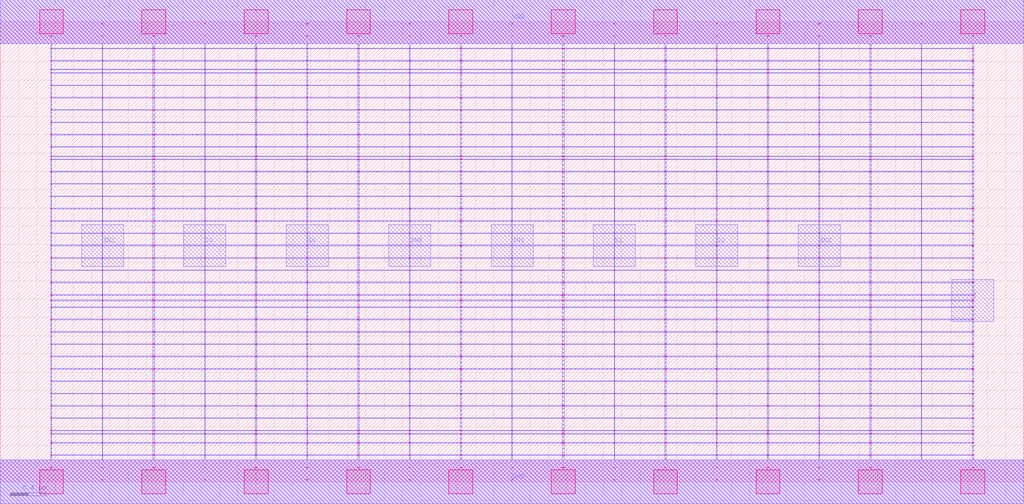
<source format=lef>
MACRO MUX4_DEBUG
 CLASS CORE ;
 FOREIGN MUX4_DEBUG 0 0 ;
 SIZE 11.200000000000001 BY 5.04 ;
 ORIGIN 0 0 ;
 SYMMETRY X Y R90 ;
 SITE unit ;
  PIN VDD
   DIRECTION INOUT ;
   USE SIGNAL ;
   SHAPE ABUTMENT ;
    PORT
     CLASS CORE ;
       LAYER met1 ;
        RECT 0.00000000 4.80000000 11.20000000 5.28000000 ;
       LAYER met2 ;
        RECT 0.00000000 4.80000000 11.20000000 5.28000000 ;
    END
  END VDD

  PIN GND
   DIRECTION INOUT ;
   USE SIGNAL ;
   SHAPE ABUTMENT ;
    PORT
     CLASS CORE ;
       LAYER met1 ;
        RECT 0.00000000 -0.24000000 11.20000000 0.24000000 ;
       LAYER met2 ;
        RECT 0.00000000 -0.24000000 11.20000000 0.24000000 ;
    END
  END GND

  PIN Z
   DIRECTION INOUT ;
   USE SIGNAL ;
   SHAPE ABUTMENT ;
    PORT
     CLASS CORE ;
       LAYER met2 ;
        RECT 10.41000000 1.75500000 10.87000000 2.21500000 ;
    END
  END Z

  PIN IN3
   DIRECTION INOUT ;
   USE SIGNAL ;
   SHAPE ABUTMENT ;
    PORT
     CLASS CORE ;
       LAYER met2 ;
        RECT 0.89000000 2.35700000 1.35000000 2.81700000 ;
    END
  END IN3

  PIN S3
   DIRECTION INOUT ;
   USE SIGNAL ;
   SHAPE ABUTMENT ;
    PORT
     CLASS CORE ;
       LAYER met2 ;
        RECT 2.01000000 2.35700000 2.47000000 2.81700000 ;
    END
  END S3

  PIN IN1
   DIRECTION INOUT ;
   USE SIGNAL ;
   SHAPE ABUTMENT ;
    PORT
     CLASS CORE ;
       LAYER met2 ;
        RECT 5.37000000 2.35700000 5.83000000 2.81700000 ;
    END
  END IN1

  PIN S1
   DIRECTION INOUT ;
   USE SIGNAL ;
   SHAPE ABUTMENT ;
    PORT
     CLASS CORE ;
       LAYER met2 ;
        RECT 6.49000000 2.35700000 6.95000000 2.81700000 ;
    END
  END S1

  PIN S0
   DIRECTION INOUT ;
   USE SIGNAL ;
   SHAPE ABUTMENT ;
    PORT
     CLASS CORE ;
       LAYER met2 ;
        RECT 3.13000000 2.35700000 3.59000000 2.81700000 ;
    END
  END S0

  PIN S2
   DIRECTION INOUT ;
   USE SIGNAL ;
   SHAPE ABUTMENT ;
    PORT
     CLASS CORE ;
       LAYER met2 ;
        RECT 7.61000000 2.35700000 8.07000000 2.81700000 ;
    END
  END S2

  PIN IN2
   DIRECTION INOUT ;
   USE SIGNAL ;
   SHAPE ABUTMENT ;
    PORT
     CLASS CORE ;
       LAYER met2 ;
        RECT 8.73000000 2.35700000 9.19000000 2.81700000 ;
    END
  END IN2

  PIN IN0
   DIRECTION INOUT ;
   USE SIGNAL ;
   SHAPE ABUTMENT ;
    PORT
     CLASS CORE ;
       LAYER met2 ;
        RECT 4.25000000 2.35700000 4.71000000 2.81700000 ;
    END
  END IN0

 OBS
    LAYER polycont ;
     RECT 0.55100000 2.58300000 0.56400000 2.59100000 ;
     RECT 1.11600000 2.58300000 1.12400000 2.59100000 ;
     RECT 1.67100000 2.58300000 1.68900000 2.59100000 ;
     RECT 2.23600000 2.58300000 2.24400000 2.59100000 ;
     RECT 2.79100000 2.58300000 2.80900000 2.59100000 ;
     RECT 3.35600000 2.58300000 3.36400000 2.59100000 ;
     RECT 3.91100000 2.58300000 3.92900000 2.59100000 ;
     RECT 4.47600000 2.58300000 4.48400000 2.59100000 ;
     RECT 5.03100000 2.58300000 5.04900000 2.59100000 ;
     RECT 5.59600000 2.58300000 5.60400000 2.59100000 ;
     RECT 6.15100000 2.58300000 6.16900000 2.59100000 ;
     RECT 6.71600000 2.58300000 6.72400000 2.59100000 ;
     RECT 7.27100000 2.58300000 7.28900000 2.59100000 ;
     RECT 7.83600000 2.58300000 7.84400000 2.59100000 ;
     RECT 8.39100000 2.58300000 8.40900000 2.59100000 ;
     RECT 8.95600000 2.58300000 8.96400000 2.59100000 ;
     RECT 9.51100000 2.58300000 9.52900000 2.59100000 ;
     RECT 10.07600000 2.58300000 10.08400000 2.59100000 ;
     RECT 10.63600000 2.58300000 10.64900000 2.59100000 ;
     RECT 0.55100000 2.71800000 0.56400000 2.72600000 ;
     RECT 1.11600000 2.71800000 1.12400000 2.72600000 ;
     RECT 1.67100000 2.71800000 1.68900000 2.72600000 ;
     RECT 2.23600000 2.71800000 2.24400000 2.72600000 ;
     RECT 2.79100000 2.71800000 2.80900000 2.72600000 ;
     RECT 3.35600000 2.71800000 3.36400000 2.72600000 ;
     RECT 3.91100000 2.71800000 3.92900000 2.72600000 ;
     RECT 4.47600000 2.71800000 4.48400000 2.72600000 ;
     RECT 5.03100000 2.71800000 5.04900000 2.72600000 ;
     RECT 5.59600000 2.71800000 5.60400000 2.72600000 ;
     RECT 6.15100000 2.71800000 6.16900000 2.72600000 ;
     RECT 6.71600000 2.71800000 6.72400000 2.72600000 ;
     RECT 7.27100000 2.71800000 7.28900000 2.72600000 ;
     RECT 7.83600000 2.71800000 7.84400000 2.72600000 ;
     RECT 8.39100000 2.71800000 8.40900000 2.72600000 ;
     RECT 8.95600000 2.71800000 8.96400000 2.72600000 ;
     RECT 9.51100000 2.71800000 9.52900000 2.72600000 ;
     RECT 10.07600000 2.71800000 10.08400000 2.72600000 ;
     RECT 10.63600000 2.71800000 10.64900000 2.72600000 ;
     RECT 0.55100000 2.85300000 0.56400000 2.86100000 ;
     RECT 1.11600000 2.85300000 1.12400000 2.86100000 ;
     RECT 1.67100000 2.85300000 1.68900000 2.86100000 ;
     RECT 2.23600000 2.85300000 2.24400000 2.86100000 ;
     RECT 2.79100000 2.85300000 2.80900000 2.86100000 ;
     RECT 3.35600000 2.85300000 3.36400000 2.86100000 ;
     RECT 3.91100000 2.85300000 3.92900000 2.86100000 ;
     RECT 4.47600000 2.85300000 4.48400000 2.86100000 ;
     RECT 5.03100000 2.85300000 5.04900000 2.86100000 ;
     RECT 5.59600000 2.85300000 5.60400000 2.86100000 ;
     RECT 6.15100000 2.85300000 6.16900000 2.86100000 ;
     RECT 6.71600000 2.85300000 6.72400000 2.86100000 ;
     RECT 7.27100000 2.85300000 7.28900000 2.86100000 ;
     RECT 7.83600000 2.85300000 7.84400000 2.86100000 ;
     RECT 8.39100000 2.85300000 8.40900000 2.86100000 ;
     RECT 8.95600000 2.85300000 8.96400000 2.86100000 ;
     RECT 9.51100000 2.85300000 9.52900000 2.86100000 ;
     RECT 10.07600000 2.85300000 10.08400000 2.86100000 ;
     RECT 10.63600000 2.85300000 10.64900000 2.86100000 ;
     RECT 0.55100000 2.98800000 0.56400000 2.99600000 ;
     RECT 1.11600000 2.98800000 1.12400000 2.99600000 ;
     RECT 1.67100000 2.98800000 1.68900000 2.99600000 ;
     RECT 2.23600000 2.98800000 2.24400000 2.99600000 ;
     RECT 2.79100000 2.98800000 2.80900000 2.99600000 ;
     RECT 3.35600000 2.98800000 3.36400000 2.99600000 ;
     RECT 3.91100000 2.98800000 3.92900000 2.99600000 ;
     RECT 4.47600000 2.98800000 4.48400000 2.99600000 ;
     RECT 5.03100000 2.98800000 5.04900000 2.99600000 ;
     RECT 5.59600000 2.98800000 5.60400000 2.99600000 ;
     RECT 6.15100000 2.98800000 6.16900000 2.99600000 ;
     RECT 6.71600000 2.98800000 6.72400000 2.99600000 ;
     RECT 7.27100000 2.98800000 7.28900000 2.99600000 ;
     RECT 7.83600000 2.98800000 7.84400000 2.99600000 ;
     RECT 8.39100000 2.98800000 8.40900000 2.99600000 ;
     RECT 8.95600000 2.98800000 8.96400000 2.99600000 ;
     RECT 9.51100000 2.98800000 9.52900000 2.99600000 ;
     RECT 10.07600000 2.98800000 10.08400000 2.99600000 ;
     RECT 10.63600000 2.98800000 10.64900000 2.99600000 ;

    LAYER pdiffc ;
     RECT 0.55100000 3.39300000 0.55900000 3.40100000 ;
     RECT 10.64100000 3.39300000 10.64900000 3.40100000 ;
     RECT 0.55100000 3.52800000 0.55900000 3.53600000 ;
     RECT 10.64100000 3.52800000 10.64900000 3.53600000 ;
     RECT 0.55100000 3.56100000 0.55900000 3.56900000 ;
     RECT 10.64100000 3.56100000 10.64900000 3.56900000 ;
     RECT 0.55100000 3.66300000 0.55900000 3.67100000 ;
     RECT 10.64100000 3.66300000 10.64900000 3.67100000 ;
     RECT 0.55100000 3.79800000 0.55900000 3.80600000 ;
     RECT 10.64100000 3.79800000 10.64900000 3.80600000 ;
     RECT 0.55100000 3.93300000 0.55900000 3.94100000 ;
     RECT 10.64100000 3.93300000 10.64900000 3.94100000 ;
     RECT 0.55100000 4.06800000 0.55900000 4.07600000 ;
     RECT 10.64100000 4.06800000 10.64900000 4.07600000 ;
     RECT 0.55100000 4.20300000 0.55900000 4.21100000 ;
     RECT 10.64100000 4.20300000 10.64900000 4.21100000 ;
     RECT 0.55100000 4.33800000 0.55900000 4.34600000 ;
     RECT 10.64100000 4.33800000 10.64900000 4.34600000 ;
     RECT 0.55100000 4.47300000 0.55900000 4.48100000 ;
     RECT 10.64100000 4.47300000 10.64900000 4.48100000 ;
     RECT 0.55100000 4.51100000 0.55900000 4.51900000 ;
     RECT 10.64100000 4.51100000 10.64900000 4.51900000 ;
     RECT 0.55100000 4.60800000 0.55900000 4.61600000 ;
     RECT 10.64100000 4.60800000 10.64900000 4.61600000 ;

    LAYER ndiffc ;
     RECT 6.15100000 0.42300000 6.16900000 0.43100000 ;
     RECT 7.27100000 0.42300000 7.28900000 0.43100000 ;
     RECT 8.39100000 0.42300000 8.40900000 0.43100000 ;
     RECT 9.51100000 0.42300000 9.52900000 0.43100000 ;
     RECT 10.63600000 0.42300000 10.64900000 0.43100000 ;
     RECT 6.15100000 0.52100000 6.16900000 0.52900000 ;
     RECT 7.27100000 0.52100000 7.28900000 0.52900000 ;
     RECT 8.39100000 0.52100000 8.40900000 0.52900000 ;
     RECT 9.51100000 0.52100000 9.52900000 0.52900000 ;
     RECT 10.63600000 0.52100000 10.64900000 0.52900000 ;
     RECT 6.15100000 0.55800000 6.16900000 0.56600000 ;
     RECT 7.27100000 0.55800000 7.28900000 0.56600000 ;
     RECT 8.39100000 0.55800000 8.40900000 0.56600000 ;
     RECT 9.51100000 0.55800000 9.52900000 0.56600000 ;
     RECT 10.63600000 0.55800000 10.64900000 0.56600000 ;
     RECT 6.15100000 0.69300000 6.16900000 0.70100000 ;
     RECT 7.27100000 0.69300000 7.28900000 0.70100000 ;
     RECT 8.39100000 0.69300000 8.40900000 0.70100000 ;
     RECT 9.51100000 0.69300000 9.52900000 0.70100000 ;
     RECT 10.63600000 0.69300000 10.64900000 0.70100000 ;
     RECT 6.15100000 0.82800000 6.16900000 0.83600000 ;
     RECT 7.27100000 0.82800000 7.28900000 0.83600000 ;
     RECT 8.39100000 0.82800000 8.40900000 0.83600000 ;
     RECT 9.51100000 0.82800000 9.52900000 0.83600000 ;
     RECT 10.63600000 0.82800000 10.64900000 0.83600000 ;
     RECT 6.15100000 0.96300000 6.16900000 0.97100000 ;
     RECT 7.27100000 0.96300000 7.28900000 0.97100000 ;
     RECT 8.39100000 0.96300000 8.40900000 0.97100000 ;
     RECT 9.51100000 0.96300000 9.52900000 0.97100000 ;
     RECT 10.63600000 0.96300000 10.64900000 0.97100000 ;
     RECT 6.15100000 1.09800000 6.16900000 1.10600000 ;
     RECT 7.27100000 1.09800000 7.28900000 1.10600000 ;
     RECT 8.39100000 1.09800000 8.40900000 1.10600000 ;
     RECT 9.51100000 1.09800000 9.52900000 1.10600000 ;
     RECT 10.63600000 1.09800000 10.64900000 1.10600000 ;
     RECT 6.15100000 1.23300000 6.16900000 1.24100000 ;
     RECT 7.27100000 1.23300000 7.28900000 1.24100000 ;
     RECT 8.39100000 1.23300000 8.40900000 1.24100000 ;
     RECT 9.51100000 1.23300000 9.52900000 1.24100000 ;
     RECT 10.63600000 1.23300000 10.64900000 1.24100000 ;
     RECT 6.15100000 1.36800000 6.16900000 1.37600000 ;
     RECT 7.27100000 1.36800000 7.28900000 1.37600000 ;
     RECT 8.39100000 1.36800000 8.40900000 1.37600000 ;
     RECT 9.51100000 1.36800000 9.52900000 1.37600000 ;
     RECT 10.63600000 1.36800000 10.64900000 1.37600000 ;
     RECT 6.15100000 1.50300000 6.16900000 1.51100000 ;
     RECT 7.27100000 1.50300000 7.28900000 1.51100000 ;
     RECT 8.39100000 1.50300000 8.40900000 1.51100000 ;
     RECT 9.51100000 1.50300000 9.52900000 1.51100000 ;
     RECT 10.63600000 1.50300000 10.64900000 1.51100000 ;
     RECT 6.15100000 1.63800000 6.16900000 1.64600000 ;
     RECT 7.27100000 1.63800000 7.28900000 1.64600000 ;
     RECT 8.39100000 1.63800000 8.40900000 1.64600000 ;
     RECT 9.51100000 1.63800000 9.52900000 1.64600000 ;
     RECT 10.63600000 1.63800000 10.64900000 1.64600000 ;
     RECT 6.15100000 1.77300000 6.16900000 1.78100000 ;
     RECT 7.27100000 1.77300000 7.28900000 1.78100000 ;
     RECT 8.39100000 1.77300000 8.40900000 1.78100000 ;
     RECT 9.51100000 1.77300000 9.52900000 1.78100000 ;
     RECT 10.63600000 1.77300000 10.64900000 1.78100000 ;
     RECT 6.15100000 1.90800000 6.16900000 1.91600000 ;
     RECT 7.27100000 1.90800000 7.28900000 1.91600000 ;
     RECT 8.39100000 1.90800000 8.40900000 1.91600000 ;
     RECT 9.51100000 1.90800000 9.52900000 1.91600000 ;
     RECT 10.63600000 1.90800000 10.64900000 1.91600000 ;
     RECT 6.15100000 1.98100000 6.16900000 1.98900000 ;
     RECT 7.27100000 1.98100000 7.28900000 1.98900000 ;
     RECT 8.39100000 1.98100000 8.40900000 1.98900000 ;
     RECT 9.51100000 1.98100000 9.52900000 1.98900000 ;
     RECT 10.63600000 1.98100000 10.64900000 1.98900000 ;
     RECT 6.15100000 2.04300000 6.16900000 2.05100000 ;
     RECT 7.27100000 2.04300000 7.28900000 2.05100000 ;
     RECT 8.39100000 2.04300000 8.40900000 2.05100000 ;
     RECT 9.51100000 2.04300000 9.52900000 2.05100000 ;
     RECT 10.63600000 2.04300000 10.64900000 2.05100000 ;
     RECT 0.55100000 0.42300000 0.56400000 0.43100000 ;
     RECT 1.67100000 0.42300000 1.68900000 0.43100000 ;
     RECT 2.79100000 0.42300000 2.80900000 0.43100000 ;
     RECT 3.91100000 0.42300000 3.92900000 0.43100000 ;
     RECT 5.03100000 0.42300000 5.04900000 0.43100000 ;
     RECT 0.55100000 1.36800000 0.56400000 1.37600000 ;
     RECT 1.67100000 1.36800000 1.68900000 1.37600000 ;
     RECT 2.79100000 1.36800000 2.80900000 1.37600000 ;
     RECT 3.91100000 1.36800000 3.92900000 1.37600000 ;
     RECT 5.03100000 1.36800000 5.04900000 1.37600000 ;
     RECT 0.55100000 0.82800000 0.56400000 0.83600000 ;
     RECT 1.67100000 0.82800000 1.68900000 0.83600000 ;
     RECT 2.79100000 0.82800000 2.80900000 0.83600000 ;
     RECT 3.91100000 0.82800000 3.92900000 0.83600000 ;
     RECT 5.03100000 0.82800000 5.04900000 0.83600000 ;
     RECT 0.55100000 1.50300000 0.56400000 1.51100000 ;
     RECT 1.67100000 1.50300000 1.68900000 1.51100000 ;
     RECT 2.79100000 1.50300000 2.80900000 1.51100000 ;
     RECT 3.91100000 1.50300000 3.92900000 1.51100000 ;
     RECT 5.03100000 1.50300000 5.04900000 1.51100000 ;
     RECT 0.55100000 0.55800000 0.56400000 0.56600000 ;
     RECT 1.67100000 0.55800000 1.68900000 0.56600000 ;
     RECT 2.79100000 0.55800000 2.80900000 0.56600000 ;
     RECT 3.91100000 0.55800000 3.92900000 0.56600000 ;
     RECT 5.03100000 0.55800000 5.04900000 0.56600000 ;
     RECT 0.55100000 1.63800000 0.56400000 1.64600000 ;
     RECT 1.67100000 1.63800000 1.68900000 1.64600000 ;
     RECT 2.79100000 1.63800000 2.80900000 1.64600000 ;
     RECT 3.91100000 1.63800000 3.92900000 1.64600000 ;
     RECT 5.03100000 1.63800000 5.04900000 1.64600000 ;
     RECT 0.55100000 0.96300000 0.56400000 0.97100000 ;
     RECT 1.67100000 0.96300000 1.68900000 0.97100000 ;
     RECT 2.79100000 0.96300000 2.80900000 0.97100000 ;
     RECT 3.91100000 0.96300000 3.92900000 0.97100000 ;
     RECT 5.03100000 0.96300000 5.04900000 0.97100000 ;
     RECT 0.55100000 1.77300000 0.56400000 1.78100000 ;
     RECT 1.67100000 1.77300000 1.68900000 1.78100000 ;
     RECT 2.79100000 1.77300000 2.80900000 1.78100000 ;
     RECT 3.91100000 1.77300000 3.92900000 1.78100000 ;
     RECT 5.03100000 1.77300000 5.04900000 1.78100000 ;
     RECT 0.55100000 0.52100000 0.56400000 0.52900000 ;
     RECT 1.67100000 0.52100000 1.68900000 0.52900000 ;
     RECT 2.79100000 0.52100000 2.80900000 0.52900000 ;
     RECT 3.91100000 0.52100000 3.92900000 0.52900000 ;
     RECT 5.03100000 0.52100000 5.04900000 0.52900000 ;
     RECT 0.55100000 1.90800000 0.56400000 1.91600000 ;
     RECT 1.67100000 1.90800000 1.68900000 1.91600000 ;
     RECT 2.79100000 1.90800000 2.80900000 1.91600000 ;
     RECT 3.91100000 1.90800000 3.92900000 1.91600000 ;
     RECT 5.03100000 1.90800000 5.04900000 1.91600000 ;
     RECT 0.55100000 1.09800000 0.56400000 1.10600000 ;
     RECT 1.67100000 1.09800000 1.68900000 1.10600000 ;
     RECT 2.79100000 1.09800000 2.80900000 1.10600000 ;
     RECT 3.91100000 1.09800000 3.92900000 1.10600000 ;
     RECT 5.03100000 1.09800000 5.04900000 1.10600000 ;
     RECT 0.55100000 1.98100000 0.56400000 1.98900000 ;
     RECT 1.67100000 1.98100000 1.68900000 1.98900000 ;
     RECT 2.79100000 1.98100000 2.80900000 1.98900000 ;
     RECT 3.91100000 1.98100000 3.92900000 1.98900000 ;
     RECT 5.03100000 1.98100000 5.04900000 1.98900000 ;
     RECT 0.55100000 0.69300000 0.56400000 0.70100000 ;
     RECT 1.67100000 0.69300000 1.68900000 0.70100000 ;
     RECT 2.79100000 0.69300000 2.80900000 0.70100000 ;
     RECT 3.91100000 0.69300000 3.92900000 0.70100000 ;
     RECT 5.03100000 0.69300000 5.04900000 0.70100000 ;
     RECT 0.55100000 2.04300000 0.56400000 2.05100000 ;
     RECT 1.67100000 2.04300000 1.68900000 2.05100000 ;
     RECT 2.79100000 2.04300000 2.80900000 2.05100000 ;
     RECT 3.91100000 2.04300000 3.92900000 2.05100000 ;
     RECT 5.03100000 2.04300000 5.04900000 2.05100000 ;
     RECT 0.55100000 1.23300000 0.56400000 1.24100000 ;
     RECT 1.67100000 1.23300000 1.68900000 1.24100000 ;
     RECT 2.79100000 1.23300000 2.80900000 1.24100000 ;
     RECT 3.91100000 1.23300000 3.92900000 1.24100000 ;
     RECT 5.03100000 1.23300000 5.04900000 1.24100000 ;

    LAYER met1 ;
     RECT 0.00000000 -0.24000000 11.20000000 0.24000000 ;
     RECT 5.59600000 0.24000000 5.60400000 0.28800000 ;
     RECT 0.55100000 0.28800000 10.64900000 0.29600000 ;
     RECT 5.59600000 0.29600000 5.60400000 0.42300000 ;
     RECT 0.55100000 0.42300000 10.64900000 0.43100000 ;
     RECT 5.59600000 0.43100000 5.60400000 0.52100000 ;
     RECT 0.55100000 0.52100000 10.64900000 0.52900000 ;
     RECT 5.59600000 0.52900000 5.60400000 0.55800000 ;
     RECT 0.55100000 0.55800000 10.64900000 0.56600000 ;
     RECT 5.59600000 0.56600000 5.60400000 0.69300000 ;
     RECT 0.55100000 0.69300000 10.64900000 0.70100000 ;
     RECT 5.59600000 0.70100000 5.60400000 0.82800000 ;
     RECT 0.55100000 0.82800000 10.64900000 0.83600000 ;
     RECT 5.59600000 0.83600000 5.60400000 0.96300000 ;
     RECT 0.55100000 0.96300000 10.64900000 0.97100000 ;
     RECT 5.59600000 0.97100000 5.60400000 1.09800000 ;
     RECT 0.55100000 1.09800000 10.64900000 1.10600000 ;
     RECT 5.59600000 1.10600000 5.60400000 1.23300000 ;
     RECT 0.55100000 1.23300000 10.64900000 1.24100000 ;
     RECT 5.59600000 1.24100000 5.60400000 1.36800000 ;
     RECT 0.55100000 1.36800000 10.64900000 1.37600000 ;
     RECT 5.59600000 1.37600000 5.60400000 1.50300000 ;
     RECT 0.55100000 1.50300000 10.64900000 1.51100000 ;
     RECT 5.59600000 1.51100000 5.60400000 1.63800000 ;
     RECT 0.55100000 1.63800000 10.64900000 1.64600000 ;
     RECT 5.59600000 1.64600000 5.60400000 1.77300000 ;
     RECT 0.55100000 1.77300000 10.64900000 1.78100000 ;
     RECT 5.59600000 1.78100000 5.60400000 1.90800000 ;
     RECT 0.55100000 1.90800000 10.64900000 1.91600000 ;
     RECT 5.59600000 1.91600000 5.60400000 1.98100000 ;
     RECT 0.55100000 1.98100000 10.64900000 1.98900000 ;
     RECT 5.59600000 1.98900000 5.60400000 2.04300000 ;
     RECT 0.55100000 2.04300000 10.64900000 2.05100000 ;
     RECT 5.59600000 2.05100000 5.60400000 2.17800000 ;
     RECT 0.55100000 2.17800000 10.64900000 2.18600000 ;
     RECT 5.59600000 2.18600000 5.60400000 2.31300000 ;
     RECT 0.55100000 2.31300000 10.64900000 2.32100000 ;
     RECT 5.59600000 2.32100000 5.60400000 2.44800000 ;
     RECT 0.55100000 2.44800000 10.64900000 2.45600000 ;
     RECT 0.55100000 2.45600000 0.56400000 2.58300000 ;
     RECT 1.11600000 2.45600000 1.12400000 2.58300000 ;
     RECT 1.67100000 2.45600000 1.68900000 2.58300000 ;
     RECT 2.23600000 2.45600000 2.24400000 2.58300000 ;
     RECT 2.79100000 2.45600000 2.80900000 2.58300000 ;
     RECT 3.35600000 2.45600000 3.36400000 2.58300000 ;
     RECT 3.91100000 2.45600000 3.92900000 2.58300000 ;
     RECT 4.47600000 2.45600000 4.48400000 2.58300000 ;
     RECT 5.03100000 2.45600000 5.04900000 2.58300000 ;
     RECT 5.59600000 2.45600000 5.60400000 2.58300000 ;
     RECT 6.15100000 2.45600000 6.16900000 2.58300000 ;
     RECT 6.71600000 2.45600000 6.72400000 2.58300000 ;
     RECT 7.27100000 2.45600000 7.28900000 2.58300000 ;
     RECT 7.83600000 2.45600000 7.84400000 2.58300000 ;
     RECT 8.39100000 2.45600000 8.40900000 2.58300000 ;
     RECT 8.95600000 2.45600000 8.96400000 2.58300000 ;
     RECT 9.51100000 2.45600000 9.52900000 2.58300000 ;
     RECT 10.07600000 2.45600000 10.08400000 2.58300000 ;
     RECT 10.63600000 2.45600000 10.64900000 2.58300000 ;
     RECT 0.55100000 2.58300000 10.64900000 2.59100000 ;
     RECT 5.59600000 2.59100000 5.60400000 2.71800000 ;
     RECT 0.55100000 2.71800000 10.64900000 2.72600000 ;
     RECT 5.59600000 2.72600000 5.60400000 2.85300000 ;
     RECT 0.55100000 2.85300000 10.64900000 2.86100000 ;
     RECT 5.59600000 2.86100000 5.60400000 2.98800000 ;
     RECT 0.55100000 2.98800000 10.64900000 2.99600000 ;
     RECT 5.59600000 2.99600000 5.60400000 3.12300000 ;
     RECT 0.55100000 3.12300000 10.64900000 3.13100000 ;
     RECT 5.59600000 3.13100000 5.60400000 3.25800000 ;
     RECT 0.55100000 3.25800000 10.64900000 3.26600000 ;
     RECT 5.59600000 3.26600000 5.60400000 3.39300000 ;
     RECT 0.55100000 3.39300000 10.64900000 3.40100000 ;
     RECT 5.59600000 3.40100000 5.60400000 3.52800000 ;
     RECT 0.55100000 3.52800000 10.64900000 3.53600000 ;
     RECT 5.59600000 3.53600000 5.60400000 3.56100000 ;
     RECT 0.55100000 3.56100000 10.64900000 3.56900000 ;
     RECT 5.59600000 3.56900000 5.60400000 3.66300000 ;
     RECT 0.55100000 3.66300000 10.64900000 3.67100000 ;
     RECT 5.59600000 3.67100000 5.60400000 3.79800000 ;
     RECT 0.55100000 3.79800000 10.64900000 3.80600000 ;
     RECT 5.59600000 3.80600000 5.60400000 3.93300000 ;
     RECT 0.55100000 3.93300000 10.64900000 3.94100000 ;
     RECT 5.59600000 3.94100000 5.60400000 4.06800000 ;
     RECT 0.55100000 4.06800000 10.64900000 4.07600000 ;
     RECT 5.59600000 4.07600000 5.60400000 4.20300000 ;
     RECT 0.55100000 4.20300000 10.64900000 4.21100000 ;
     RECT 5.59600000 4.21100000 5.60400000 4.33800000 ;
     RECT 0.55100000 4.33800000 10.64900000 4.34600000 ;
     RECT 5.59600000 4.34600000 5.60400000 4.47300000 ;
     RECT 0.55100000 4.47300000 10.64900000 4.48100000 ;
     RECT 5.59600000 4.48100000 5.60400000 4.51100000 ;
     RECT 0.55100000 4.51100000 10.64900000 4.51900000 ;
     RECT 5.59600000 4.51900000 5.60400000 4.60800000 ;
     RECT 0.55100000 4.60800000 10.64900000 4.61600000 ;
     RECT 5.59600000 4.61600000 5.60400000 4.74300000 ;
     RECT 0.55100000 4.74300000 10.64900000 4.75100000 ;
     RECT 5.59600000 4.75100000 5.60400000 4.80000000 ;
     RECT 0.00000000 4.80000000 11.20000000 5.28000000 ;
     RECT 8.39100000 2.99600000 8.40900000 3.12300000 ;
     RECT 8.39100000 3.13100000 8.40900000 3.25800000 ;
     RECT 8.39100000 3.26600000 8.40900000 3.39300000 ;
     RECT 8.39100000 3.40100000 8.40900000 3.52800000 ;
     RECT 8.39100000 3.53600000 8.40900000 3.56100000 ;
     RECT 8.39100000 2.72600000 8.40900000 2.85300000 ;
     RECT 8.39100000 3.56900000 8.40900000 3.66300000 ;
     RECT 8.39100000 3.67100000 8.40900000 3.79800000 ;
     RECT 6.15100000 3.80600000 6.16900000 3.93300000 ;
     RECT 6.71600000 3.80600000 6.72400000 3.93300000 ;
     RECT 7.27100000 3.80600000 7.28900000 3.93300000 ;
     RECT 7.83600000 3.80600000 7.84400000 3.93300000 ;
     RECT 8.39100000 3.80600000 8.40900000 3.93300000 ;
     RECT 8.95600000 3.80600000 8.96400000 3.93300000 ;
     RECT 9.51100000 3.80600000 9.52900000 3.93300000 ;
     RECT 10.07600000 3.80600000 10.08400000 3.93300000 ;
     RECT 10.63600000 3.80600000 10.64900000 3.93300000 ;
     RECT 8.39100000 3.94100000 8.40900000 4.06800000 ;
     RECT 8.39100000 4.07600000 8.40900000 4.20300000 ;
     RECT 8.39100000 4.21100000 8.40900000 4.33800000 ;
     RECT 8.39100000 2.86100000 8.40900000 2.98800000 ;
     RECT 8.39100000 4.34600000 8.40900000 4.47300000 ;
     RECT 8.39100000 4.48100000 8.40900000 4.51100000 ;
     RECT 8.39100000 2.59100000 8.40900000 2.71800000 ;
     RECT 8.39100000 4.51900000 8.40900000 4.60800000 ;
     RECT 8.39100000 4.61600000 8.40900000 4.74300000 ;
     RECT 8.39100000 4.75100000 8.40900000 4.80000000 ;
     RECT 9.51100000 3.94100000 9.52900000 4.06800000 ;
     RECT 8.95600000 4.21100000 8.96400000 4.33800000 ;
     RECT 9.51100000 4.21100000 9.52900000 4.33800000 ;
     RECT 10.07600000 4.21100000 10.08400000 4.33800000 ;
     RECT 10.63600000 4.21100000 10.64900000 4.33800000 ;
     RECT 10.07600000 3.94100000 10.08400000 4.06800000 ;
     RECT 10.63600000 3.94100000 10.64900000 4.06800000 ;
     RECT 8.95600000 4.34600000 8.96400000 4.47300000 ;
     RECT 9.51100000 4.34600000 9.52900000 4.47300000 ;
     RECT 10.07600000 4.34600000 10.08400000 4.47300000 ;
     RECT 10.63600000 4.34600000 10.64900000 4.47300000 ;
     RECT 8.95600000 3.94100000 8.96400000 4.06800000 ;
     RECT 8.95600000 4.48100000 8.96400000 4.51100000 ;
     RECT 9.51100000 4.48100000 9.52900000 4.51100000 ;
     RECT 10.07600000 4.48100000 10.08400000 4.51100000 ;
     RECT 10.63600000 4.48100000 10.64900000 4.51100000 ;
     RECT 8.95600000 4.07600000 8.96400000 4.20300000 ;
     RECT 9.51100000 4.07600000 9.52900000 4.20300000 ;
     RECT 8.95600000 4.51900000 8.96400000 4.60800000 ;
     RECT 9.51100000 4.51900000 9.52900000 4.60800000 ;
     RECT 10.07600000 4.51900000 10.08400000 4.60800000 ;
     RECT 10.63600000 4.51900000 10.64900000 4.60800000 ;
     RECT 10.07600000 4.07600000 10.08400000 4.20300000 ;
     RECT 8.95600000 4.61600000 8.96400000 4.74300000 ;
     RECT 9.51100000 4.61600000 9.52900000 4.74300000 ;
     RECT 10.07600000 4.61600000 10.08400000 4.74300000 ;
     RECT 10.63600000 4.61600000 10.64900000 4.74300000 ;
     RECT 10.63600000 4.07600000 10.64900000 4.20300000 ;
     RECT 8.95600000 4.75100000 8.96400000 4.80000000 ;
     RECT 9.51100000 4.75100000 9.52900000 4.80000000 ;
     RECT 10.07600000 4.75100000 10.08400000 4.80000000 ;
     RECT 10.63600000 4.75100000 10.64900000 4.80000000 ;
     RECT 6.71600000 4.07600000 6.72400000 4.20300000 ;
     RECT 7.27100000 4.07600000 7.28900000 4.20300000 ;
     RECT 7.83600000 4.07600000 7.84400000 4.20300000 ;
     RECT 6.71600000 3.94100000 6.72400000 4.06800000 ;
     RECT 7.27100000 3.94100000 7.28900000 4.06800000 ;
     RECT 6.15100000 4.51900000 6.16900000 4.60800000 ;
     RECT 6.71600000 4.51900000 6.72400000 4.60800000 ;
     RECT 7.27100000 4.51900000 7.28900000 4.60800000 ;
     RECT 7.83600000 4.51900000 7.84400000 4.60800000 ;
     RECT 7.83600000 3.94100000 7.84400000 4.06800000 ;
     RECT 6.15100000 4.34600000 6.16900000 4.47300000 ;
     RECT 6.71600000 4.34600000 6.72400000 4.47300000 ;
     RECT 7.27100000 4.34600000 7.28900000 4.47300000 ;
     RECT 7.83600000 4.34600000 7.84400000 4.47300000 ;
     RECT 6.15100000 4.61600000 6.16900000 4.74300000 ;
     RECT 6.71600000 4.61600000 6.72400000 4.74300000 ;
     RECT 7.27100000 4.61600000 7.28900000 4.74300000 ;
     RECT 7.83600000 4.61600000 7.84400000 4.74300000 ;
     RECT 6.15100000 3.94100000 6.16900000 4.06800000 ;
     RECT 6.15100000 4.07600000 6.16900000 4.20300000 ;
     RECT 6.15100000 4.21100000 6.16900000 4.33800000 ;
     RECT 6.71600000 4.21100000 6.72400000 4.33800000 ;
     RECT 7.27100000 4.21100000 7.28900000 4.33800000 ;
     RECT 6.15100000 4.75100000 6.16900000 4.80000000 ;
     RECT 6.71600000 4.75100000 6.72400000 4.80000000 ;
     RECT 7.27100000 4.75100000 7.28900000 4.80000000 ;
     RECT 7.83600000 4.75100000 7.84400000 4.80000000 ;
     RECT 6.15100000 4.48100000 6.16900000 4.51100000 ;
     RECT 6.71600000 4.48100000 6.72400000 4.51100000 ;
     RECT 7.27100000 4.48100000 7.28900000 4.51100000 ;
     RECT 7.83600000 4.48100000 7.84400000 4.51100000 ;
     RECT 7.83600000 4.21100000 7.84400000 4.33800000 ;
     RECT 7.27100000 3.53600000 7.28900000 3.56100000 ;
     RECT 7.83600000 3.53600000 7.84400000 3.56100000 ;
     RECT 7.83600000 3.13100000 7.84400000 3.25800000 ;
     RECT 6.15100000 2.86100000 6.16900000 2.98800000 ;
     RECT 6.71600000 2.86100000 6.72400000 2.98800000 ;
     RECT 7.83600000 2.72600000 7.84400000 2.85300000 ;
     RECT 6.15100000 3.13100000 6.16900000 3.25800000 ;
     RECT 6.15100000 3.56900000 6.16900000 3.66300000 ;
     RECT 6.71600000 3.56900000 6.72400000 3.66300000 ;
     RECT 7.27100000 3.56900000 7.28900000 3.66300000 ;
     RECT 7.83600000 3.56900000 7.84400000 3.66300000 ;
     RECT 6.15100000 2.59100000 6.16900000 2.71800000 ;
     RECT 6.15100000 3.67100000 6.16900000 3.79800000 ;
     RECT 6.71600000 3.67100000 6.72400000 3.79800000 ;
     RECT 7.27100000 2.86100000 7.28900000 2.98800000 ;
     RECT 7.83600000 2.86100000 7.84400000 2.98800000 ;
     RECT 7.27100000 3.67100000 7.28900000 3.79800000 ;
     RECT 7.83600000 3.67100000 7.84400000 3.79800000 ;
     RECT 6.15100000 2.99600000 6.16900000 3.12300000 ;
     RECT 6.15100000 3.26600000 6.16900000 3.39300000 ;
     RECT 6.71600000 3.26600000 6.72400000 3.39300000 ;
     RECT 7.27100000 3.26600000 7.28900000 3.39300000 ;
     RECT 7.83600000 3.26600000 7.84400000 3.39300000 ;
     RECT 6.71600000 3.13100000 6.72400000 3.25800000 ;
     RECT 6.71600000 2.59100000 6.72400000 2.71800000 ;
     RECT 6.15100000 2.72600000 6.16900000 2.85300000 ;
     RECT 6.15100000 3.40100000 6.16900000 3.52800000 ;
     RECT 6.71600000 3.40100000 6.72400000 3.52800000 ;
     RECT 6.71600000 2.99600000 6.72400000 3.12300000 ;
     RECT 7.27100000 2.99600000 7.28900000 3.12300000 ;
     RECT 7.27100000 3.40100000 7.28900000 3.52800000 ;
     RECT 7.27100000 2.59100000 7.28900000 2.71800000 ;
     RECT 7.83600000 2.59100000 7.84400000 2.71800000 ;
     RECT 7.83600000 3.40100000 7.84400000 3.52800000 ;
     RECT 7.27100000 3.13100000 7.28900000 3.25800000 ;
     RECT 6.71600000 2.72600000 6.72400000 2.85300000 ;
     RECT 7.27100000 2.72600000 7.28900000 2.85300000 ;
     RECT 6.15100000 3.53600000 6.16900000 3.56100000 ;
     RECT 6.71600000 3.53600000 6.72400000 3.56100000 ;
     RECT 7.83600000 2.99600000 7.84400000 3.12300000 ;
     RECT 10.07600000 3.56900000 10.08400000 3.66300000 ;
     RECT 10.63600000 3.56900000 10.64900000 3.66300000 ;
     RECT 8.95600000 2.72600000 8.96400000 2.85300000 ;
     RECT 9.51100000 2.72600000 9.52900000 2.85300000 ;
     RECT 8.95600000 2.99600000 8.96400000 3.12300000 ;
     RECT 8.95600000 3.40100000 8.96400000 3.52800000 ;
     RECT 10.63600000 2.86100000 10.64900000 2.98800000 ;
     RECT 9.51100000 3.40100000 9.52900000 3.52800000 ;
     RECT 10.07600000 3.40100000 10.08400000 3.52800000 ;
     RECT 10.63600000 3.40100000 10.64900000 3.52800000 ;
     RECT 8.95600000 3.67100000 8.96400000 3.79800000 ;
     RECT 9.51100000 3.67100000 9.52900000 3.79800000 ;
     RECT 10.07600000 3.67100000 10.08400000 3.79800000 ;
     RECT 10.63600000 3.67100000 10.64900000 3.79800000 ;
     RECT 10.07600000 2.72600000 10.08400000 2.85300000 ;
     RECT 10.63600000 2.72600000 10.64900000 2.85300000 ;
     RECT 9.51100000 2.99600000 9.52900000 3.12300000 ;
     RECT 8.95600000 2.59100000 8.96400000 2.71800000 ;
     RECT 10.07600000 2.99600000 10.08400000 3.12300000 ;
     RECT 10.63600000 2.99600000 10.64900000 3.12300000 ;
     RECT 9.51100000 2.59100000 9.52900000 2.71800000 ;
     RECT 8.95600000 3.26600000 8.96400000 3.39300000 ;
     RECT 9.51100000 3.26600000 9.52900000 3.39300000 ;
     RECT 10.07600000 3.26600000 10.08400000 3.39300000 ;
     RECT 8.95600000 3.53600000 8.96400000 3.56100000 ;
     RECT 8.95600000 2.86100000 8.96400000 2.98800000 ;
     RECT 9.51100000 3.53600000 9.52900000 3.56100000 ;
     RECT 10.07600000 3.53600000 10.08400000 3.56100000 ;
     RECT 10.63600000 3.53600000 10.64900000 3.56100000 ;
     RECT 10.63600000 3.26600000 10.64900000 3.39300000 ;
     RECT 8.95600000 3.13100000 8.96400000 3.25800000 ;
     RECT 9.51100000 3.13100000 9.52900000 3.25800000 ;
     RECT 10.07600000 3.13100000 10.08400000 3.25800000 ;
     RECT 10.63600000 3.13100000 10.64900000 3.25800000 ;
     RECT 10.63600000 2.59100000 10.64900000 2.71800000 ;
     RECT 9.51100000 2.86100000 9.52900000 2.98800000 ;
     RECT 10.07600000 2.86100000 10.08400000 2.98800000 ;
     RECT 10.07600000 2.59100000 10.08400000 2.71800000 ;
     RECT 8.95600000 3.56900000 8.96400000 3.66300000 ;
     RECT 9.51100000 3.56900000 9.52900000 3.66300000 ;
     RECT 2.79100000 2.59100000 2.80900000 2.71800000 ;
     RECT 2.79100000 2.99600000 2.80900000 3.12300000 ;
     RECT 2.79100000 3.94100000 2.80900000 4.06800000 ;
     RECT 2.79100000 3.40100000 2.80900000 3.52800000 ;
     RECT 2.79100000 4.07600000 2.80900000 4.20300000 ;
     RECT 2.79100000 4.21100000 2.80900000 4.33800000 ;
     RECT 2.79100000 3.53600000 2.80900000 3.56100000 ;
     RECT 2.79100000 4.34600000 2.80900000 4.47300000 ;
     RECT 2.79100000 3.13100000 2.80900000 3.25800000 ;
     RECT 2.79100000 3.56900000 2.80900000 3.66300000 ;
     RECT 2.79100000 4.48100000 2.80900000 4.51100000 ;
     RECT 2.79100000 2.86100000 2.80900000 2.98800000 ;
     RECT 2.79100000 4.51900000 2.80900000 4.60800000 ;
     RECT 2.79100000 2.72600000 2.80900000 2.85300000 ;
     RECT 2.79100000 3.67100000 2.80900000 3.79800000 ;
     RECT 2.79100000 4.61600000 2.80900000 4.74300000 ;
     RECT 2.79100000 3.26600000 2.80900000 3.39300000 ;
     RECT 2.79100000 4.75100000 2.80900000 4.80000000 ;
     RECT 0.55100000 3.80600000 0.56400000 3.93300000 ;
     RECT 1.11600000 3.80600000 1.12400000 3.93300000 ;
     RECT 1.67100000 3.80600000 1.68900000 3.93300000 ;
     RECT 2.23600000 3.80600000 2.24400000 3.93300000 ;
     RECT 2.79100000 3.80600000 2.80900000 3.93300000 ;
     RECT 3.35600000 3.80600000 3.36400000 3.93300000 ;
     RECT 3.91100000 3.80600000 3.92900000 3.93300000 ;
     RECT 4.47600000 3.80600000 4.48400000 3.93300000 ;
     RECT 5.03100000 3.80600000 5.04900000 3.93300000 ;
     RECT 3.35600000 4.48100000 3.36400000 4.51100000 ;
     RECT 3.91100000 4.48100000 3.92900000 4.51100000 ;
     RECT 4.47600000 4.48100000 4.48400000 4.51100000 ;
     RECT 5.03100000 4.48100000 5.04900000 4.51100000 ;
     RECT 4.47600000 4.07600000 4.48400000 4.20300000 ;
     RECT 5.03100000 4.07600000 5.04900000 4.20300000 ;
     RECT 3.35600000 4.51900000 3.36400000 4.60800000 ;
     RECT 3.91100000 4.51900000 3.92900000 4.60800000 ;
     RECT 4.47600000 4.51900000 4.48400000 4.60800000 ;
     RECT 5.03100000 4.51900000 5.04900000 4.60800000 ;
     RECT 4.47600000 3.94100000 4.48400000 4.06800000 ;
     RECT 3.35600000 4.21100000 3.36400000 4.33800000 ;
     RECT 3.91100000 4.21100000 3.92900000 4.33800000 ;
     RECT 3.35600000 4.61600000 3.36400000 4.74300000 ;
     RECT 3.91100000 4.61600000 3.92900000 4.74300000 ;
     RECT 4.47600000 4.61600000 4.48400000 4.74300000 ;
     RECT 5.03100000 4.61600000 5.04900000 4.74300000 ;
     RECT 4.47600000 4.21100000 4.48400000 4.33800000 ;
     RECT 5.03100000 4.21100000 5.04900000 4.33800000 ;
     RECT 3.35600000 4.75100000 3.36400000 4.80000000 ;
     RECT 3.91100000 4.75100000 3.92900000 4.80000000 ;
     RECT 4.47600000 4.75100000 4.48400000 4.80000000 ;
     RECT 5.03100000 4.75100000 5.04900000 4.80000000 ;
     RECT 5.03100000 3.94100000 5.04900000 4.06800000 ;
     RECT 3.35600000 3.94100000 3.36400000 4.06800000 ;
     RECT 3.35600000 4.34600000 3.36400000 4.47300000 ;
     RECT 3.91100000 4.34600000 3.92900000 4.47300000 ;
     RECT 4.47600000 4.34600000 4.48400000 4.47300000 ;
     RECT 5.03100000 4.34600000 5.04900000 4.47300000 ;
     RECT 3.91100000 3.94100000 3.92900000 4.06800000 ;
     RECT 3.35600000 4.07600000 3.36400000 4.20300000 ;
     RECT 3.91100000 4.07600000 3.92900000 4.20300000 ;
     RECT 1.11600000 3.94100000 1.12400000 4.06800000 ;
     RECT 0.55100000 4.07600000 0.56400000 4.20300000 ;
     RECT 0.55100000 4.21100000 0.56400000 4.33800000 ;
     RECT 1.11600000 4.21100000 1.12400000 4.33800000 ;
     RECT 0.55100000 4.61600000 0.56400000 4.74300000 ;
     RECT 1.11600000 4.61600000 1.12400000 4.74300000 ;
     RECT 1.67100000 4.61600000 1.68900000 4.74300000 ;
     RECT 2.23600000 4.61600000 2.24400000 4.74300000 ;
     RECT 1.67100000 4.21100000 1.68900000 4.33800000 ;
     RECT 2.23600000 4.21100000 2.24400000 4.33800000 ;
     RECT 1.11600000 4.07600000 1.12400000 4.20300000 ;
     RECT 0.55100000 4.48100000 0.56400000 4.51100000 ;
     RECT 1.11600000 4.48100000 1.12400000 4.51100000 ;
     RECT 1.67100000 4.48100000 1.68900000 4.51100000 ;
     RECT 0.55100000 4.75100000 0.56400000 4.80000000 ;
     RECT 1.11600000 4.75100000 1.12400000 4.80000000 ;
     RECT 1.67100000 4.75100000 1.68900000 4.80000000 ;
     RECT 2.23600000 4.75100000 2.24400000 4.80000000 ;
     RECT 2.23600000 4.48100000 2.24400000 4.51100000 ;
     RECT 1.67100000 4.07600000 1.68900000 4.20300000 ;
     RECT 2.23600000 4.07600000 2.24400000 4.20300000 ;
     RECT 1.67100000 3.94100000 1.68900000 4.06800000 ;
     RECT 2.23600000 3.94100000 2.24400000 4.06800000 ;
     RECT 0.55100000 3.94100000 0.56400000 4.06800000 ;
     RECT 0.55100000 4.34600000 0.56400000 4.47300000 ;
     RECT 0.55100000 4.51900000 0.56400000 4.60800000 ;
     RECT 1.11600000 4.51900000 1.12400000 4.60800000 ;
     RECT 1.67100000 4.51900000 1.68900000 4.60800000 ;
     RECT 2.23600000 4.51900000 2.24400000 4.60800000 ;
     RECT 1.11600000 4.34600000 1.12400000 4.47300000 ;
     RECT 1.67100000 4.34600000 1.68900000 4.47300000 ;
     RECT 2.23600000 4.34600000 2.24400000 4.47300000 ;
     RECT 0.55100000 3.53600000 0.56400000 3.56100000 ;
     RECT 2.23600000 2.72600000 2.24400000 2.85300000 ;
     RECT 1.11600000 3.53600000 1.12400000 3.56100000 ;
     RECT 0.55100000 3.67100000 0.56400000 3.79800000 ;
     RECT 1.11600000 3.67100000 1.12400000 3.79800000 ;
     RECT 1.67100000 3.67100000 1.68900000 3.79800000 ;
     RECT 2.23600000 3.67100000 2.24400000 3.79800000 ;
     RECT 1.67100000 3.53600000 1.68900000 3.56100000 ;
     RECT 1.11600000 2.99600000 1.12400000 3.12300000 ;
     RECT 1.67100000 3.13100000 1.68900000 3.25800000 ;
     RECT 2.23600000 3.13100000 2.24400000 3.25800000 ;
     RECT 1.67100000 2.99600000 1.68900000 3.12300000 ;
     RECT 0.55100000 3.56900000 0.56400000 3.66300000 ;
     RECT 1.11600000 3.56900000 1.12400000 3.66300000 ;
     RECT 1.67100000 3.56900000 1.68900000 3.66300000 ;
     RECT 2.23600000 3.56900000 2.24400000 3.66300000 ;
     RECT 2.23600000 2.99600000 2.24400000 3.12300000 ;
     RECT 0.55100000 3.26600000 0.56400000 3.39300000 ;
     RECT 1.11600000 3.26600000 1.12400000 3.39300000 ;
     RECT 1.67100000 3.26600000 1.68900000 3.39300000 ;
     RECT 2.23600000 3.26600000 2.24400000 3.39300000 ;
     RECT 2.23600000 2.59100000 2.24400000 2.71800000 ;
     RECT 0.55100000 3.40100000 0.56400000 3.52800000 ;
     RECT 1.67100000 2.59100000 1.68900000 2.71800000 ;
     RECT 0.55100000 2.99600000 0.56400000 3.12300000 ;
     RECT 1.11600000 3.40100000 1.12400000 3.52800000 ;
     RECT 1.67100000 3.40100000 1.68900000 3.52800000 ;
     RECT 2.23600000 3.53600000 2.24400000 3.56100000 ;
     RECT 2.23600000 3.40100000 2.24400000 3.52800000 ;
     RECT 1.11600000 2.86100000 1.12400000 2.98800000 ;
     RECT 1.67100000 2.86100000 1.68900000 2.98800000 ;
     RECT 1.67100000 2.72600000 1.68900000 2.85300000 ;
     RECT 2.23600000 2.86100000 2.24400000 2.98800000 ;
     RECT 0.55100000 3.13100000 0.56400000 3.25800000 ;
     RECT 1.11600000 3.13100000 1.12400000 3.25800000 ;
     RECT 0.55100000 2.59100000 0.56400000 2.71800000 ;
     RECT 1.11600000 2.59100000 1.12400000 2.71800000 ;
     RECT 0.55100000 2.72600000 0.56400000 2.85300000 ;
     RECT 1.11600000 2.72600000 1.12400000 2.85300000 ;
     RECT 0.55100000 2.86100000 0.56400000 2.98800000 ;
     RECT 4.47600000 3.53600000 4.48400000 3.56100000 ;
     RECT 3.35600000 3.56900000 3.36400000 3.66300000 ;
     RECT 3.91100000 3.56900000 3.92900000 3.66300000 ;
     RECT 4.47600000 3.56900000 4.48400000 3.66300000 ;
     RECT 5.03100000 3.56900000 5.04900000 3.66300000 ;
     RECT 5.03100000 3.13100000 5.04900000 3.25800000 ;
     RECT 5.03100000 3.53600000 5.04900000 3.56100000 ;
     RECT 3.35600000 2.86100000 3.36400000 2.98800000 ;
     RECT 3.91100000 2.86100000 3.92900000 2.98800000 ;
     RECT 4.47600000 3.67100000 4.48400000 3.79800000 ;
     RECT 5.03100000 3.67100000 5.04900000 3.79800000 ;
     RECT 4.47600000 2.72600000 4.48400000 2.85300000 ;
     RECT 4.47600000 2.86100000 4.48400000 2.98800000 ;
     RECT 5.03100000 2.86100000 5.04900000 2.98800000 ;
     RECT 4.47600000 2.99600000 4.48400000 3.12300000 ;
     RECT 3.35600000 3.13100000 3.36400000 3.25800000 ;
     RECT 3.91100000 3.13100000 3.92900000 3.25800000 ;
     RECT 3.35600000 3.26600000 3.36400000 3.39300000 ;
     RECT 3.91100000 3.26600000 3.92900000 3.39300000 ;
     RECT 4.47600000 3.26600000 4.48400000 3.39300000 ;
     RECT 4.47600000 3.13100000 4.48400000 3.25800000 ;
     RECT 5.03100000 2.99600000 5.04900000 3.12300000 ;
     RECT 3.91100000 2.59100000 3.92900000 2.71800000 ;
     RECT 4.47600000 2.59100000 4.48400000 2.71800000 ;
     RECT 5.03100000 2.59100000 5.04900000 2.71800000 ;
     RECT 3.35600000 2.59100000 3.36400000 2.71800000 ;
     RECT 3.35600000 2.99600000 3.36400000 3.12300000 ;
     RECT 3.35600000 3.40100000 3.36400000 3.52800000 ;
     RECT 3.91100000 3.40100000 3.92900000 3.52800000 ;
     RECT 5.03100000 3.26600000 5.04900000 3.39300000 ;
     RECT 5.03100000 2.72600000 5.04900000 2.85300000 ;
     RECT 3.35600000 2.72600000 3.36400000 2.85300000 ;
     RECT 3.91100000 2.72600000 3.92900000 2.85300000 ;
     RECT 4.47600000 3.40100000 4.48400000 3.52800000 ;
     RECT 5.03100000 3.40100000 5.04900000 3.52800000 ;
     RECT 3.91100000 2.99600000 3.92900000 3.12300000 ;
     RECT 3.35600000 3.53600000 3.36400000 3.56100000 ;
     RECT 3.91100000 3.53600000 3.92900000 3.56100000 ;
     RECT 3.35600000 3.67100000 3.36400000 3.79800000 ;
     RECT 3.91100000 3.67100000 3.92900000 3.79800000 ;
     RECT 5.03100000 1.10600000 5.04900000 1.23300000 ;
     RECT 2.79100000 1.24100000 2.80900000 1.36800000 ;
     RECT 2.79100000 1.37600000 2.80900000 1.50300000 ;
     RECT 2.79100000 1.51100000 2.80900000 1.63800000 ;
     RECT 2.79100000 1.64600000 2.80900000 1.77300000 ;
     RECT 2.79100000 1.78100000 2.80900000 1.90800000 ;
     RECT 2.79100000 0.43100000 2.80900000 0.52100000 ;
     RECT 2.79100000 1.91600000 2.80900000 1.98100000 ;
     RECT 2.79100000 1.98900000 2.80900000 2.04300000 ;
     RECT 2.79100000 0.24000000 2.80900000 0.28800000 ;
     RECT 2.79100000 2.05100000 2.80900000 2.17800000 ;
     RECT 2.79100000 2.18600000 2.80900000 2.31300000 ;
     RECT 2.79100000 2.32100000 2.80900000 2.44800000 ;
     RECT 2.79100000 0.52900000 2.80900000 0.55800000 ;
     RECT 2.79100000 0.56600000 2.80900000 0.69300000 ;
     RECT 2.79100000 0.70100000 2.80900000 0.82800000 ;
     RECT 2.79100000 0.83600000 2.80900000 0.96300000 ;
     RECT 2.79100000 0.97100000 2.80900000 1.09800000 ;
     RECT 2.79100000 0.29600000 2.80900000 0.42300000 ;
     RECT 0.55100000 1.10600000 0.56400000 1.23300000 ;
     RECT 1.11600000 1.10600000 1.12400000 1.23300000 ;
     RECT 1.67100000 1.10600000 1.68900000 1.23300000 ;
     RECT 2.23600000 1.10600000 2.24400000 1.23300000 ;
     RECT 2.79100000 1.10600000 2.80900000 1.23300000 ;
     RECT 3.35600000 1.10600000 3.36400000 1.23300000 ;
     RECT 3.91100000 1.10600000 3.92900000 1.23300000 ;
     RECT 4.47600000 1.10600000 4.48400000 1.23300000 ;
     RECT 3.35600000 1.37600000 3.36400000 1.50300000 ;
     RECT 3.35600000 1.91600000 3.36400000 1.98100000 ;
     RECT 3.91100000 1.91600000 3.92900000 1.98100000 ;
     RECT 4.47600000 1.91600000 4.48400000 1.98100000 ;
     RECT 5.03100000 1.91600000 5.04900000 1.98100000 ;
     RECT 3.91100000 1.37600000 3.92900000 1.50300000 ;
     RECT 3.35600000 1.98900000 3.36400000 2.04300000 ;
     RECT 3.91100000 1.98900000 3.92900000 2.04300000 ;
     RECT 4.47600000 1.98900000 4.48400000 2.04300000 ;
     RECT 5.03100000 1.98900000 5.04900000 2.04300000 ;
     RECT 4.47600000 1.37600000 4.48400000 1.50300000 ;
     RECT 5.03100000 1.37600000 5.04900000 1.50300000 ;
     RECT 3.35600000 2.05100000 3.36400000 2.17800000 ;
     RECT 3.91100000 2.05100000 3.92900000 2.17800000 ;
     RECT 4.47600000 2.05100000 4.48400000 2.17800000 ;
     RECT 5.03100000 2.05100000 5.04900000 2.17800000 ;
     RECT 3.91100000 1.24100000 3.92900000 1.36800000 ;
     RECT 3.35600000 2.18600000 3.36400000 2.31300000 ;
     RECT 3.91100000 2.18600000 3.92900000 2.31300000 ;
     RECT 4.47600000 2.18600000 4.48400000 2.31300000 ;
     RECT 5.03100000 2.18600000 5.04900000 2.31300000 ;
     RECT 3.35600000 1.51100000 3.36400000 1.63800000 ;
     RECT 3.35600000 2.32100000 3.36400000 2.44800000 ;
     RECT 3.91100000 2.32100000 3.92900000 2.44800000 ;
     RECT 4.47600000 2.32100000 4.48400000 2.44800000 ;
     RECT 5.03100000 2.32100000 5.04900000 2.44800000 ;
     RECT 3.91100000 1.51100000 3.92900000 1.63800000 ;
     RECT 4.47600000 1.51100000 4.48400000 1.63800000 ;
     RECT 5.03100000 1.51100000 5.04900000 1.63800000 ;
     RECT 4.47600000 1.24100000 4.48400000 1.36800000 ;
     RECT 3.35600000 1.64600000 3.36400000 1.77300000 ;
     RECT 3.91100000 1.64600000 3.92900000 1.77300000 ;
     RECT 4.47600000 1.64600000 4.48400000 1.77300000 ;
     RECT 5.03100000 1.64600000 5.04900000 1.77300000 ;
     RECT 5.03100000 1.24100000 5.04900000 1.36800000 ;
     RECT 3.35600000 1.78100000 3.36400000 1.90800000 ;
     RECT 3.91100000 1.78100000 3.92900000 1.90800000 ;
     RECT 4.47600000 1.78100000 4.48400000 1.90800000 ;
     RECT 5.03100000 1.78100000 5.04900000 1.90800000 ;
     RECT 3.35600000 1.24100000 3.36400000 1.36800000 ;
     RECT 1.11600000 2.05100000 1.12400000 2.17800000 ;
     RECT 1.67100000 2.05100000 1.68900000 2.17800000 ;
     RECT 2.23600000 2.05100000 2.24400000 2.17800000 ;
     RECT 1.11600000 1.78100000 1.12400000 1.90800000 ;
     RECT 1.67100000 1.78100000 1.68900000 1.90800000 ;
     RECT 2.23600000 1.78100000 2.24400000 1.90800000 ;
     RECT 1.67100000 1.51100000 1.68900000 1.63800000 ;
     RECT 2.23600000 1.51100000 2.24400000 1.63800000 ;
     RECT 0.55100000 2.18600000 0.56400000 2.31300000 ;
     RECT 1.11600000 2.18600000 1.12400000 2.31300000 ;
     RECT 1.67100000 2.18600000 1.68900000 2.31300000 ;
     RECT 2.23600000 2.18600000 2.24400000 2.31300000 ;
     RECT 1.11600000 1.37600000 1.12400000 1.50300000 ;
     RECT 1.67100000 1.37600000 1.68900000 1.50300000 ;
     RECT 2.23600000 1.37600000 2.24400000 1.50300000 ;
     RECT 1.11600000 1.24100000 1.12400000 1.36800000 ;
     RECT 0.55100000 1.91600000 0.56400000 1.98100000 ;
     RECT 0.55100000 2.32100000 0.56400000 2.44800000 ;
     RECT 1.11600000 2.32100000 1.12400000 2.44800000 ;
     RECT 1.67100000 2.32100000 1.68900000 2.44800000 ;
     RECT 2.23600000 2.32100000 2.24400000 2.44800000 ;
     RECT 1.11600000 1.91600000 1.12400000 1.98100000 ;
     RECT 1.67100000 1.91600000 1.68900000 1.98100000 ;
     RECT 2.23600000 1.91600000 2.24400000 1.98100000 ;
     RECT 1.67100000 1.24100000 1.68900000 1.36800000 ;
     RECT 0.55100000 1.64600000 0.56400000 1.77300000 ;
     RECT 1.11600000 1.64600000 1.12400000 1.77300000 ;
     RECT 1.67100000 1.64600000 1.68900000 1.77300000 ;
     RECT 2.23600000 1.64600000 2.24400000 1.77300000 ;
     RECT 0.55100000 1.98900000 0.56400000 2.04300000 ;
     RECT 1.11600000 1.98900000 1.12400000 2.04300000 ;
     RECT 1.67100000 1.98900000 1.68900000 2.04300000 ;
     RECT 2.23600000 1.98900000 2.24400000 2.04300000 ;
     RECT 2.23600000 1.24100000 2.24400000 1.36800000 ;
     RECT 0.55100000 1.24100000 0.56400000 1.36800000 ;
     RECT 0.55100000 1.37600000 0.56400000 1.50300000 ;
     RECT 0.55100000 1.51100000 0.56400000 1.63800000 ;
     RECT 1.11600000 1.51100000 1.12400000 1.63800000 ;
     RECT 0.55100000 1.78100000 0.56400000 1.90800000 ;
     RECT 0.55100000 2.05100000 0.56400000 2.17800000 ;
     RECT 2.23600000 0.56600000 2.24400000 0.69300000 ;
     RECT 2.23600000 0.43100000 2.24400000 0.52100000 ;
     RECT 0.55100000 0.24000000 0.56400000 0.28800000 ;
     RECT 0.55100000 0.70100000 0.56400000 0.82800000 ;
     RECT 1.11600000 0.70100000 1.12400000 0.82800000 ;
     RECT 1.67100000 0.70100000 1.68900000 0.82800000 ;
     RECT 2.23600000 0.70100000 2.24400000 0.82800000 ;
     RECT 1.67100000 0.24000000 1.68900000 0.28800000 ;
     RECT 1.11600000 0.24000000 1.12400000 0.28800000 ;
     RECT 0.55100000 0.29600000 0.56400000 0.42300000 ;
     RECT 0.55100000 0.83600000 0.56400000 0.96300000 ;
     RECT 1.11600000 0.83600000 1.12400000 0.96300000 ;
     RECT 1.67100000 0.83600000 1.68900000 0.96300000 ;
     RECT 2.23600000 0.83600000 2.24400000 0.96300000 ;
     RECT 0.55100000 0.43100000 0.56400000 0.52100000 ;
     RECT 1.11600000 0.29600000 1.12400000 0.42300000 ;
     RECT 1.67100000 0.29600000 1.68900000 0.42300000 ;
     RECT 0.55100000 0.97100000 0.56400000 1.09800000 ;
     RECT 1.11600000 0.97100000 1.12400000 1.09800000 ;
     RECT 1.67100000 0.97100000 1.68900000 1.09800000 ;
     RECT 2.23600000 0.97100000 2.24400000 1.09800000 ;
     RECT 0.55100000 0.52900000 0.56400000 0.55800000 ;
     RECT 2.23600000 0.29600000 2.24400000 0.42300000 ;
     RECT 1.11600000 0.43100000 1.12400000 0.52100000 ;
     RECT 2.23600000 0.24000000 2.24400000 0.28800000 ;
     RECT 1.11600000 0.52900000 1.12400000 0.55800000 ;
     RECT 1.67100000 0.52900000 1.68900000 0.55800000 ;
     RECT 2.23600000 0.52900000 2.24400000 0.55800000 ;
     RECT 1.67100000 0.43100000 1.68900000 0.52100000 ;
     RECT 0.55100000 0.56600000 0.56400000 0.69300000 ;
     RECT 1.11600000 0.56600000 1.12400000 0.69300000 ;
     RECT 1.67100000 0.56600000 1.68900000 0.69300000 ;
     RECT 4.47600000 0.52900000 4.48400000 0.55800000 ;
     RECT 5.03100000 0.52900000 5.04900000 0.55800000 ;
     RECT 3.91100000 0.24000000 3.92900000 0.28800000 ;
     RECT 4.47600000 0.24000000 4.48400000 0.28800000 ;
     RECT 5.03100000 0.43100000 5.04900000 0.52100000 ;
     RECT 3.91100000 0.29600000 3.92900000 0.42300000 ;
     RECT 3.35600000 0.29600000 3.36400000 0.42300000 ;
     RECT 3.35600000 0.83600000 3.36400000 0.96300000 ;
     RECT 3.91100000 0.83600000 3.92900000 0.96300000 ;
     RECT 4.47600000 0.83600000 4.48400000 0.96300000 ;
     RECT 5.03100000 0.83600000 5.04900000 0.96300000 ;
     RECT 3.35600000 0.24000000 3.36400000 0.28800000 ;
     RECT 4.47600000 0.29600000 4.48400000 0.42300000 ;
     RECT 3.35600000 0.56600000 3.36400000 0.69300000 ;
     RECT 3.91100000 0.56600000 3.92900000 0.69300000 ;
     RECT 4.47600000 0.56600000 4.48400000 0.69300000 ;
     RECT 5.03100000 0.56600000 5.04900000 0.69300000 ;
     RECT 5.03100000 0.24000000 5.04900000 0.28800000 ;
     RECT 3.35600000 0.97100000 3.36400000 1.09800000 ;
     RECT 3.91100000 0.97100000 3.92900000 1.09800000 ;
     RECT 4.47600000 0.97100000 4.48400000 1.09800000 ;
     RECT 5.03100000 0.97100000 5.04900000 1.09800000 ;
     RECT 3.91100000 0.43100000 3.92900000 0.52100000 ;
     RECT 4.47600000 0.43100000 4.48400000 0.52100000 ;
     RECT 3.35600000 0.43100000 3.36400000 0.52100000 ;
     RECT 5.03100000 0.29600000 5.04900000 0.42300000 ;
     RECT 3.35600000 0.52900000 3.36400000 0.55800000 ;
     RECT 3.91100000 0.52900000 3.92900000 0.55800000 ;
     RECT 3.35600000 0.70100000 3.36400000 0.82800000 ;
     RECT 3.91100000 0.70100000 3.92900000 0.82800000 ;
     RECT 4.47600000 0.70100000 4.48400000 0.82800000 ;
     RECT 5.03100000 0.70100000 5.04900000 0.82800000 ;
     RECT 8.39100000 1.78100000 8.40900000 1.90800000 ;
     RECT 8.39100000 0.97100000 8.40900000 1.09800000 ;
     RECT 8.39100000 1.91600000 8.40900000 1.98100000 ;
     RECT 8.39100000 0.56600000 8.40900000 0.69300000 ;
     RECT 6.15100000 1.10600000 6.16900000 1.23300000 ;
     RECT 6.71600000 1.10600000 6.72400000 1.23300000 ;
     RECT 7.27100000 1.10600000 7.28900000 1.23300000 ;
     RECT 7.83600000 1.10600000 7.84400000 1.23300000 ;
     RECT 8.39100000 1.10600000 8.40900000 1.23300000 ;
     RECT 8.39100000 1.98900000 8.40900000 2.04300000 ;
     RECT 8.95600000 1.10600000 8.96400000 1.23300000 ;
     RECT 9.51100000 1.10600000 9.52900000 1.23300000 ;
     RECT 10.07600000 1.10600000 10.08400000 1.23300000 ;
     RECT 10.63600000 1.10600000 10.64900000 1.23300000 ;
     RECT 8.39100000 0.43100000 8.40900000 0.52100000 ;
     RECT 8.39100000 2.05100000 8.40900000 2.17800000 ;
     RECT 8.39100000 0.29600000 8.40900000 0.42300000 ;
     RECT 8.39100000 1.24100000 8.40900000 1.36800000 ;
     RECT 8.39100000 2.18600000 8.40900000 2.31300000 ;
     RECT 8.39100000 0.70100000 8.40900000 0.82800000 ;
     RECT 8.39100000 2.32100000 8.40900000 2.44800000 ;
     RECT 8.39100000 1.37600000 8.40900000 1.50300000 ;
     RECT 8.39100000 0.24000000 8.40900000 0.28800000 ;
     RECT 8.39100000 0.52900000 8.40900000 0.55800000 ;
     RECT 8.39100000 1.51100000 8.40900000 1.63800000 ;
     RECT 8.39100000 0.83600000 8.40900000 0.96300000 ;
     RECT 8.39100000 1.64600000 8.40900000 1.77300000 ;
     RECT 8.95600000 1.91600000 8.96400000 1.98100000 ;
     RECT 8.95600000 2.05100000 8.96400000 2.17800000 ;
     RECT 9.51100000 2.05100000 9.52900000 2.17800000 ;
     RECT 10.07600000 2.05100000 10.08400000 2.17800000 ;
     RECT 10.63600000 2.05100000 10.64900000 2.17800000 ;
     RECT 9.51100000 1.91600000 9.52900000 1.98100000 ;
     RECT 10.07600000 1.91600000 10.08400000 1.98100000 ;
     RECT 8.95600000 1.24100000 8.96400000 1.36800000 ;
     RECT 9.51100000 1.24100000 9.52900000 1.36800000 ;
     RECT 8.95600000 1.98900000 8.96400000 2.04300000 ;
     RECT 8.95600000 2.18600000 8.96400000 2.31300000 ;
     RECT 9.51100000 2.18600000 9.52900000 2.31300000 ;
     RECT 10.07600000 2.18600000 10.08400000 2.31300000 ;
     RECT 10.63600000 2.18600000 10.64900000 2.31300000 ;
     RECT 10.07600000 1.24100000 10.08400000 1.36800000 ;
     RECT 10.63600000 1.24100000 10.64900000 1.36800000 ;
     RECT 9.51100000 1.98900000 9.52900000 2.04300000 ;
     RECT 10.07600000 1.98900000 10.08400000 2.04300000 ;
     RECT 8.95600000 2.32100000 8.96400000 2.44800000 ;
     RECT 9.51100000 2.32100000 9.52900000 2.44800000 ;
     RECT 10.07600000 2.32100000 10.08400000 2.44800000 ;
     RECT 10.63600000 2.32100000 10.64900000 2.44800000 ;
     RECT 10.63600000 1.98900000 10.64900000 2.04300000 ;
     RECT 8.95600000 1.37600000 8.96400000 1.50300000 ;
     RECT 9.51100000 1.37600000 9.52900000 1.50300000 ;
     RECT 10.07600000 1.37600000 10.08400000 1.50300000 ;
     RECT 10.63600000 1.37600000 10.64900000 1.50300000 ;
     RECT 10.63600000 1.91600000 10.64900000 1.98100000 ;
     RECT 10.07600000 1.78100000 10.08400000 1.90800000 ;
     RECT 10.63600000 1.78100000 10.64900000 1.90800000 ;
     RECT 8.95600000 1.51100000 8.96400000 1.63800000 ;
     RECT 9.51100000 1.51100000 9.52900000 1.63800000 ;
     RECT 10.07600000 1.51100000 10.08400000 1.63800000 ;
     RECT 10.63600000 1.51100000 10.64900000 1.63800000 ;
     RECT 8.95600000 1.78100000 8.96400000 1.90800000 ;
     RECT 9.51100000 1.78100000 9.52900000 1.90800000 ;
     RECT 8.95600000 1.64600000 8.96400000 1.77300000 ;
     RECT 9.51100000 1.64600000 9.52900000 1.77300000 ;
     RECT 10.07600000 1.64600000 10.08400000 1.77300000 ;
     RECT 10.63600000 1.64600000 10.64900000 1.77300000 ;
     RECT 7.27100000 1.98900000 7.28900000 2.04300000 ;
     RECT 6.15100000 2.32100000 6.16900000 2.44800000 ;
     RECT 6.71600000 2.32100000 6.72400000 2.44800000 ;
     RECT 7.27100000 2.32100000 7.28900000 2.44800000 ;
     RECT 7.83600000 2.32100000 7.84400000 2.44800000 ;
     RECT 7.83600000 1.98900000 7.84400000 2.04300000 ;
     RECT 6.71600000 1.78100000 6.72400000 1.90800000 ;
     RECT 6.15100000 1.91600000 6.16900000 1.98100000 ;
     RECT 6.71600000 1.91600000 6.72400000 1.98100000 ;
     RECT 7.27100000 1.91600000 7.28900000 1.98100000 ;
     RECT 6.15100000 1.37600000 6.16900000 1.50300000 ;
     RECT 6.71600000 1.37600000 6.72400000 1.50300000 ;
     RECT 7.27100000 1.37600000 7.28900000 1.50300000 ;
     RECT 7.83600000 1.37600000 7.84400000 1.50300000 ;
     RECT 6.15100000 1.24100000 6.16900000 1.36800000 ;
     RECT 6.71600000 1.24100000 6.72400000 1.36800000 ;
     RECT 7.27100000 1.24100000 7.28900000 1.36800000 ;
     RECT 7.83600000 1.24100000 7.84400000 1.36800000 ;
     RECT 7.83600000 1.91600000 7.84400000 1.98100000 ;
     RECT 7.27100000 1.78100000 7.28900000 1.90800000 ;
     RECT 7.83600000 1.78100000 7.84400000 1.90800000 ;
     RECT 6.15100000 1.51100000 6.16900000 1.63800000 ;
     RECT 6.71600000 1.51100000 6.72400000 1.63800000 ;
     RECT 7.27100000 1.51100000 7.28900000 1.63800000 ;
     RECT 7.83600000 1.51100000 7.84400000 1.63800000 ;
     RECT 6.15100000 2.18600000 6.16900000 2.31300000 ;
     RECT 6.71600000 2.18600000 6.72400000 2.31300000 ;
     RECT 7.27100000 2.18600000 7.28900000 2.31300000 ;
     RECT 7.83600000 2.18600000 7.84400000 2.31300000 ;
     RECT 6.15100000 1.78100000 6.16900000 1.90800000 ;
     RECT 6.15100000 1.98900000 6.16900000 2.04300000 ;
     RECT 6.15100000 1.64600000 6.16900000 1.77300000 ;
     RECT 6.71600000 1.64600000 6.72400000 1.77300000 ;
     RECT 7.27100000 1.64600000 7.28900000 1.77300000 ;
     RECT 7.83600000 1.64600000 7.84400000 1.77300000 ;
     RECT 6.71600000 1.98900000 6.72400000 2.04300000 ;
     RECT 6.15100000 2.05100000 6.16900000 2.17800000 ;
     RECT 6.71600000 2.05100000 6.72400000 2.17800000 ;
     RECT 7.27100000 2.05100000 7.28900000 2.17800000 ;
     RECT 7.83600000 2.05100000 7.84400000 2.17800000 ;
     RECT 6.71600000 0.52900000 6.72400000 0.55800000 ;
     RECT 7.27100000 0.52900000 7.28900000 0.55800000 ;
     RECT 7.83600000 0.52900000 7.84400000 0.55800000 ;
     RECT 6.71600000 0.43100000 6.72400000 0.52100000 ;
     RECT 6.15100000 0.83600000 6.16900000 0.96300000 ;
     RECT 7.27100000 0.43100000 7.28900000 0.52100000 ;
     RECT 7.83600000 0.43100000 7.84400000 0.52100000 ;
     RECT 7.83600000 0.29600000 7.84400000 0.42300000 ;
     RECT 6.15100000 0.56600000 6.16900000 0.69300000 ;
     RECT 6.71600000 0.56600000 6.72400000 0.69300000 ;
     RECT 7.27100000 0.29600000 7.28900000 0.42300000 ;
     RECT 7.27100000 0.56600000 7.28900000 0.69300000 ;
     RECT 7.83600000 0.56600000 7.84400000 0.69300000 ;
     RECT 6.71600000 0.97100000 6.72400000 1.09800000 ;
     RECT 6.71600000 0.83600000 6.72400000 0.96300000 ;
     RECT 7.27100000 0.83600000 7.28900000 0.96300000 ;
     RECT 7.83600000 0.83600000 7.84400000 0.96300000 ;
     RECT 6.15100000 0.70100000 6.16900000 0.82800000 ;
     RECT 6.71600000 0.70100000 6.72400000 0.82800000 ;
     RECT 7.27100000 0.70100000 7.28900000 0.82800000 ;
     RECT 7.83600000 0.70100000 7.84400000 0.82800000 ;
     RECT 7.27100000 0.97100000 7.28900000 1.09800000 ;
     RECT 7.83600000 0.97100000 7.84400000 1.09800000 ;
     RECT 7.27100000 0.24000000 7.28900000 0.28800000 ;
     RECT 7.83600000 0.24000000 7.84400000 0.28800000 ;
     RECT 6.15100000 0.97100000 6.16900000 1.09800000 ;
     RECT 6.15100000 0.52900000 6.16900000 0.55800000 ;
     RECT 6.15100000 0.24000000 6.16900000 0.28800000 ;
     RECT 6.71600000 0.24000000 6.72400000 0.28800000 ;
     RECT 6.15100000 0.29600000 6.16900000 0.42300000 ;
     RECT 6.71600000 0.29600000 6.72400000 0.42300000 ;
     RECT 6.15100000 0.43100000 6.16900000 0.52100000 ;
     RECT 10.63600000 0.56600000 10.64900000 0.69300000 ;
     RECT 8.95600000 0.56600000 8.96400000 0.69300000 ;
     RECT 8.95600000 0.43100000 8.96400000 0.52100000 ;
     RECT 8.95600000 0.70100000 8.96400000 0.82800000 ;
     RECT 9.51100000 0.70100000 9.52900000 0.82800000 ;
     RECT 10.07600000 0.70100000 10.08400000 0.82800000 ;
     RECT 9.51100000 0.43100000 9.52900000 0.52100000 ;
     RECT 10.07600000 0.43100000 10.08400000 0.52100000 ;
     RECT 8.95600000 0.83600000 8.96400000 0.96300000 ;
     RECT 9.51100000 0.83600000 9.52900000 0.96300000 ;
     RECT 10.07600000 0.83600000 10.08400000 0.96300000 ;
     RECT 10.63600000 0.83600000 10.64900000 0.96300000 ;
     RECT 9.51100000 0.52900000 9.52900000 0.55800000 ;
     RECT 10.07600000 0.52900000 10.08400000 0.55800000 ;
     RECT 10.63600000 0.52900000 10.64900000 0.55800000 ;
     RECT 10.63600000 0.43100000 10.64900000 0.52100000 ;
     RECT 8.95600000 0.24000000 8.96400000 0.28800000 ;
     RECT 8.95600000 0.29600000 8.96400000 0.42300000 ;
     RECT 9.51100000 0.29600000 9.52900000 0.42300000 ;
     RECT 9.51100000 0.56600000 9.52900000 0.69300000 ;
     RECT 10.07600000 0.56600000 10.08400000 0.69300000 ;
     RECT 9.51100000 0.97100000 9.52900000 1.09800000 ;
     RECT 8.95600000 0.52900000 8.96400000 0.55800000 ;
     RECT 10.07600000 0.97100000 10.08400000 1.09800000 ;
     RECT 9.51100000 0.24000000 9.52900000 0.28800000 ;
     RECT 10.07600000 0.24000000 10.08400000 0.28800000 ;
     RECT 10.63600000 0.24000000 10.64900000 0.28800000 ;
     RECT 10.63600000 0.70100000 10.64900000 0.82800000 ;
     RECT 10.63600000 0.29600000 10.64900000 0.42300000 ;
     RECT 10.07600000 0.29600000 10.08400000 0.42300000 ;
     RECT 10.63600000 0.97100000 10.64900000 1.09800000 ;
     RECT 8.95600000 0.97100000 8.96400000 1.09800000 ;

    LAYER via1 ;
     RECT 5.59600000 0.01800000 5.60400000 0.02600000 ;
     RECT 5.59600000 0.15300000 5.60400000 0.16100000 ;
     RECT 5.59600000 0.28800000 5.60400000 0.29600000 ;
     RECT 5.59600000 0.42300000 5.60400000 0.43100000 ;
     RECT 5.59600000 0.52100000 5.60400000 0.52900000 ;
     RECT 5.59600000 0.55800000 5.60400000 0.56600000 ;
     RECT 5.59600000 0.69300000 5.60400000 0.70100000 ;
     RECT 5.59600000 0.82800000 5.60400000 0.83600000 ;
     RECT 5.59600000 0.96300000 5.60400000 0.97100000 ;
     RECT 5.59600000 1.09800000 5.60400000 1.10600000 ;
     RECT 5.59600000 1.23300000 5.60400000 1.24100000 ;
     RECT 5.59600000 1.36800000 5.60400000 1.37600000 ;
     RECT 5.59600000 1.50300000 5.60400000 1.51100000 ;
     RECT 5.59600000 1.63800000 5.60400000 1.64600000 ;
     RECT 5.59600000 1.77300000 5.60400000 1.78100000 ;
     RECT 5.59600000 1.90800000 5.60400000 1.91600000 ;
     RECT 5.59600000 1.98100000 5.60400000 1.98900000 ;
     RECT 5.59600000 2.04300000 5.60400000 2.05100000 ;
     RECT 5.59600000 2.17800000 5.60400000 2.18600000 ;
     RECT 5.59600000 2.31300000 5.60400000 2.32100000 ;
     RECT 5.59600000 2.44800000 5.60400000 2.45600000 ;
     RECT 5.59600000 2.58300000 5.60400000 2.59100000 ;
     RECT 5.59600000 2.71800000 5.60400000 2.72600000 ;
     RECT 5.59600000 2.85300000 5.60400000 2.86100000 ;
     RECT 5.59600000 2.98800000 5.60400000 2.99600000 ;
     RECT 5.59600000 3.12300000 5.60400000 3.13100000 ;
     RECT 5.59600000 3.25800000 5.60400000 3.26600000 ;
     RECT 5.59600000 3.39300000 5.60400000 3.40100000 ;
     RECT 5.59600000 3.52800000 5.60400000 3.53600000 ;
     RECT 5.59600000 3.56100000 5.60400000 3.56900000 ;
     RECT 5.59600000 3.66300000 5.60400000 3.67100000 ;
     RECT 5.59600000 3.79800000 5.60400000 3.80600000 ;
     RECT 5.59600000 3.93300000 5.60400000 3.94100000 ;
     RECT 5.59600000 4.06800000 5.60400000 4.07600000 ;
     RECT 5.59600000 4.20300000 5.60400000 4.21100000 ;
     RECT 5.59600000 4.33800000 5.60400000 4.34600000 ;
     RECT 5.59600000 4.47300000 5.60400000 4.48100000 ;
     RECT 5.59600000 4.51100000 5.60400000 4.51900000 ;
     RECT 5.59600000 4.60800000 5.60400000 4.61600000 ;
     RECT 5.59600000 4.74300000 5.60400000 4.75100000 ;
     RECT 5.59600000 4.87800000 5.60400000 4.88600000 ;
     RECT 5.59600000 5.01300000 5.60400000 5.02100000 ;
     RECT 8.39100000 3.93300000 8.40900000 3.94100000 ;
     RECT 8.95600000 3.93300000 8.96400000 3.94100000 ;
     RECT 9.51100000 3.93300000 9.52900000 3.94100000 ;
     RECT 10.07600000 3.93300000 10.08400000 3.94100000 ;
     RECT 10.63600000 3.93300000 10.64900000 3.94100000 ;
     RECT 8.39100000 4.06800000 8.40900000 4.07600000 ;
     RECT 8.95600000 4.06800000 8.96400000 4.07600000 ;
     RECT 9.51100000 4.06800000 9.52900000 4.07600000 ;
     RECT 10.07600000 4.06800000 10.08400000 4.07600000 ;
     RECT 10.63600000 4.06800000 10.64900000 4.07600000 ;
     RECT 8.39100000 4.20300000 8.40900000 4.21100000 ;
     RECT 8.95600000 4.20300000 8.96400000 4.21100000 ;
     RECT 9.51100000 4.20300000 9.52900000 4.21100000 ;
     RECT 10.07600000 4.20300000 10.08400000 4.21100000 ;
     RECT 10.63600000 4.20300000 10.64900000 4.21100000 ;
     RECT 8.39100000 4.33800000 8.40900000 4.34600000 ;
     RECT 8.95600000 4.33800000 8.96400000 4.34600000 ;
     RECT 9.51100000 4.33800000 9.52900000 4.34600000 ;
     RECT 10.07600000 4.33800000 10.08400000 4.34600000 ;
     RECT 10.63600000 4.33800000 10.64900000 4.34600000 ;
     RECT 8.39100000 4.47300000 8.40900000 4.48100000 ;
     RECT 8.95600000 4.47300000 8.96400000 4.48100000 ;
     RECT 9.51100000 4.47300000 9.52900000 4.48100000 ;
     RECT 10.07600000 4.47300000 10.08400000 4.48100000 ;
     RECT 10.63600000 4.47300000 10.64900000 4.48100000 ;
     RECT 8.39100000 4.51100000 8.40900000 4.51900000 ;
     RECT 8.95600000 4.51100000 8.96400000 4.51900000 ;
     RECT 9.51100000 4.51100000 9.52900000 4.51900000 ;
     RECT 10.07600000 4.51100000 10.08400000 4.51900000 ;
     RECT 10.63600000 4.51100000 10.64900000 4.51900000 ;
     RECT 8.39100000 4.60800000 8.40900000 4.61600000 ;
     RECT 8.95600000 4.60800000 8.96400000 4.61600000 ;
     RECT 9.51100000 4.60800000 9.52900000 4.61600000 ;
     RECT 10.07600000 4.60800000 10.08400000 4.61600000 ;
     RECT 10.63600000 4.60800000 10.64900000 4.61600000 ;
     RECT 8.39100000 4.74300000 8.40900000 4.75100000 ;
     RECT 8.95600000 4.74300000 8.96400000 4.75100000 ;
     RECT 9.51100000 4.74300000 9.52900000 4.75100000 ;
     RECT 10.07600000 4.74300000 10.08400000 4.75100000 ;
     RECT 10.63600000 4.74300000 10.64900000 4.75100000 ;
     RECT 8.39100000 4.87800000 8.40900000 4.88600000 ;
     RECT 8.95600000 4.87800000 8.96400000 4.88600000 ;
     RECT 9.51100000 4.87800000 9.52900000 4.88600000 ;
     RECT 10.07600000 4.87800000 10.08400000 4.88600000 ;
     RECT 10.63600000 4.87800000 10.64900000 4.88600000 ;
     RECT 8.95600000 5.01300000 8.96400000 5.02100000 ;
     RECT 10.07600000 5.01300000 10.08400000 5.02100000 ;
     RECT 8.27000000 4.91000000 8.53000000 5.17000000 ;
     RECT 9.39000000 4.91000000 9.65000000 5.17000000 ;
     RECT 10.51000000 4.91000000 10.77000000 5.17000000 ;
     RECT 7.27100000 3.93300000 7.28900000 3.94100000 ;
     RECT 6.15100000 4.33800000 6.16900000 4.34600000 ;
     RECT 6.71600000 4.33800000 6.72400000 4.34600000 ;
     RECT 7.27100000 4.33800000 7.28900000 4.34600000 ;
     RECT 6.15100000 4.60800000 6.16900000 4.61600000 ;
     RECT 6.71600000 4.60800000 6.72400000 4.61600000 ;
     RECT 7.27100000 4.60800000 7.28900000 4.61600000 ;
     RECT 7.83600000 4.60800000 7.84400000 4.61600000 ;
     RECT 7.83600000 4.33800000 7.84400000 4.34600000 ;
     RECT 7.83600000 3.93300000 7.84400000 3.94100000 ;
     RECT 6.15100000 3.93300000 6.16900000 3.94100000 ;
     RECT 6.15100000 4.06800000 6.16900000 4.07600000 ;
     RECT 6.15100000 4.20300000 6.16900000 4.21100000 ;
     RECT 6.15100000 4.74300000 6.16900000 4.75100000 ;
     RECT 6.71600000 4.74300000 6.72400000 4.75100000 ;
     RECT 7.27100000 4.74300000 7.28900000 4.75100000 ;
     RECT 7.83600000 4.74300000 7.84400000 4.75100000 ;
     RECT 6.71600000 4.20300000 6.72400000 4.21100000 ;
     RECT 6.15100000 4.47300000 6.16900000 4.48100000 ;
     RECT 6.71600000 4.47300000 6.72400000 4.48100000 ;
     RECT 7.27100000 4.47300000 7.28900000 4.48100000 ;
     RECT 7.83600000 4.47300000 7.84400000 4.48100000 ;
     RECT 6.15100000 4.87800000 6.16900000 4.88600000 ;
     RECT 6.71600000 4.87800000 6.72400000 4.88600000 ;
     RECT 7.27100000 4.87800000 7.28900000 4.88600000 ;
     RECT 7.83600000 4.87800000 7.84400000 4.88600000 ;
     RECT 7.27100000 4.20300000 7.28900000 4.21100000 ;
     RECT 7.83600000 4.20300000 7.84400000 4.21100000 ;
     RECT 6.71600000 4.06800000 6.72400000 4.07600000 ;
     RECT 7.27100000 4.06800000 7.28900000 4.07600000 ;
     RECT 7.83600000 4.06800000 7.84400000 4.07600000 ;
     RECT 6.71600000 5.01300000 6.72400000 5.02100000 ;
     RECT 7.83600000 5.01300000 7.84400000 5.02100000 ;
     RECT 6.15100000 4.51100000 6.16900000 4.51900000 ;
     RECT 6.71600000 4.51100000 6.72400000 4.51900000 ;
     RECT 6.03000000 4.91000000 6.29000000 5.17000000 ;
     RECT 7.15000000 4.91000000 7.41000000 5.17000000 ;
     RECT 7.27100000 4.51100000 7.28900000 4.51900000 ;
     RECT 7.83600000 4.51100000 7.84400000 4.51900000 ;
     RECT 6.71600000 3.93300000 6.72400000 3.94100000 ;
     RECT 7.27100000 2.98800000 7.28900000 2.99600000 ;
     RECT 7.83600000 2.98800000 7.84400000 2.99600000 ;
     RECT 6.71600000 2.71800000 6.72400000 2.72600000 ;
     RECT 7.83600000 2.58300000 7.84400000 2.59100000 ;
     RECT 6.15100000 3.12300000 6.16900000 3.13100000 ;
     RECT 6.71600000 3.12300000 6.72400000 3.13100000 ;
     RECT 7.27100000 3.12300000 7.28900000 3.13100000 ;
     RECT 7.83600000 3.12300000 7.84400000 3.13100000 ;
     RECT 6.15100000 3.25800000 6.16900000 3.26600000 ;
     RECT 6.71600000 3.25800000 6.72400000 3.26600000 ;
     RECT 7.27100000 3.25800000 7.28900000 3.26600000 ;
     RECT 7.83600000 3.25800000 7.84400000 3.26600000 ;
     RECT 7.27100000 2.71800000 7.28900000 2.72600000 ;
     RECT 6.15100000 3.39300000 6.16900000 3.40100000 ;
     RECT 6.71600000 3.39300000 6.72400000 3.40100000 ;
     RECT 7.27100000 3.39300000 7.28900000 3.40100000 ;
     RECT 7.83600000 3.39300000 7.84400000 3.40100000 ;
     RECT 6.15100000 3.52800000 6.16900000 3.53600000 ;
     RECT 6.71600000 3.52800000 6.72400000 3.53600000 ;
     RECT 7.27100000 3.52800000 7.28900000 3.53600000 ;
     RECT 7.83600000 3.52800000 7.84400000 3.53600000 ;
     RECT 6.15100000 3.56100000 6.16900000 3.56900000 ;
     RECT 7.83600000 2.71800000 7.84400000 2.72600000 ;
     RECT 6.71600000 3.56100000 6.72400000 3.56900000 ;
     RECT 7.27100000 3.56100000 7.28900000 3.56900000 ;
     RECT 7.83600000 3.56100000 7.84400000 3.56900000 ;
     RECT 6.15100000 3.66300000 6.16900000 3.67100000 ;
     RECT 6.71600000 3.66300000 6.72400000 3.67100000 ;
     RECT 7.27100000 3.66300000 7.28900000 3.67100000 ;
     RECT 7.83600000 3.66300000 7.84400000 3.67100000 ;
     RECT 6.15100000 2.58300000 6.16900000 2.59100000 ;
     RECT 6.15100000 3.79800000 6.16900000 3.80600000 ;
     RECT 6.71600000 3.79800000 6.72400000 3.80600000 ;
     RECT 7.27100000 3.79800000 7.28900000 3.80600000 ;
     RECT 6.71600000 2.58300000 6.72400000 2.59100000 ;
     RECT 7.83600000 3.79800000 7.84400000 3.80600000 ;
     RECT 6.15100000 2.71800000 6.16900000 2.72600000 ;
     RECT 6.15100000 2.85300000 6.16900000 2.86100000 ;
     RECT 6.71600000 2.85300000 6.72400000 2.86100000 ;
     RECT 7.27100000 2.85300000 7.28900000 2.86100000 ;
     RECT 7.83600000 2.85300000 7.84400000 2.86100000 ;
     RECT 7.27100000 2.58300000 7.28900000 2.59100000 ;
     RECT 6.15100000 2.98800000 6.16900000 2.99600000 ;
     RECT 6.71600000 2.98800000 6.72400000 2.99600000 ;
     RECT 10.63600000 3.25800000 10.64900000 3.26600000 ;
     RECT 8.39100000 3.79800000 8.40900000 3.80600000 ;
     RECT 8.95600000 3.79800000 8.96400000 3.80600000 ;
     RECT 9.51100000 3.79800000 9.52900000 3.80600000 ;
     RECT 10.07600000 3.79800000 10.08400000 3.80600000 ;
     RECT 8.95600000 2.71800000 8.96400000 2.72600000 ;
     RECT 10.63600000 3.79800000 10.64900000 3.80600000 ;
     RECT 8.95600000 2.58300000 8.96400000 2.59100000 ;
     RECT 10.63600000 2.98800000 10.64900000 2.99600000 ;
     RECT 8.39100000 2.85300000 8.40900000 2.86100000 ;
     RECT 8.95600000 2.85300000 8.96400000 2.86100000 ;
     RECT 9.51100000 2.85300000 9.52900000 2.86100000 ;
     RECT 8.39100000 3.39300000 8.40900000 3.40100000 ;
     RECT 8.95600000 3.39300000 8.96400000 3.40100000 ;
     RECT 9.51100000 3.39300000 9.52900000 3.40100000 ;
     RECT 9.51100000 2.71800000 9.52900000 2.72600000 ;
     RECT 10.07600000 3.39300000 10.08400000 3.40100000 ;
     RECT 10.63600000 3.39300000 10.64900000 3.40100000 ;
     RECT 9.51100000 2.58300000 9.52900000 2.59100000 ;
     RECT 10.07600000 2.85300000 10.08400000 2.86100000 ;
     RECT 10.63600000 2.85300000 10.64900000 2.86100000 ;
     RECT 8.39100000 3.12300000 8.40900000 3.13100000 ;
     RECT 8.95600000 3.12300000 8.96400000 3.13100000 ;
     RECT 8.39100000 3.52800000 8.40900000 3.53600000 ;
     RECT 8.95600000 3.52800000 8.96400000 3.53600000 ;
     RECT 10.07600000 2.71800000 10.08400000 2.72600000 ;
     RECT 9.51100000 3.52800000 9.52900000 3.53600000 ;
     RECT 10.07600000 3.52800000 10.08400000 3.53600000 ;
     RECT 10.63600000 3.52800000 10.64900000 3.53600000 ;
     RECT 10.07600000 2.58300000 10.08400000 2.59100000 ;
     RECT 9.51100000 3.12300000 9.52900000 3.13100000 ;
     RECT 10.07600000 3.12300000 10.08400000 3.13100000 ;
     RECT 10.63600000 3.12300000 10.64900000 3.13100000 ;
     RECT 8.39100000 2.58300000 8.40900000 2.59100000 ;
     RECT 8.39100000 3.56100000 8.40900000 3.56900000 ;
     RECT 10.63600000 2.71800000 10.64900000 2.72600000 ;
     RECT 8.95600000 3.56100000 8.96400000 3.56900000 ;
     RECT 9.51100000 3.56100000 9.52900000 3.56900000 ;
     RECT 10.07600000 3.56100000 10.08400000 3.56900000 ;
     RECT 10.63600000 3.56100000 10.64900000 3.56900000 ;
     RECT 10.63600000 2.58300000 10.64900000 2.59100000 ;
     RECT 8.39100000 2.98800000 8.40900000 2.99600000 ;
     RECT 8.95600000 2.98800000 8.96400000 2.99600000 ;
     RECT 9.51100000 2.98800000 9.52900000 2.99600000 ;
     RECT 10.07600000 2.98800000 10.08400000 2.99600000 ;
     RECT 8.39100000 3.66300000 8.40900000 3.67100000 ;
     RECT 8.95600000 3.66300000 8.96400000 3.67100000 ;
     RECT 9.51100000 3.66300000 9.52900000 3.67100000 ;
     RECT 10.07600000 3.66300000 10.08400000 3.67100000 ;
     RECT 10.63600000 3.66300000 10.64900000 3.67100000 ;
     RECT 8.39100000 2.71800000 8.40900000 2.72600000 ;
     RECT 8.39100000 3.25800000 8.40900000 3.26600000 ;
     RECT 8.95600000 3.25800000 8.96400000 3.26600000 ;
     RECT 9.51100000 3.25800000 9.52900000 3.26600000 ;
     RECT 10.07600000 3.25800000 10.08400000 3.26600000 ;
     RECT 3.35600000 3.93300000 3.36400000 3.94100000 ;
     RECT 3.91100000 3.93300000 3.92900000 3.94100000 ;
     RECT 4.47600000 3.93300000 4.48400000 3.94100000 ;
     RECT 5.03100000 3.93300000 5.04900000 3.94100000 ;
     RECT 3.35600000 4.06800000 3.36400000 4.07600000 ;
     RECT 3.91100000 4.06800000 3.92900000 4.07600000 ;
     RECT 4.47600000 4.06800000 4.48400000 4.07600000 ;
     RECT 5.03100000 4.06800000 5.04900000 4.07600000 ;
     RECT 3.35600000 4.20300000 3.36400000 4.21100000 ;
     RECT 3.91100000 4.20300000 3.92900000 4.21100000 ;
     RECT 4.47600000 4.20300000 4.48400000 4.21100000 ;
     RECT 5.03100000 4.20300000 5.04900000 4.21100000 ;
     RECT 3.35600000 4.33800000 3.36400000 4.34600000 ;
     RECT 3.91100000 4.33800000 3.92900000 4.34600000 ;
     RECT 4.47600000 4.33800000 4.48400000 4.34600000 ;
     RECT 5.03100000 4.33800000 5.04900000 4.34600000 ;
     RECT 3.35600000 4.47300000 3.36400000 4.48100000 ;
     RECT 3.91100000 4.47300000 3.92900000 4.48100000 ;
     RECT 4.47600000 4.47300000 4.48400000 4.48100000 ;
     RECT 5.03100000 4.47300000 5.04900000 4.48100000 ;
     RECT 3.35600000 4.51100000 3.36400000 4.51900000 ;
     RECT 3.91100000 4.51100000 3.92900000 4.51900000 ;
     RECT 4.47600000 4.51100000 4.48400000 4.51900000 ;
     RECT 5.03100000 4.51100000 5.04900000 4.51900000 ;
     RECT 3.35600000 4.60800000 3.36400000 4.61600000 ;
     RECT 3.91100000 4.60800000 3.92900000 4.61600000 ;
     RECT 4.47600000 4.60800000 4.48400000 4.61600000 ;
     RECT 5.03100000 4.60800000 5.04900000 4.61600000 ;
     RECT 3.35600000 4.74300000 3.36400000 4.75100000 ;
     RECT 3.91100000 4.74300000 3.92900000 4.75100000 ;
     RECT 4.47600000 4.74300000 4.48400000 4.75100000 ;
     RECT 5.03100000 4.74300000 5.04900000 4.75100000 ;
     RECT 3.35600000 4.87800000 3.36400000 4.88600000 ;
     RECT 3.91100000 4.87800000 3.92900000 4.88600000 ;
     RECT 4.47600000 4.87800000 4.48400000 4.88600000 ;
     RECT 5.03100000 4.87800000 5.04900000 4.88600000 ;
     RECT 3.35600000 5.01300000 3.36400000 5.02100000 ;
     RECT 4.47600000 5.01300000 4.48400000 5.02100000 ;
     RECT 3.79000000 4.91000000 4.05000000 5.17000000 ;
     RECT 4.91000000 4.91000000 5.17000000 5.17000000 ;
     RECT 2.79100000 3.93300000 2.80900000 3.94100000 ;
     RECT 0.55100000 4.20300000 0.56400000 4.21100000 ;
     RECT 1.11600000 4.20300000 1.12400000 4.21100000 ;
     RECT 1.67100000 4.20300000 1.68900000 4.21100000 ;
     RECT 0.55100000 4.51100000 0.56400000 4.51900000 ;
     RECT 1.11600000 4.51100000 1.12400000 4.51900000 ;
     RECT 1.67100000 4.51100000 1.68900000 4.51900000 ;
     RECT 2.23600000 4.51100000 2.24400000 4.51900000 ;
     RECT 2.79100000 4.51100000 2.80900000 4.51900000 ;
     RECT 2.23600000 4.20300000 2.24400000 4.21100000 ;
     RECT 2.79100000 4.20300000 2.80900000 4.21100000 ;
     RECT 0.55100000 4.06800000 0.56400000 4.07600000 ;
     RECT 1.11600000 4.06800000 1.12400000 4.07600000 ;
     RECT 0.55100000 4.60800000 0.56400000 4.61600000 ;
     RECT 1.11600000 4.60800000 1.12400000 4.61600000 ;
     RECT 1.67100000 4.60800000 1.68900000 4.61600000 ;
     RECT 2.23600000 4.60800000 2.24400000 4.61600000 ;
     RECT 2.79100000 4.60800000 2.80900000 4.61600000 ;
     RECT 1.67100000 4.06800000 1.68900000 4.07600000 ;
     RECT 2.23600000 4.06800000 2.24400000 4.07600000 ;
     RECT 0.55100000 4.33800000 0.56400000 4.34600000 ;
     RECT 1.11600000 4.33800000 1.12400000 4.34600000 ;
     RECT 0.55100000 4.74300000 0.56400000 4.75100000 ;
     RECT 1.11600000 4.74300000 1.12400000 4.75100000 ;
     RECT 1.67100000 4.74300000 1.68900000 4.75100000 ;
     RECT 2.23600000 4.74300000 2.24400000 4.75100000 ;
     RECT 2.79100000 4.74300000 2.80900000 4.75100000 ;
     RECT 1.67100000 4.33800000 1.68900000 4.34600000 ;
     RECT 2.23600000 4.33800000 2.24400000 4.34600000 ;
     RECT 2.79100000 4.33800000 2.80900000 4.34600000 ;
     RECT 2.79100000 4.06800000 2.80900000 4.07600000 ;
     RECT 0.55100000 4.87800000 0.56400000 4.88600000 ;
     RECT 1.11600000 4.87800000 1.12400000 4.88600000 ;
     RECT 1.67100000 4.87800000 1.68900000 4.88600000 ;
     RECT 2.23600000 4.87800000 2.24400000 4.88600000 ;
     RECT 2.79100000 4.87800000 2.80900000 4.88600000 ;
     RECT 1.11600000 3.93300000 1.12400000 3.94100000 ;
     RECT 1.67100000 3.93300000 1.68900000 3.94100000 ;
     RECT 2.23600000 3.93300000 2.24400000 3.94100000 ;
     RECT 0.55100000 4.47300000 0.56400000 4.48100000 ;
     RECT 1.11600000 5.01300000 1.12400000 5.02100000 ;
     RECT 2.23600000 5.01300000 2.24400000 5.02100000 ;
     RECT 1.11600000 4.47300000 1.12400000 4.48100000 ;
     RECT 1.67100000 4.47300000 1.68900000 4.48100000 ;
     RECT 0.43000000 4.91000000 0.69000000 5.17000000 ;
     RECT 1.55000000 4.91000000 1.81000000 5.17000000 ;
     RECT 2.67000000 4.91000000 2.93000000 5.17000000 ;
     RECT 2.23600000 4.47300000 2.24400000 4.48100000 ;
     RECT 2.79100000 4.47300000 2.80900000 4.48100000 ;
     RECT 0.55100000 3.93300000 0.56400000 3.94100000 ;
     RECT 0.55100000 2.85300000 0.56400000 2.86100000 ;
     RECT 1.11600000 2.85300000 1.12400000 2.86100000 ;
     RECT 0.55100000 3.12300000 0.56400000 3.13100000 ;
     RECT 1.11600000 3.12300000 1.12400000 3.13100000 ;
     RECT 1.67100000 3.39300000 1.68900000 3.40100000 ;
     RECT 2.23600000 3.39300000 2.24400000 3.40100000 ;
     RECT 2.79100000 3.39300000 2.80900000 3.40100000 ;
     RECT 0.55100000 3.66300000 0.56400000 3.67100000 ;
     RECT 1.11600000 3.66300000 1.12400000 3.67100000 ;
     RECT 1.67100000 3.66300000 1.68900000 3.67100000 ;
     RECT 2.23600000 3.66300000 2.24400000 3.67100000 ;
     RECT 2.79100000 3.66300000 2.80900000 3.67100000 ;
     RECT 2.79100000 2.58300000 2.80900000 2.59100000 ;
     RECT 0.55100000 3.52800000 0.56400000 3.53600000 ;
     RECT 1.11600000 3.52800000 1.12400000 3.53600000 ;
     RECT 1.67100000 3.52800000 1.68900000 3.53600000 ;
     RECT 2.23600000 3.52800000 2.24400000 3.53600000 ;
     RECT 2.79100000 3.52800000 2.80900000 3.53600000 ;
     RECT 1.67100000 3.12300000 1.68900000 3.13100000 ;
     RECT 2.23600000 3.12300000 2.24400000 3.13100000 ;
     RECT 0.55100000 3.56100000 0.56400000 3.56900000 ;
     RECT 1.11600000 2.71800000 1.12400000 2.72600000 ;
     RECT 1.67100000 2.71800000 1.68900000 2.72600000 ;
     RECT 2.23600000 2.71800000 2.24400000 2.72600000 ;
     RECT 0.55100000 3.25800000 0.56400000 3.26600000 ;
     RECT 1.11600000 3.25800000 1.12400000 3.26600000 ;
     RECT 1.67100000 3.25800000 1.68900000 3.26600000 ;
     RECT 2.23600000 3.25800000 2.24400000 3.26600000 ;
     RECT 2.79100000 3.25800000 2.80900000 3.26600000 ;
     RECT 1.11600000 3.56100000 1.12400000 3.56900000 ;
     RECT 1.67100000 3.56100000 1.68900000 3.56900000 ;
     RECT 2.23600000 3.56100000 2.24400000 3.56900000 ;
     RECT 2.79100000 3.56100000 2.80900000 3.56900000 ;
     RECT 2.23600000 2.98800000 2.24400000 2.99600000 ;
     RECT 2.79100000 2.98800000 2.80900000 2.99600000 ;
     RECT 2.23600000 2.58300000 2.24400000 2.59100000 ;
     RECT 1.67100000 2.58300000 1.68900000 2.59100000 ;
     RECT 0.55100000 2.98800000 0.56400000 2.99600000 ;
     RECT 0.55100000 3.79800000 0.56400000 3.80600000 ;
     RECT 1.11600000 3.79800000 1.12400000 3.80600000 ;
     RECT 1.67100000 3.79800000 1.68900000 3.80600000 ;
     RECT 2.23600000 3.79800000 2.24400000 3.80600000 ;
     RECT 2.79100000 3.79800000 2.80900000 3.80600000 ;
     RECT 1.11600000 2.98800000 1.12400000 2.99600000 ;
     RECT 1.67100000 2.98800000 1.68900000 2.99600000 ;
     RECT 0.55100000 3.39300000 0.56400000 3.40100000 ;
     RECT 1.11600000 3.39300000 1.12400000 3.40100000 ;
     RECT 2.79100000 2.71800000 2.80900000 2.72600000 ;
     RECT 2.79100000 3.12300000 2.80900000 3.13100000 ;
     RECT 1.67100000 2.85300000 1.68900000 2.86100000 ;
     RECT 2.23600000 2.85300000 2.24400000 2.86100000 ;
     RECT 2.79100000 2.85300000 2.80900000 2.86100000 ;
     RECT 0.55100000 2.58300000 0.56400000 2.59100000 ;
     RECT 1.11600000 2.58300000 1.12400000 2.59100000 ;
     RECT 0.55100000 2.71800000 0.56400000 2.72600000 ;
     RECT 4.47600000 3.39300000 4.48400000 3.40100000 ;
     RECT 5.03100000 3.39300000 5.04900000 3.40100000 ;
     RECT 3.35600000 3.39300000 3.36400000 3.40100000 ;
     RECT 3.35600000 3.56100000 3.36400000 3.56900000 ;
     RECT 3.91100000 3.56100000 3.92900000 3.56900000 ;
     RECT 4.47600000 3.56100000 4.48400000 3.56900000 ;
     RECT 3.35600000 2.58300000 3.36400000 2.59100000 ;
     RECT 3.91100000 2.58300000 3.92900000 2.59100000 ;
     RECT 3.91100000 3.39300000 3.92900000 3.40100000 ;
     RECT 3.91100000 2.85300000 3.92900000 2.86100000 ;
     RECT 3.35600000 2.98800000 3.36400000 2.99600000 ;
     RECT 3.91100000 2.98800000 3.92900000 2.99600000 ;
     RECT 4.47600000 2.98800000 4.48400000 2.99600000 ;
     RECT 4.47600000 3.52800000 4.48400000 3.53600000 ;
     RECT 5.03100000 3.52800000 5.04900000 3.53600000 ;
     RECT 3.35600000 3.66300000 3.36400000 3.67100000 ;
     RECT 3.91100000 3.66300000 3.92900000 3.67100000 ;
     RECT 4.47600000 3.66300000 4.48400000 3.67100000 ;
     RECT 5.03100000 3.66300000 5.04900000 3.67100000 ;
     RECT 4.47600000 2.58300000 4.48400000 2.59100000 ;
     RECT 3.35600000 3.79800000 3.36400000 3.80600000 ;
     RECT 3.91100000 3.79800000 3.92900000 3.80600000 ;
     RECT 4.47600000 3.79800000 4.48400000 3.80600000 ;
     RECT 5.03100000 3.79800000 5.04900000 3.80600000 ;
     RECT 3.35600000 3.25800000 3.36400000 3.26600000 ;
     RECT 5.03100000 3.56100000 5.04900000 3.56900000 ;
     RECT 5.03100000 2.58300000 5.04900000 2.59100000 ;
     RECT 3.35600000 3.12300000 3.36400000 3.13100000 ;
     RECT 3.91100000 3.12300000 3.92900000 3.13100000 ;
     RECT 3.91100000 3.25800000 3.92900000 3.26600000 ;
     RECT 4.47600000 3.25800000 4.48400000 3.26600000 ;
     RECT 5.03100000 3.25800000 5.04900000 3.26600000 ;
     RECT 4.47600000 3.12300000 4.48400000 3.13100000 ;
     RECT 3.35600000 2.71800000 3.36400000 2.72600000 ;
     RECT 5.03100000 3.12300000 5.04900000 3.13100000 ;
     RECT 5.03100000 2.98800000 5.04900000 2.99600000 ;
     RECT 3.35600000 3.52800000 3.36400000 3.53600000 ;
     RECT 4.47600000 2.85300000 4.48400000 2.86100000 ;
     RECT 5.03100000 2.85300000 5.04900000 2.86100000 ;
     RECT 3.91100000 2.71800000 3.92900000 2.72600000 ;
     RECT 4.47600000 2.71800000 4.48400000 2.72600000 ;
     RECT 5.03100000 2.71800000 5.04900000 2.72600000 ;
     RECT 3.91100000 3.52800000 3.92900000 3.53600000 ;
     RECT 3.35600000 2.85300000 3.36400000 2.86100000 ;
     RECT 3.35600000 1.23300000 3.36400000 1.24100000 ;
     RECT 3.91100000 1.23300000 3.92900000 1.24100000 ;
     RECT 4.47600000 1.23300000 4.48400000 1.24100000 ;
     RECT 5.03100000 1.23300000 5.04900000 1.24100000 ;
     RECT 3.35600000 1.36800000 3.36400000 1.37600000 ;
     RECT 3.91100000 1.36800000 3.92900000 1.37600000 ;
     RECT 4.47600000 1.36800000 4.48400000 1.37600000 ;
     RECT 5.03100000 1.36800000 5.04900000 1.37600000 ;
     RECT 3.35600000 1.50300000 3.36400000 1.51100000 ;
     RECT 3.91100000 1.50300000 3.92900000 1.51100000 ;
     RECT 4.47600000 1.50300000 4.48400000 1.51100000 ;
     RECT 5.03100000 1.50300000 5.04900000 1.51100000 ;
     RECT 3.35600000 1.63800000 3.36400000 1.64600000 ;
     RECT 3.91100000 1.63800000 3.92900000 1.64600000 ;
     RECT 4.47600000 1.63800000 4.48400000 1.64600000 ;
     RECT 5.03100000 1.63800000 5.04900000 1.64600000 ;
     RECT 3.35600000 1.77300000 3.36400000 1.78100000 ;
     RECT 3.91100000 1.77300000 3.92900000 1.78100000 ;
     RECT 4.47600000 1.77300000 4.48400000 1.78100000 ;
     RECT 5.03100000 1.77300000 5.04900000 1.78100000 ;
     RECT 3.35600000 1.90800000 3.36400000 1.91600000 ;
     RECT 3.91100000 1.90800000 3.92900000 1.91600000 ;
     RECT 4.47600000 1.90800000 4.48400000 1.91600000 ;
     RECT 5.03100000 1.90800000 5.04900000 1.91600000 ;
     RECT 3.35600000 1.98100000 3.36400000 1.98900000 ;
     RECT 3.91100000 1.98100000 3.92900000 1.98900000 ;
     RECT 4.47600000 1.98100000 4.48400000 1.98900000 ;
     RECT 5.03100000 1.98100000 5.04900000 1.98900000 ;
     RECT 3.35600000 2.04300000 3.36400000 2.05100000 ;
     RECT 3.91100000 2.04300000 3.92900000 2.05100000 ;
     RECT 4.47600000 2.04300000 4.48400000 2.05100000 ;
     RECT 5.03100000 2.04300000 5.04900000 2.05100000 ;
     RECT 3.35600000 2.17800000 3.36400000 2.18600000 ;
     RECT 3.91100000 2.17800000 3.92900000 2.18600000 ;
     RECT 4.47600000 2.17800000 4.48400000 2.18600000 ;
     RECT 5.03100000 2.17800000 5.04900000 2.18600000 ;
     RECT 3.35600000 2.31300000 3.36400000 2.32100000 ;
     RECT 3.91100000 2.31300000 3.92900000 2.32100000 ;
     RECT 4.47600000 2.31300000 4.48400000 2.32100000 ;
     RECT 5.03100000 2.31300000 5.04900000 2.32100000 ;
     RECT 3.35600000 2.44800000 3.36400000 2.45600000 ;
     RECT 3.91100000 2.44800000 3.92900000 2.45600000 ;
     RECT 4.47600000 2.44800000 4.48400000 2.45600000 ;
     RECT 5.03100000 2.44800000 5.04900000 2.45600000 ;
     RECT 1.11600000 1.50300000 1.12400000 1.51100000 ;
     RECT 0.55100000 1.90800000 0.56400000 1.91600000 ;
     RECT 1.11600000 1.90800000 1.12400000 1.91600000 ;
     RECT 1.67100000 1.90800000 1.68900000 1.91600000 ;
     RECT 2.23600000 1.90800000 2.24400000 1.91600000 ;
     RECT 2.79100000 1.90800000 2.80900000 1.91600000 ;
     RECT 1.67100000 1.50300000 1.68900000 1.51100000 ;
     RECT 2.23600000 1.50300000 2.24400000 1.51100000 ;
     RECT 2.79100000 1.50300000 2.80900000 1.51100000 ;
     RECT 2.23600000 1.23300000 2.24400000 1.24100000 ;
     RECT 0.55100000 1.98100000 0.56400000 1.98900000 ;
     RECT 1.11600000 1.98100000 1.12400000 1.98900000 ;
     RECT 1.67100000 1.98100000 1.68900000 1.98900000 ;
     RECT 2.23600000 1.98100000 2.24400000 1.98900000 ;
     RECT 2.79100000 1.98100000 2.80900000 1.98900000 ;
     RECT 0.55100000 1.36800000 0.56400000 1.37600000 ;
     RECT 1.11600000 1.36800000 1.12400000 1.37600000 ;
     RECT 1.67100000 1.36800000 1.68900000 1.37600000 ;
     RECT 0.55100000 1.63800000 0.56400000 1.64600000 ;
     RECT 0.55100000 2.04300000 0.56400000 2.05100000 ;
     RECT 1.11600000 2.04300000 1.12400000 2.05100000 ;
     RECT 1.67100000 2.04300000 1.68900000 2.05100000 ;
     RECT 2.23600000 2.04300000 2.24400000 2.05100000 ;
     RECT 2.79100000 2.04300000 2.80900000 2.05100000 ;
     RECT 1.11600000 1.63800000 1.12400000 1.64600000 ;
     RECT 1.67100000 1.63800000 1.68900000 1.64600000 ;
     RECT 2.23600000 1.63800000 2.24400000 1.64600000 ;
     RECT 2.79100000 1.63800000 2.80900000 1.64600000 ;
     RECT 0.55100000 2.17800000 0.56400000 2.18600000 ;
     RECT 1.11600000 2.17800000 1.12400000 2.18600000 ;
     RECT 1.67100000 2.17800000 1.68900000 2.18600000 ;
     RECT 2.23600000 2.17800000 2.24400000 2.18600000 ;
     RECT 2.79100000 2.17800000 2.80900000 2.18600000 ;
     RECT 2.23600000 1.36800000 2.24400000 1.37600000 ;
     RECT 2.79100000 1.36800000 2.80900000 1.37600000 ;
     RECT 2.79100000 1.23300000 2.80900000 1.24100000 ;
     RECT 0.55100000 1.23300000 0.56400000 1.24100000 ;
     RECT 0.55100000 2.31300000 0.56400000 2.32100000 ;
     RECT 1.11600000 2.31300000 1.12400000 2.32100000 ;
     RECT 1.67100000 2.31300000 1.68900000 2.32100000 ;
     RECT 2.23600000 2.31300000 2.24400000 2.32100000 ;
     RECT 2.79100000 2.31300000 2.80900000 2.32100000 ;
     RECT 0.55100000 1.77300000 0.56400000 1.78100000 ;
     RECT 1.11600000 1.77300000 1.12400000 1.78100000 ;
     RECT 1.67100000 1.77300000 1.68900000 1.78100000 ;
     RECT 2.23600000 1.77300000 2.24400000 1.78100000 ;
     RECT 0.55100000 2.44800000 0.56400000 2.45600000 ;
     RECT 1.11600000 2.44800000 1.12400000 2.45600000 ;
     RECT 1.67100000 2.44800000 1.68900000 2.45600000 ;
     RECT 2.23600000 2.44800000 2.24400000 2.45600000 ;
     RECT 2.79100000 2.44800000 2.80900000 2.45600000 ;
     RECT 2.79100000 1.77300000 2.80900000 1.78100000 ;
     RECT 1.11600000 1.23300000 1.12400000 1.24100000 ;
     RECT 1.67100000 1.23300000 1.68900000 1.24100000 ;
     RECT 0.55100000 1.50300000 0.56400000 1.51100000 ;
     RECT 0.55100000 1.09800000 0.56400000 1.10600000 ;
     RECT 1.11600000 1.09800000 1.12400000 1.10600000 ;
     RECT 1.67100000 1.09800000 1.68900000 1.10600000 ;
     RECT 2.23600000 1.09800000 2.24400000 1.10600000 ;
     RECT 2.79100000 1.09800000 2.80900000 1.10600000 ;
     RECT 1.67100000 0.52100000 1.68900000 0.52900000 ;
     RECT 2.23600000 0.52100000 2.24400000 0.52900000 ;
     RECT 2.79100000 0.52100000 2.80900000 0.52900000 ;
     RECT 1.11600000 0.01800000 1.12400000 0.02600000 ;
     RECT 2.23600000 0.15300000 2.24400000 0.16100000 ;
     RECT 0.55100000 0.55800000 0.56400000 0.56600000 ;
     RECT 1.11600000 0.55800000 1.12400000 0.56600000 ;
     RECT 1.67100000 0.55800000 1.68900000 0.56600000 ;
     RECT 2.23600000 0.55800000 2.24400000 0.56600000 ;
     RECT 2.79100000 0.55800000 2.80900000 0.56600000 ;
     RECT 0.55100000 0.15300000 0.56400000 0.16100000 ;
     RECT 0.43000000 -0.13000000 0.69000000 0.13000000 ;
     RECT 0.55100000 0.69300000 0.56400000 0.70100000 ;
     RECT 1.11600000 0.69300000 1.12400000 0.70100000 ;
     RECT 2.79100000 0.15300000 2.80900000 0.16100000 ;
     RECT 1.67100000 0.69300000 1.68900000 0.70100000 ;
     RECT 2.23600000 0.69300000 2.24400000 0.70100000 ;
     RECT 2.79100000 0.69300000 2.80900000 0.70100000 ;
     RECT 1.55000000 -0.13000000 1.81000000 0.13000000 ;
     RECT 0.55100000 0.82800000 0.56400000 0.83600000 ;
     RECT 1.11600000 0.82800000 1.12400000 0.83600000 ;
     RECT 1.11600000 0.15300000 1.12400000 0.16100000 ;
     RECT 1.67100000 0.82800000 1.68900000 0.83600000 ;
     RECT 2.23600000 0.01800000 2.24400000 0.02600000 ;
     RECT 2.23600000 0.82800000 2.24400000 0.83600000 ;
     RECT 2.79100000 0.82800000 2.80900000 0.83600000 ;
     RECT 2.67000000 -0.13000000 2.93000000 0.13000000 ;
     RECT 0.55100000 0.96300000 0.56400000 0.97100000 ;
     RECT 1.11600000 0.96300000 1.12400000 0.97100000 ;
     RECT 1.67100000 0.96300000 1.68900000 0.97100000 ;
     RECT 2.23600000 0.96300000 2.24400000 0.97100000 ;
     RECT 2.79100000 0.96300000 2.80900000 0.97100000 ;
     RECT 1.67100000 0.15300000 1.68900000 0.16100000 ;
     RECT 0.55100000 0.28800000 0.56400000 0.29600000 ;
     RECT 1.11600000 0.28800000 1.12400000 0.29600000 ;
     RECT 1.67100000 0.28800000 1.68900000 0.29600000 ;
     RECT 2.23600000 0.28800000 2.24400000 0.29600000 ;
     RECT 2.79100000 0.28800000 2.80900000 0.29600000 ;
     RECT 0.55100000 0.42300000 0.56400000 0.43100000 ;
     RECT 1.11600000 0.42300000 1.12400000 0.43100000 ;
     RECT 1.67100000 0.42300000 1.68900000 0.43100000 ;
     RECT 2.23600000 0.42300000 2.24400000 0.43100000 ;
     RECT 2.79100000 0.42300000 2.80900000 0.43100000 ;
     RECT 0.55100000 0.52100000 0.56400000 0.52900000 ;
     RECT 1.11600000 0.52100000 1.12400000 0.52900000 ;
     RECT 3.91100000 0.69300000 3.92900000 0.70100000 ;
     RECT 4.47600000 0.69300000 4.48400000 0.70100000 ;
     RECT 5.03100000 0.69300000 5.04900000 0.70100000 ;
     RECT 3.35600000 0.96300000 3.36400000 0.97100000 ;
     RECT 3.91100000 0.96300000 3.92900000 0.97100000 ;
     RECT 4.47600000 0.96300000 4.48400000 0.97100000 ;
     RECT 5.03100000 0.96300000 5.04900000 0.97100000 ;
     RECT 3.79000000 -0.13000000 4.05000000 0.13000000 ;
     RECT 3.91100000 0.15300000 3.92900000 0.16100000 ;
     RECT 4.47600000 0.55800000 4.48400000 0.56600000 ;
     RECT 5.03100000 0.55800000 5.04900000 0.56600000 ;
     RECT 4.47600000 0.52100000 4.48400000 0.52900000 ;
     RECT 5.03100000 0.52100000 5.04900000 0.52900000 ;
     RECT 3.35600000 0.52100000 3.36400000 0.52900000 ;
     RECT 3.35600000 1.09800000 3.36400000 1.10600000 ;
     RECT 3.91100000 1.09800000 3.92900000 1.10600000 ;
     RECT 4.47600000 1.09800000 4.48400000 1.10600000 ;
     RECT 5.03100000 1.09800000 5.04900000 1.10600000 ;
     RECT 4.47600000 0.15300000 4.48400000 0.16100000 ;
     RECT 4.91000000 -0.13000000 5.17000000 0.13000000 ;
     RECT 3.91100000 0.52100000 3.92900000 0.52900000 ;
     RECT 3.35600000 0.82800000 3.36400000 0.83600000 ;
     RECT 3.91100000 0.82800000 3.92900000 0.83600000 ;
     RECT 3.35600000 0.28800000 3.36400000 0.29600000 ;
     RECT 3.91100000 0.28800000 3.92900000 0.29600000 ;
     RECT 4.47600000 0.28800000 4.48400000 0.29600000 ;
     RECT 5.03100000 0.28800000 5.04900000 0.29600000 ;
     RECT 3.35600000 0.01800000 3.36400000 0.02600000 ;
     RECT 4.47600000 0.82800000 4.48400000 0.83600000 ;
     RECT 5.03100000 0.82800000 5.04900000 0.83600000 ;
     RECT 3.35600000 0.55800000 3.36400000 0.56600000 ;
     RECT 3.91100000 0.55800000 3.92900000 0.56600000 ;
     RECT 3.35600000 0.15300000 3.36400000 0.16100000 ;
     RECT 3.35600000 0.42300000 3.36400000 0.43100000 ;
     RECT 3.91100000 0.42300000 3.92900000 0.43100000 ;
     RECT 4.47600000 0.42300000 4.48400000 0.43100000 ;
     RECT 5.03100000 0.42300000 5.04900000 0.43100000 ;
     RECT 4.47600000 0.01800000 4.48400000 0.02600000 ;
     RECT 5.03100000 0.15300000 5.04900000 0.16100000 ;
     RECT 3.35600000 0.69300000 3.36400000 0.70100000 ;
     RECT 8.39100000 1.50300000 8.40900000 1.51100000 ;
     RECT 8.95600000 1.50300000 8.96400000 1.51100000 ;
     RECT 9.51100000 1.50300000 9.52900000 1.51100000 ;
     RECT 10.07600000 1.50300000 10.08400000 1.51100000 ;
     RECT 10.63600000 1.50300000 10.64900000 1.51100000 ;
     RECT 8.39100000 1.63800000 8.40900000 1.64600000 ;
     RECT 8.95600000 1.63800000 8.96400000 1.64600000 ;
     RECT 9.51100000 1.63800000 9.52900000 1.64600000 ;
     RECT 10.07600000 1.63800000 10.08400000 1.64600000 ;
     RECT 10.63600000 1.63800000 10.64900000 1.64600000 ;
     RECT 8.39100000 1.77300000 8.40900000 1.78100000 ;
     RECT 8.95600000 1.77300000 8.96400000 1.78100000 ;
     RECT 9.51100000 1.77300000 9.52900000 1.78100000 ;
     RECT 10.07600000 1.77300000 10.08400000 1.78100000 ;
     RECT 10.63600000 1.77300000 10.64900000 1.78100000 ;
     RECT 8.39100000 1.90800000 8.40900000 1.91600000 ;
     RECT 8.95600000 1.90800000 8.96400000 1.91600000 ;
     RECT 9.51100000 1.90800000 9.52900000 1.91600000 ;
     RECT 10.07600000 1.90800000 10.08400000 1.91600000 ;
     RECT 10.63600000 1.90800000 10.64900000 1.91600000 ;
     RECT 8.39100000 1.98100000 8.40900000 1.98900000 ;
     RECT 8.95600000 1.98100000 8.96400000 1.98900000 ;
     RECT 9.51100000 1.98100000 9.52900000 1.98900000 ;
     RECT 10.07600000 1.98100000 10.08400000 1.98900000 ;
     RECT 10.63600000 1.98100000 10.64900000 1.98900000 ;
     RECT 8.39100000 2.04300000 8.40900000 2.05100000 ;
     RECT 8.95600000 2.04300000 8.96400000 2.05100000 ;
     RECT 9.51100000 2.04300000 9.52900000 2.05100000 ;
     RECT 10.07600000 2.04300000 10.08400000 2.05100000 ;
     RECT 10.63600000 2.04300000 10.64900000 2.05100000 ;
     RECT 8.39100000 2.17800000 8.40900000 2.18600000 ;
     RECT 8.95600000 2.17800000 8.96400000 2.18600000 ;
     RECT 9.51100000 2.17800000 9.52900000 2.18600000 ;
     RECT 10.07600000 2.17800000 10.08400000 2.18600000 ;
     RECT 10.63600000 2.17800000 10.64900000 2.18600000 ;
     RECT 8.39100000 2.31300000 8.40900000 2.32100000 ;
     RECT 8.95600000 2.31300000 8.96400000 2.32100000 ;
     RECT 9.51100000 2.31300000 9.52900000 2.32100000 ;
     RECT 10.07600000 2.31300000 10.08400000 2.32100000 ;
     RECT 10.63600000 2.31300000 10.64900000 2.32100000 ;
     RECT 8.39100000 1.23300000 8.40900000 1.24100000 ;
     RECT 8.95600000 1.23300000 8.96400000 1.24100000 ;
     RECT 9.51100000 1.23300000 9.52900000 1.24100000 ;
     RECT 10.07600000 1.23300000 10.08400000 1.24100000 ;
     RECT 10.63600000 1.23300000 10.64900000 1.24100000 ;
     RECT 8.39100000 2.44800000 8.40900000 2.45600000 ;
     RECT 8.95600000 2.44800000 8.96400000 2.45600000 ;
     RECT 9.51100000 2.44800000 9.52900000 2.45600000 ;
     RECT 10.07600000 2.44800000 10.08400000 2.45600000 ;
     RECT 10.63600000 2.44800000 10.64900000 2.45600000 ;
     RECT 8.39100000 1.36800000 8.40900000 1.37600000 ;
     RECT 8.95600000 1.36800000 8.96400000 1.37600000 ;
     RECT 9.51100000 1.36800000 9.52900000 1.37600000 ;
     RECT 10.07600000 1.36800000 10.08400000 1.37600000 ;
     RECT 10.63600000 1.36800000 10.64900000 1.37600000 ;
     RECT 6.71600000 2.17800000 6.72400000 2.18600000 ;
     RECT 7.27100000 2.17800000 7.28900000 2.18600000 ;
     RECT 7.83600000 2.17800000 7.84400000 2.18600000 ;
     RECT 7.83600000 1.90800000 7.84400000 1.91600000 ;
     RECT 7.83600000 1.50300000 7.84400000 1.51100000 ;
     RECT 6.15100000 1.50300000 6.16900000 1.51100000 ;
     RECT 6.15100000 1.63800000 6.16900000 1.64600000 ;
     RECT 6.15100000 1.77300000 6.16900000 1.78100000 ;
     RECT 6.15100000 2.31300000 6.16900000 2.32100000 ;
     RECT 6.71600000 2.31300000 6.72400000 2.32100000 ;
     RECT 7.27100000 2.31300000 7.28900000 2.32100000 ;
     RECT 7.83600000 2.31300000 7.84400000 2.32100000 ;
     RECT 6.71600000 1.77300000 6.72400000 1.78100000 ;
     RECT 6.15100000 1.98100000 6.16900000 1.98900000 ;
     RECT 6.71600000 1.98100000 6.72400000 1.98900000 ;
     RECT 7.27100000 1.98100000 7.28900000 1.98900000 ;
     RECT 7.83600000 1.98100000 7.84400000 1.98900000 ;
     RECT 6.15100000 1.23300000 6.16900000 1.24100000 ;
     RECT 6.71600000 1.23300000 6.72400000 1.24100000 ;
     RECT 7.27100000 1.23300000 7.28900000 1.24100000 ;
     RECT 7.83600000 1.23300000 7.84400000 1.24100000 ;
     RECT 7.27100000 1.77300000 7.28900000 1.78100000 ;
     RECT 7.83600000 1.77300000 7.84400000 1.78100000 ;
     RECT 6.71600000 1.63800000 6.72400000 1.64600000 ;
     RECT 7.27100000 1.63800000 7.28900000 1.64600000 ;
     RECT 7.83600000 1.63800000 7.84400000 1.64600000 ;
     RECT 6.15100000 2.44800000 6.16900000 2.45600000 ;
     RECT 6.71600000 2.44800000 6.72400000 2.45600000 ;
     RECT 7.27100000 2.44800000 7.28900000 2.45600000 ;
     RECT 7.83600000 2.44800000 7.84400000 2.45600000 ;
     RECT 6.15100000 2.04300000 6.16900000 2.05100000 ;
     RECT 6.71600000 2.04300000 6.72400000 2.05100000 ;
     RECT 7.27100000 2.04300000 7.28900000 2.05100000 ;
     RECT 7.83600000 2.04300000 7.84400000 2.05100000 ;
     RECT 6.71600000 1.50300000 6.72400000 1.51100000 ;
     RECT 6.15100000 1.36800000 6.16900000 1.37600000 ;
     RECT 6.71600000 1.36800000 6.72400000 1.37600000 ;
     RECT 7.27100000 1.36800000 7.28900000 1.37600000 ;
     RECT 7.83600000 1.36800000 7.84400000 1.37600000 ;
     RECT 7.27100000 1.50300000 7.28900000 1.51100000 ;
     RECT 6.15100000 1.90800000 6.16900000 1.91600000 ;
     RECT 6.71600000 1.90800000 6.72400000 1.91600000 ;
     RECT 7.27100000 1.90800000 7.28900000 1.91600000 ;
     RECT 6.15100000 2.17800000 6.16900000 2.18600000 ;
     RECT 7.27100000 0.55800000 7.28900000 0.56600000 ;
     RECT 7.83600000 0.55800000 7.84400000 0.56600000 ;
     RECT 6.03000000 -0.13000000 6.29000000 0.13000000 ;
     RECT 7.15000000 -0.13000000 7.41000000 0.13000000 ;
     RECT 7.83600000 0.01800000 7.84400000 0.02600000 ;
     RECT 6.15100000 0.15300000 6.16900000 0.16100000 ;
     RECT 6.15100000 0.28800000 6.16900000 0.29600000 ;
     RECT 6.71600000 0.28800000 6.72400000 0.29600000 ;
     RECT 6.15100000 0.52100000 6.16900000 0.52900000 ;
     RECT 7.27100000 0.28800000 7.28900000 0.29600000 ;
     RECT 7.83600000 0.28800000 7.84400000 0.29600000 ;
     RECT 6.71600000 0.52100000 6.72400000 0.52900000 ;
     RECT 6.15100000 0.82800000 6.16900000 0.83600000 ;
     RECT 6.71600000 0.82800000 6.72400000 0.83600000 ;
     RECT 7.27100000 0.82800000 7.28900000 0.83600000 ;
     RECT 7.83600000 0.82800000 7.84400000 0.83600000 ;
     RECT 6.15100000 0.69300000 6.16900000 0.70100000 ;
     RECT 6.71600000 0.69300000 6.72400000 0.70100000 ;
     RECT 7.27100000 0.69300000 7.28900000 0.70100000 ;
     RECT 7.83600000 0.42300000 7.84400000 0.43100000 ;
     RECT 6.15100000 1.09800000 6.16900000 1.10600000 ;
     RECT 6.71600000 1.09800000 6.72400000 1.10600000 ;
     RECT 7.27100000 1.09800000 7.28900000 1.10600000 ;
     RECT 7.83600000 1.09800000 7.84400000 1.10600000 ;
     RECT 6.71600000 0.01800000 6.72400000 0.02600000 ;
     RECT 7.27100000 0.52100000 7.28900000 0.52900000 ;
     RECT 7.83600000 0.52100000 7.84400000 0.52900000 ;
     RECT 6.15100000 0.96300000 6.16900000 0.97100000 ;
     RECT 6.71600000 0.96300000 6.72400000 0.97100000 ;
     RECT 7.27100000 0.96300000 7.28900000 0.97100000 ;
     RECT 7.83600000 0.96300000 7.84400000 0.97100000 ;
     RECT 7.83600000 0.69300000 7.84400000 0.70100000 ;
     RECT 7.27100000 0.42300000 7.28900000 0.43100000 ;
     RECT 6.71600000 0.15300000 6.72400000 0.16100000 ;
     RECT 7.27100000 0.15300000 7.28900000 0.16100000 ;
     RECT 7.83600000 0.15300000 7.84400000 0.16100000 ;
     RECT 6.15100000 0.55800000 6.16900000 0.56600000 ;
     RECT 6.71600000 0.55800000 6.72400000 0.56600000 ;
     RECT 6.15100000 0.42300000 6.16900000 0.43100000 ;
     RECT 6.71600000 0.42300000 6.72400000 0.43100000 ;
     RECT 8.39100000 0.55800000 8.40900000 0.56600000 ;
     RECT 8.95600000 0.28800000 8.96400000 0.29600000 ;
     RECT 10.07600000 0.82800000 10.08400000 0.83600000 ;
     RECT 10.63600000 0.82800000 10.64900000 0.83600000 ;
     RECT 9.39000000 -0.13000000 9.65000000 0.13000000 ;
     RECT 10.51000000 -0.13000000 10.77000000 0.13000000 ;
     RECT 8.95600000 0.69300000 8.96400000 0.70100000 ;
     RECT 8.39100000 0.42300000 8.40900000 0.43100000 ;
     RECT 8.39100000 0.82800000 8.40900000 0.83600000 ;
     RECT 8.39100000 0.96300000 8.40900000 0.97100000 ;
     RECT 8.95600000 0.96300000 8.96400000 0.97100000 ;
     RECT 9.51100000 0.28800000 9.52900000 0.29600000 ;
     RECT 9.51100000 0.96300000 9.52900000 0.97100000 ;
     RECT 10.07600000 0.96300000 10.08400000 0.97100000 ;
     RECT 8.95600000 0.82800000 8.96400000 0.83600000 ;
     RECT 9.51100000 0.82800000 9.52900000 0.83600000 ;
     RECT 8.39100000 1.09800000 8.40900000 1.10600000 ;
     RECT 8.95600000 1.09800000 8.96400000 1.10600000 ;
     RECT 9.51100000 1.09800000 9.52900000 1.10600000 ;
     RECT 8.95600000 0.55800000 8.96400000 0.56600000 ;
     RECT 10.07600000 1.09800000 10.08400000 1.10600000 ;
     RECT 10.63600000 1.09800000 10.64900000 1.10600000 ;
     RECT 8.95600000 0.42300000 8.96400000 0.43100000 ;
     RECT 9.51100000 0.42300000 9.52900000 0.43100000 ;
     RECT 10.07600000 0.42300000 10.08400000 0.43100000 ;
     RECT 10.63600000 0.42300000 10.64900000 0.43100000 ;
     RECT 8.39100000 0.69300000 8.40900000 0.70100000 ;
     RECT 9.51100000 0.69300000 9.52900000 0.70100000 ;
     RECT 8.27000000 -0.13000000 8.53000000 0.13000000 ;
     RECT 9.51100000 0.55800000 9.52900000 0.56600000 ;
     RECT 10.07600000 0.55800000 10.08400000 0.56600000 ;
     RECT 10.63600000 0.55800000 10.64900000 0.56600000 ;
     RECT 8.39100000 0.15300000 8.40900000 0.16100000 ;
     RECT 8.95600000 0.15300000 8.96400000 0.16100000 ;
     RECT 9.51100000 0.15300000 9.52900000 0.16100000 ;
     RECT 10.07600000 0.15300000 10.08400000 0.16100000 ;
     RECT 10.63600000 0.15300000 10.64900000 0.16100000 ;
     RECT 8.95600000 0.01800000 8.96400000 0.02600000 ;
     RECT 10.63600000 0.96300000 10.64900000 0.97100000 ;
     RECT 8.39100000 0.52100000 8.40900000 0.52900000 ;
     RECT 10.07600000 0.28800000 10.08400000 0.29600000 ;
     RECT 10.63600000 0.28800000 10.64900000 0.29600000 ;
     RECT 8.95600000 0.52100000 8.96400000 0.52900000 ;
     RECT 9.51100000 0.52100000 9.52900000 0.52900000 ;
     RECT 10.07600000 0.52100000 10.08400000 0.52900000 ;
     RECT 10.63600000 0.52100000 10.64900000 0.52900000 ;
     RECT 10.07600000 0.69300000 10.08400000 0.70100000 ;
     RECT 10.07600000 0.01800000 10.08400000 0.02600000 ;
     RECT 10.63600000 0.69300000 10.64900000 0.70100000 ;
     RECT 8.39100000 0.28800000 8.40900000 0.29600000 ;

    LAYER met2 ;
     RECT 0.00000000 -0.24000000 11.20000000 0.24000000 ;
     RECT 5.59600000 0.24000000 5.60400000 0.28800000 ;
     RECT 0.55100000 0.28800000 10.64900000 0.29600000 ;
     RECT 5.59600000 0.29600000 5.60400000 0.42300000 ;
     RECT 0.55100000 0.42300000 10.64900000 0.43100000 ;
     RECT 5.59600000 0.43100000 5.60400000 0.52100000 ;
     RECT 0.55100000 0.52100000 10.64900000 0.52900000 ;
     RECT 5.59600000 0.52900000 5.60400000 0.55800000 ;
     RECT 0.55100000 0.55800000 10.64900000 0.56600000 ;
     RECT 5.59600000 0.56600000 5.60400000 0.69300000 ;
     RECT 0.55100000 0.69300000 10.64900000 0.70100000 ;
     RECT 5.59600000 0.70100000 5.60400000 0.82800000 ;
     RECT 0.55100000 0.82800000 10.64900000 0.83600000 ;
     RECT 5.59600000 0.83600000 5.60400000 0.96300000 ;
     RECT 0.55100000 0.96300000 10.64900000 0.97100000 ;
     RECT 5.59600000 0.97100000 5.60400000 1.09800000 ;
     RECT 0.55100000 1.09800000 10.64900000 1.10600000 ;
     RECT 5.59600000 1.10600000 5.60400000 1.23300000 ;
     RECT 0.55100000 1.23300000 10.64900000 1.24100000 ;
     RECT 5.59600000 1.24100000 5.60400000 1.36800000 ;
     RECT 0.55100000 1.36800000 10.64900000 1.37600000 ;
     RECT 5.59600000 1.37600000 5.60400000 1.50300000 ;
     RECT 0.55100000 1.50300000 10.64900000 1.51100000 ;
     RECT 5.59600000 1.51100000 5.60400000 1.63800000 ;
     RECT 0.55100000 1.63800000 10.64900000 1.64600000 ;
     RECT 5.59600000 1.64600000 5.60400000 1.77300000 ;
     RECT 0.55100000 1.77300000 10.64900000 1.78100000 ;
     RECT 5.59600000 1.78100000 5.60400000 1.90800000 ;
     RECT 0.55100000 1.90800000 10.64900000 1.91600000 ;
     RECT 5.59600000 1.91600000 5.60400000 1.98100000 ;
     RECT 0.55100000 1.98100000 10.64900000 1.98900000 ;
     RECT 5.59600000 1.98900000 5.60400000 2.04300000 ;
     RECT 0.55100000 2.04300000 10.64900000 2.05100000 ;
     RECT 5.59600000 2.05100000 5.60400000 2.17800000 ;
     RECT 0.55100000 2.17800000 10.64900000 2.18600000 ;
     RECT 5.59600000 2.18600000 5.60400000 2.31300000 ;
     RECT 0.55100000 2.31300000 10.64900000 2.32100000 ;
     RECT 5.59600000 2.32100000 5.60400000 2.44800000 ;
     RECT 0.55100000 2.44800000 10.64900000 2.45600000 ;
     RECT 0.55100000 2.45600000 0.56400000 2.58300000 ;
     RECT 1.11600000 2.45600000 1.12400000 2.58300000 ;
     RECT 1.67100000 2.45600000 1.68900000 2.58300000 ;
     RECT 2.23600000 2.45600000 2.24400000 2.58300000 ;
     RECT 2.79100000 2.45600000 2.80900000 2.58300000 ;
     RECT 3.35600000 2.45600000 3.36400000 2.58300000 ;
     RECT 3.91100000 2.45600000 3.92900000 2.58300000 ;
     RECT 4.47600000 2.45600000 4.48400000 2.58300000 ;
     RECT 5.03100000 2.45600000 5.04900000 2.58300000 ;
     RECT 5.59600000 2.45600000 5.60400000 2.58300000 ;
     RECT 6.15100000 2.45600000 6.16900000 2.58300000 ;
     RECT 6.71600000 2.45600000 6.72400000 2.58300000 ;
     RECT 7.27100000 2.45600000 7.28900000 2.58300000 ;
     RECT 7.83600000 2.45600000 7.84400000 2.58300000 ;
     RECT 8.39100000 2.45600000 8.40900000 2.58300000 ;
     RECT 8.95600000 2.45600000 8.96400000 2.58300000 ;
     RECT 9.51100000 2.45600000 9.52900000 2.58300000 ;
     RECT 10.07600000 2.45600000 10.08400000 2.58300000 ;
     RECT 10.63600000 2.45600000 10.64900000 2.58300000 ;
     RECT 0.55100000 2.58300000 10.64900000 2.59100000 ;
     RECT 5.59600000 2.59100000 5.60400000 2.71800000 ;
     RECT 0.55100000 2.71800000 10.64900000 2.72600000 ;
     RECT 5.59600000 2.72600000 5.60400000 2.85300000 ;
     RECT 0.55100000 2.85300000 10.64900000 2.86100000 ;
     RECT 5.59600000 2.86100000 5.60400000 2.98800000 ;
     RECT 0.55100000 2.98800000 10.64900000 2.99600000 ;
     RECT 5.59600000 2.99600000 5.60400000 3.12300000 ;
     RECT 0.55100000 3.12300000 10.64900000 3.13100000 ;
     RECT 5.59600000 3.13100000 5.60400000 3.25800000 ;
     RECT 0.55100000 3.25800000 10.64900000 3.26600000 ;
     RECT 5.59600000 3.26600000 5.60400000 3.39300000 ;
     RECT 0.55100000 3.39300000 10.64900000 3.40100000 ;
     RECT 5.59600000 3.40100000 5.60400000 3.52800000 ;
     RECT 0.55100000 3.52800000 10.64900000 3.53600000 ;
     RECT 5.59600000 3.53600000 5.60400000 3.56100000 ;
     RECT 0.55100000 3.56100000 10.64900000 3.56900000 ;
     RECT 5.59600000 3.56900000 5.60400000 3.66300000 ;
     RECT 0.55100000 3.66300000 10.64900000 3.67100000 ;
     RECT 5.59600000 3.67100000 5.60400000 3.79800000 ;
     RECT 0.55100000 3.79800000 10.64900000 3.80600000 ;
     RECT 5.59600000 3.80600000 5.60400000 3.93300000 ;
     RECT 0.55100000 3.93300000 10.64900000 3.94100000 ;
     RECT 5.59600000 3.94100000 5.60400000 4.06800000 ;
     RECT 0.55100000 4.06800000 10.64900000 4.07600000 ;
     RECT 5.59600000 4.07600000 5.60400000 4.20300000 ;
     RECT 0.55100000 4.20300000 10.64900000 4.21100000 ;
     RECT 5.59600000 4.21100000 5.60400000 4.33800000 ;
     RECT 0.55100000 4.33800000 10.64900000 4.34600000 ;
     RECT 5.59600000 4.34600000 5.60400000 4.47300000 ;
     RECT 0.55100000 4.47300000 10.64900000 4.48100000 ;
     RECT 5.59600000 4.48100000 5.60400000 4.51100000 ;
     RECT 0.55100000 4.51100000 10.64900000 4.51900000 ;
     RECT 5.59600000 4.51900000 5.60400000 4.60800000 ;
     RECT 0.55100000 4.60800000 10.64900000 4.61600000 ;
     RECT 5.59600000 4.61600000 5.60400000 4.74300000 ;
     RECT 0.55100000 4.74300000 10.64900000 4.75100000 ;
     RECT 5.59600000 4.75100000 5.60400000 4.80000000 ;
     RECT 0.00000000 4.80000000 11.20000000 5.28000000 ;
     RECT 8.39100000 2.99600000 8.40900000 3.12300000 ;
     RECT 8.39100000 3.13100000 8.40900000 3.25800000 ;
     RECT 8.39100000 3.26600000 8.40900000 3.39300000 ;
     RECT 8.39100000 3.40100000 8.40900000 3.52800000 ;
     RECT 8.39100000 3.53600000 8.40900000 3.56100000 ;
     RECT 8.39100000 2.72600000 8.40900000 2.85300000 ;
     RECT 8.39100000 3.56900000 8.40900000 3.66300000 ;
     RECT 8.39100000 3.67100000 8.40900000 3.79800000 ;
     RECT 6.15100000 3.80600000 6.16900000 3.93300000 ;
     RECT 6.71600000 3.80600000 6.72400000 3.93300000 ;
     RECT 7.27100000 3.80600000 7.28900000 3.93300000 ;
     RECT 7.83600000 3.80600000 7.84400000 3.93300000 ;
     RECT 8.39100000 3.80600000 8.40900000 3.93300000 ;
     RECT 8.95600000 3.80600000 8.96400000 3.93300000 ;
     RECT 9.51100000 3.80600000 9.52900000 3.93300000 ;
     RECT 10.07600000 3.80600000 10.08400000 3.93300000 ;
     RECT 10.63600000 3.80600000 10.64900000 3.93300000 ;
     RECT 8.39100000 3.94100000 8.40900000 4.06800000 ;
     RECT 8.39100000 4.07600000 8.40900000 4.20300000 ;
     RECT 8.39100000 4.21100000 8.40900000 4.33800000 ;
     RECT 8.39100000 2.86100000 8.40900000 2.98800000 ;
     RECT 8.39100000 4.34600000 8.40900000 4.47300000 ;
     RECT 8.39100000 4.48100000 8.40900000 4.51100000 ;
     RECT 8.39100000 2.59100000 8.40900000 2.71800000 ;
     RECT 8.39100000 4.51900000 8.40900000 4.60800000 ;
     RECT 8.39100000 4.61600000 8.40900000 4.74300000 ;
     RECT 8.39100000 4.75100000 8.40900000 4.80000000 ;
     RECT 9.51100000 3.94100000 9.52900000 4.06800000 ;
     RECT 8.95600000 4.21100000 8.96400000 4.33800000 ;
     RECT 9.51100000 4.21100000 9.52900000 4.33800000 ;
     RECT 10.07600000 4.21100000 10.08400000 4.33800000 ;
     RECT 10.63600000 4.21100000 10.64900000 4.33800000 ;
     RECT 10.07600000 3.94100000 10.08400000 4.06800000 ;
     RECT 10.63600000 3.94100000 10.64900000 4.06800000 ;
     RECT 8.95600000 4.34600000 8.96400000 4.47300000 ;
     RECT 9.51100000 4.34600000 9.52900000 4.47300000 ;
     RECT 10.07600000 4.34600000 10.08400000 4.47300000 ;
     RECT 10.63600000 4.34600000 10.64900000 4.47300000 ;
     RECT 8.95600000 3.94100000 8.96400000 4.06800000 ;
     RECT 8.95600000 4.48100000 8.96400000 4.51100000 ;
     RECT 9.51100000 4.48100000 9.52900000 4.51100000 ;
     RECT 10.07600000 4.48100000 10.08400000 4.51100000 ;
     RECT 10.63600000 4.48100000 10.64900000 4.51100000 ;
     RECT 8.95600000 4.07600000 8.96400000 4.20300000 ;
     RECT 9.51100000 4.07600000 9.52900000 4.20300000 ;
     RECT 8.95600000 4.51900000 8.96400000 4.60800000 ;
     RECT 9.51100000 4.51900000 9.52900000 4.60800000 ;
     RECT 10.07600000 4.51900000 10.08400000 4.60800000 ;
     RECT 10.63600000 4.51900000 10.64900000 4.60800000 ;
     RECT 10.07600000 4.07600000 10.08400000 4.20300000 ;
     RECT 8.95600000 4.61600000 8.96400000 4.74300000 ;
     RECT 9.51100000 4.61600000 9.52900000 4.74300000 ;
     RECT 10.07600000 4.61600000 10.08400000 4.74300000 ;
     RECT 10.63600000 4.61600000 10.64900000 4.74300000 ;
     RECT 10.63600000 4.07600000 10.64900000 4.20300000 ;
     RECT 8.95600000 4.75100000 8.96400000 4.80000000 ;
     RECT 9.51100000 4.75100000 9.52900000 4.80000000 ;
     RECT 10.07600000 4.75100000 10.08400000 4.80000000 ;
     RECT 10.63600000 4.75100000 10.64900000 4.80000000 ;
     RECT 6.71600000 4.07600000 6.72400000 4.20300000 ;
     RECT 7.27100000 4.07600000 7.28900000 4.20300000 ;
     RECT 7.83600000 4.07600000 7.84400000 4.20300000 ;
     RECT 6.71600000 3.94100000 6.72400000 4.06800000 ;
     RECT 7.27100000 3.94100000 7.28900000 4.06800000 ;
     RECT 6.15100000 4.51900000 6.16900000 4.60800000 ;
     RECT 6.71600000 4.51900000 6.72400000 4.60800000 ;
     RECT 7.27100000 4.51900000 7.28900000 4.60800000 ;
     RECT 7.83600000 4.51900000 7.84400000 4.60800000 ;
     RECT 7.83600000 3.94100000 7.84400000 4.06800000 ;
     RECT 6.15100000 4.34600000 6.16900000 4.47300000 ;
     RECT 6.71600000 4.34600000 6.72400000 4.47300000 ;
     RECT 7.27100000 4.34600000 7.28900000 4.47300000 ;
     RECT 7.83600000 4.34600000 7.84400000 4.47300000 ;
     RECT 6.15100000 4.61600000 6.16900000 4.74300000 ;
     RECT 6.71600000 4.61600000 6.72400000 4.74300000 ;
     RECT 7.27100000 4.61600000 7.28900000 4.74300000 ;
     RECT 7.83600000 4.61600000 7.84400000 4.74300000 ;
     RECT 6.15100000 3.94100000 6.16900000 4.06800000 ;
     RECT 6.15100000 4.07600000 6.16900000 4.20300000 ;
     RECT 6.15100000 4.21100000 6.16900000 4.33800000 ;
     RECT 6.71600000 4.21100000 6.72400000 4.33800000 ;
     RECT 7.27100000 4.21100000 7.28900000 4.33800000 ;
     RECT 6.15100000 4.75100000 6.16900000 4.80000000 ;
     RECT 6.71600000 4.75100000 6.72400000 4.80000000 ;
     RECT 7.27100000 4.75100000 7.28900000 4.80000000 ;
     RECT 7.83600000 4.75100000 7.84400000 4.80000000 ;
     RECT 6.15100000 4.48100000 6.16900000 4.51100000 ;
     RECT 6.71600000 4.48100000 6.72400000 4.51100000 ;
     RECT 7.27100000 4.48100000 7.28900000 4.51100000 ;
     RECT 7.83600000 4.48100000 7.84400000 4.51100000 ;
     RECT 7.83600000 4.21100000 7.84400000 4.33800000 ;
     RECT 7.27100000 3.53600000 7.28900000 3.56100000 ;
     RECT 7.83600000 3.53600000 7.84400000 3.56100000 ;
     RECT 7.83600000 3.13100000 7.84400000 3.25800000 ;
     RECT 6.15100000 2.86100000 6.16900000 2.98800000 ;
     RECT 6.71600000 2.86100000 6.72400000 2.98800000 ;
     RECT 7.83600000 2.72600000 7.84400000 2.85300000 ;
     RECT 6.15100000 3.13100000 6.16900000 3.25800000 ;
     RECT 6.15100000 3.56900000 6.16900000 3.66300000 ;
     RECT 6.71600000 3.56900000 6.72400000 3.66300000 ;
     RECT 7.27100000 3.56900000 7.28900000 3.66300000 ;
     RECT 7.83600000 3.56900000 7.84400000 3.66300000 ;
     RECT 6.15100000 2.59100000 6.16900000 2.71800000 ;
     RECT 6.15100000 3.67100000 6.16900000 3.79800000 ;
     RECT 6.71600000 3.67100000 6.72400000 3.79800000 ;
     RECT 7.27100000 2.86100000 7.28900000 2.98800000 ;
     RECT 7.83600000 2.86100000 7.84400000 2.98800000 ;
     RECT 7.27100000 3.67100000 7.28900000 3.79800000 ;
     RECT 7.83600000 3.67100000 7.84400000 3.79800000 ;
     RECT 6.15100000 2.99600000 6.16900000 3.12300000 ;
     RECT 6.15100000 3.26600000 6.16900000 3.39300000 ;
     RECT 6.71600000 3.26600000 6.72400000 3.39300000 ;
     RECT 7.27100000 3.26600000 7.28900000 3.39300000 ;
     RECT 7.83600000 3.26600000 7.84400000 3.39300000 ;
     RECT 6.71600000 3.13100000 6.72400000 3.25800000 ;
     RECT 6.71600000 2.59100000 6.72400000 2.71800000 ;
     RECT 6.15100000 2.72600000 6.16900000 2.85300000 ;
     RECT 6.15100000 3.40100000 6.16900000 3.52800000 ;
     RECT 6.71600000 3.40100000 6.72400000 3.52800000 ;
     RECT 6.71600000 2.99600000 6.72400000 3.12300000 ;
     RECT 7.27100000 2.99600000 7.28900000 3.12300000 ;
     RECT 7.27100000 3.40100000 7.28900000 3.52800000 ;
     RECT 7.27100000 2.59100000 7.28900000 2.71800000 ;
     RECT 7.83600000 2.59100000 7.84400000 2.71800000 ;
     RECT 7.83600000 3.40100000 7.84400000 3.52800000 ;
     RECT 7.27100000 3.13100000 7.28900000 3.25800000 ;
     RECT 6.71600000 2.72600000 6.72400000 2.85300000 ;
     RECT 7.27100000 2.72600000 7.28900000 2.85300000 ;
     RECT 6.15100000 3.53600000 6.16900000 3.56100000 ;
     RECT 6.71600000 3.53600000 6.72400000 3.56100000 ;
     RECT 7.83600000 2.99600000 7.84400000 3.12300000 ;
     RECT 10.07600000 3.56900000 10.08400000 3.66300000 ;
     RECT 10.63600000 3.56900000 10.64900000 3.66300000 ;
     RECT 8.95600000 2.72600000 8.96400000 2.85300000 ;
     RECT 9.51100000 2.72600000 9.52900000 2.85300000 ;
     RECT 8.95600000 2.99600000 8.96400000 3.12300000 ;
     RECT 8.95600000 3.40100000 8.96400000 3.52800000 ;
     RECT 10.63600000 2.86100000 10.64900000 2.98800000 ;
     RECT 9.51100000 3.40100000 9.52900000 3.52800000 ;
     RECT 10.07600000 3.40100000 10.08400000 3.52800000 ;
     RECT 10.63600000 3.40100000 10.64900000 3.52800000 ;
     RECT 8.95600000 3.67100000 8.96400000 3.79800000 ;
     RECT 9.51100000 3.67100000 9.52900000 3.79800000 ;
     RECT 10.07600000 3.67100000 10.08400000 3.79800000 ;
     RECT 10.63600000 3.67100000 10.64900000 3.79800000 ;
     RECT 10.07600000 2.72600000 10.08400000 2.85300000 ;
     RECT 10.63600000 2.72600000 10.64900000 2.85300000 ;
     RECT 9.51100000 2.99600000 9.52900000 3.12300000 ;
     RECT 8.95600000 2.59100000 8.96400000 2.71800000 ;
     RECT 10.07600000 2.99600000 10.08400000 3.12300000 ;
     RECT 10.63600000 2.99600000 10.64900000 3.12300000 ;
     RECT 9.51100000 2.59100000 9.52900000 2.71800000 ;
     RECT 8.95600000 3.26600000 8.96400000 3.39300000 ;
     RECT 9.51100000 3.26600000 9.52900000 3.39300000 ;
     RECT 10.07600000 3.26600000 10.08400000 3.39300000 ;
     RECT 8.95600000 3.53600000 8.96400000 3.56100000 ;
     RECT 8.95600000 2.86100000 8.96400000 2.98800000 ;
     RECT 9.51100000 3.53600000 9.52900000 3.56100000 ;
     RECT 10.07600000 3.53600000 10.08400000 3.56100000 ;
     RECT 10.63600000 3.53600000 10.64900000 3.56100000 ;
     RECT 10.63600000 3.26600000 10.64900000 3.39300000 ;
     RECT 8.95600000 3.13100000 8.96400000 3.25800000 ;
     RECT 9.51100000 3.13100000 9.52900000 3.25800000 ;
     RECT 10.07600000 3.13100000 10.08400000 3.25800000 ;
     RECT 10.63600000 3.13100000 10.64900000 3.25800000 ;
     RECT 10.63600000 2.59100000 10.64900000 2.71800000 ;
     RECT 9.51100000 2.86100000 9.52900000 2.98800000 ;
     RECT 10.07600000 2.86100000 10.08400000 2.98800000 ;
     RECT 10.07600000 2.59100000 10.08400000 2.71800000 ;
     RECT 8.95600000 3.56900000 8.96400000 3.66300000 ;
     RECT 9.51100000 3.56900000 9.52900000 3.66300000 ;
     RECT 2.79100000 2.59100000 2.80900000 2.71800000 ;
     RECT 2.79100000 2.99600000 2.80900000 3.12300000 ;
     RECT 2.79100000 3.94100000 2.80900000 4.06800000 ;
     RECT 2.79100000 3.40100000 2.80900000 3.52800000 ;
     RECT 2.79100000 4.07600000 2.80900000 4.20300000 ;
     RECT 2.79100000 4.21100000 2.80900000 4.33800000 ;
     RECT 2.79100000 3.53600000 2.80900000 3.56100000 ;
     RECT 2.79100000 4.34600000 2.80900000 4.47300000 ;
     RECT 2.79100000 3.13100000 2.80900000 3.25800000 ;
     RECT 2.79100000 3.56900000 2.80900000 3.66300000 ;
     RECT 2.79100000 4.48100000 2.80900000 4.51100000 ;
     RECT 2.79100000 2.86100000 2.80900000 2.98800000 ;
     RECT 2.79100000 4.51900000 2.80900000 4.60800000 ;
     RECT 2.79100000 2.72600000 2.80900000 2.85300000 ;
     RECT 2.79100000 3.67100000 2.80900000 3.79800000 ;
     RECT 2.79100000 4.61600000 2.80900000 4.74300000 ;
     RECT 2.79100000 3.26600000 2.80900000 3.39300000 ;
     RECT 2.79100000 4.75100000 2.80900000 4.80000000 ;
     RECT 0.55100000 3.80600000 0.56400000 3.93300000 ;
     RECT 1.11600000 3.80600000 1.12400000 3.93300000 ;
     RECT 1.67100000 3.80600000 1.68900000 3.93300000 ;
     RECT 2.23600000 3.80600000 2.24400000 3.93300000 ;
     RECT 2.79100000 3.80600000 2.80900000 3.93300000 ;
     RECT 3.35600000 3.80600000 3.36400000 3.93300000 ;
     RECT 3.91100000 3.80600000 3.92900000 3.93300000 ;
     RECT 4.47600000 3.80600000 4.48400000 3.93300000 ;
     RECT 5.03100000 3.80600000 5.04900000 3.93300000 ;
     RECT 3.35600000 4.48100000 3.36400000 4.51100000 ;
     RECT 3.91100000 4.48100000 3.92900000 4.51100000 ;
     RECT 4.47600000 4.48100000 4.48400000 4.51100000 ;
     RECT 5.03100000 4.48100000 5.04900000 4.51100000 ;
     RECT 4.47600000 4.07600000 4.48400000 4.20300000 ;
     RECT 5.03100000 4.07600000 5.04900000 4.20300000 ;
     RECT 3.35600000 4.51900000 3.36400000 4.60800000 ;
     RECT 3.91100000 4.51900000 3.92900000 4.60800000 ;
     RECT 4.47600000 4.51900000 4.48400000 4.60800000 ;
     RECT 5.03100000 4.51900000 5.04900000 4.60800000 ;
     RECT 4.47600000 3.94100000 4.48400000 4.06800000 ;
     RECT 3.35600000 4.21100000 3.36400000 4.33800000 ;
     RECT 3.91100000 4.21100000 3.92900000 4.33800000 ;
     RECT 3.35600000 4.61600000 3.36400000 4.74300000 ;
     RECT 3.91100000 4.61600000 3.92900000 4.74300000 ;
     RECT 4.47600000 4.61600000 4.48400000 4.74300000 ;
     RECT 5.03100000 4.61600000 5.04900000 4.74300000 ;
     RECT 4.47600000 4.21100000 4.48400000 4.33800000 ;
     RECT 5.03100000 4.21100000 5.04900000 4.33800000 ;
     RECT 3.35600000 4.75100000 3.36400000 4.80000000 ;
     RECT 3.91100000 4.75100000 3.92900000 4.80000000 ;
     RECT 4.47600000 4.75100000 4.48400000 4.80000000 ;
     RECT 5.03100000 4.75100000 5.04900000 4.80000000 ;
     RECT 5.03100000 3.94100000 5.04900000 4.06800000 ;
     RECT 3.35600000 3.94100000 3.36400000 4.06800000 ;
     RECT 3.35600000 4.34600000 3.36400000 4.47300000 ;
     RECT 3.91100000 4.34600000 3.92900000 4.47300000 ;
     RECT 4.47600000 4.34600000 4.48400000 4.47300000 ;
     RECT 5.03100000 4.34600000 5.04900000 4.47300000 ;
     RECT 3.91100000 3.94100000 3.92900000 4.06800000 ;
     RECT 3.35600000 4.07600000 3.36400000 4.20300000 ;
     RECT 3.91100000 4.07600000 3.92900000 4.20300000 ;
     RECT 1.11600000 3.94100000 1.12400000 4.06800000 ;
     RECT 0.55100000 4.07600000 0.56400000 4.20300000 ;
     RECT 0.55100000 4.21100000 0.56400000 4.33800000 ;
     RECT 1.11600000 4.21100000 1.12400000 4.33800000 ;
     RECT 0.55100000 4.61600000 0.56400000 4.74300000 ;
     RECT 1.11600000 4.61600000 1.12400000 4.74300000 ;
     RECT 1.67100000 4.61600000 1.68900000 4.74300000 ;
     RECT 2.23600000 4.61600000 2.24400000 4.74300000 ;
     RECT 1.67100000 4.21100000 1.68900000 4.33800000 ;
     RECT 2.23600000 4.21100000 2.24400000 4.33800000 ;
     RECT 1.11600000 4.07600000 1.12400000 4.20300000 ;
     RECT 0.55100000 4.48100000 0.56400000 4.51100000 ;
     RECT 1.11600000 4.48100000 1.12400000 4.51100000 ;
     RECT 1.67100000 4.48100000 1.68900000 4.51100000 ;
     RECT 0.55100000 4.75100000 0.56400000 4.80000000 ;
     RECT 1.11600000 4.75100000 1.12400000 4.80000000 ;
     RECT 1.67100000 4.75100000 1.68900000 4.80000000 ;
     RECT 2.23600000 4.75100000 2.24400000 4.80000000 ;
     RECT 2.23600000 4.48100000 2.24400000 4.51100000 ;
     RECT 1.67100000 4.07600000 1.68900000 4.20300000 ;
     RECT 2.23600000 4.07600000 2.24400000 4.20300000 ;
     RECT 1.67100000 3.94100000 1.68900000 4.06800000 ;
     RECT 2.23600000 3.94100000 2.24400000 4.06800000 ;
     RECT 0.55100000 3.94100000 0.56400000 4.06800000 ;
     RECT 0.55100000 4.34600000 0.56400000 4.47300000 ;
     RECT 0.55100000 4.51900000 0.56400000 4.60800000 ;
     RECT 1.11600000 4.51900000 1.12400000 4.60800000 ;
     RECT 1.67100000 4.51900000 1.68900000 4.60800000 ;
     RECT 2.23600000 4.51900000 2.24400000 4.60800000 ;
     RECT 1.11600000 4.34600000 1.12400000 4.47300000 ;
     RECT 1.67100000 4.34600000 1.68900000 4.47300000 ;
     RECT 2.23600000 4.34600000 2.24400000 4.47300000 ;
     RECT 0.55100000 3.53600000 0.56400000 3.56100000 ;
     RECT 2.23600000 2.72600000 2.24400000 2.85300000 ;
     RECT 1.11600000 3.53600000 1.12400000 3.56100000 ;
     RECT 0.55100000 3.67100000 0.56400000 3.79800000 ;
     RECT 1.11600000 3.67100000 1.12400000 3.79800000 ;
     RECT 1.67100000 3.67100000 1.68900000 3.79800000 ;
     RECT 2.23600000 3.67100000 2.24400000 3.79800000 ;
     RECT 1.67100000 3.53600000 1.68900000 3.56100000 ;
     RECT 1.11600000 2.99600000 1.12400000 3.12300000 ;
     RECT 1.67100000 3.13100000 1.68900000 3.25800000 ;
     RECT 2.23600000 3.13100000 2.24400000 3.25800000 ;
     RECT 1.67100000 2.99600000 1.68900000 3.12300000 ;
     RECT 0.55100000 3.56900000 0.56400000 3.66300000 ;
     RECT 1.11600000 3.56900000 1.12400000 3.66300000 ;
     RECT 1.67100000 3.56900000 1.68900000 3.66300000 ;
     RECT 2.23600000 3.56900000 2.24400000 3.66300000 ;
     RECT 2.23600000 2.99600000 2.24400000 3.12300000 ;
     RECT 0.55100000 3.26600000 0.56400000 3.39300000 ;
     RECT 1.11600000 3.26600000 1.12400000 3.39300000 ;
     RECT 1.67100000 3.26600000 1.68900000 3.39300000 ;
     RECT 2.23600000 3.26600000 2.24400000 3.39300000 ;
     RECT 2.23600000 2.59100000 2.24400000 2.71800000 ;
     RECT 0.55100000 3.40100000 0.56400000 3.52800000 ;
     RECT 1.67100000 2.59100000 1.68900000 2.71800000 ;
     RECT 0.55100000 2.99600000 0.56400000 3.12300000 ;
     RECT 1.11600000 3.40100000 1.12400000 3.52800000 ;
     RECT 1.67100000 3.40100000 1.68900000 3.52800000 ;
     RECT 2.23600000 3.53600000 2.24400000 3.56100000 ;
     RECT 2.23600000 3.40100000 2.24400000 3.52800000 ;
     RECT 1.11600000 2.86100000 1.12400000 2.98800000 ;
     RECT 1.67100000 2.86100000 1.68900000 2.98800000 ;
     RECT 1.67100000 2.72600000 1.68900000 2.85300000 ;
     RECT 2.23600000 2.86100000 2.24400000 2.98800000 ;
     RECT 0.55100000 3.13100000 0.56400000 3.25800000 ;
     RECT 1.11600000 3.13100000 1.12400000 3.25800000 ;
     RECT 0.55100000 2.59100000 0.56400000 2.71800000 ;
     RECT 1.11600000 2.59100000 1.12400000 2.71800000 ;
     RECT 0.55100000 2.72600000 0.56400000 2.85300000 ;
     RECT 1.11600000 2.72600000 1.12400000 2.85300000 ;
     RECT 0.55100000 2.86100000 0.56400000 2.98800000 ;
     RECT 4.47600000 3.53600000 4.48400000 3.56100000 ;
     RECT 3.35600000 3.56900000 3.36400000 3.66300000 ;
     RECT 3.91100000 3.56900000 3.92900000 3.66300000 ;
     RECT 4.47600000 3.56900000 4.48400000 3.66300000 ;
     RECT 5.03100000 3.56900000 5.04900000 3.66300000 ;
     RECT 5.03100000 3.13100000 5.04900000 3.25800000 ;
     RECT 5.03100000 3.53600000 5.04900000 3.56100000 ;
     RECT 3.35600000 2.86100000 3.36400000 2.98800000 ;
     RECT 3.91100000 2.86100000 3.92900000 2.98800000 ;
     RECT 4.47600000 3.67100000 4.48400000 3.79800000 ;
     RECT 5.03100000 3.67100000 5.04900000 3.79800000 ;
     RECT 4.47600000 2.72600000 4.48400000 2.85300000 ;
     RECT 4.47600000 2.86100000 4.48400000 2.98800000 ;
     RECT 5.03100000 2.86100000 5.04900000 2.98800000 ;
     RECT 4.47600000 2.99600000 4.48400000 3.12300000 ;
     RECT 3.35600000 3.13100000 3.36400000 3.25800000 ;
     RECT 3.91100000 3.13100000 3.92900000 3.25800000 ;
     RECT 3.35600000 3.26600000 3.36400000 3.39300000 ;
     RECT 3.91100000 3.26600000 3.92900000 3.39300000 ;
     RECT 4.47600000 3.26600000 4.48400000 3.39300000 ;
     RECT 4.47600000 3.13100000 4.48400000 3.25800000 ;
     RECT 5.03100000 2.99600000 5.04900000 3.12300000 ;
     RECT 3.91100000 2.59100000 3.92900000 2.71800000 ;
     RECT 4.47600000 2.59100000 4.48400000 2.71800000 ;
     RECT 5.03100000 2.59100000 5.04900000 2.71800000 ;
     RECT 3.35600000 2.59100000 3.36400000 2.71800000 ;
     RECT 3.35600000 2.99600000 3.36400000 3.12300000 ;
     RECT 3.35600000 3.40100000 3.36400000 3.52800000 ;
     RECT 3.91100000 3.40100000 3.92900000 3.52800000 ;
     RECT 5.03100000 3.26600000 5.04900000 3.39300000 ;
     RECT 5.03100000 2.72600000 5.04900000 2.85300000 ;
     RECT 3.35600000 2.72600000 3.36400000 2.85300000 ;
     RECT 3.91100000 2.72600000 3.92900000 2.85300000 ;
     RECT 4.47600000 3.40100000 4.48400000 3.52800000 ;
     RECT 5.03100000 3.40100000 5.04900000 3.52800000 ;
     RECT 3.91100000 2.99600000 3.92900000 3.12300000 ;
     RECT 3.35600000 3.53600000 3.36400000 3.56100000 ;
     RECT 3.91100000 3.53600000 3.92900000 3.56100000 ;
     RECT 3.35600000 3.67100000 3.36400000 3.79800000 ;
     RECT 3.91100000 3.67100000 3.92900000 3.79800000 ;
     RECT 5.03100000 1.10600000 5.04900000 1.23300000 ;
     RECT 2.79100000 1.24100000 2.80900000 1.36800000 ;
     RECT 2.79100000 1.37600000 2.80900000 1.50300000 ;
     RECT 2.79100000 1.51100000 2.80900000 1.63800000 ;
     RECT 2.79100000 1.64600000 2.80900000 1.77300000 ;
     RECT 2.79100000 1.78100000 2.80900000 1.90800000 ;
     RECT 2.79100000 0.43100000 2.80900000 0.52100000 ;
     RECT 2.79100000 1.91600000 2.80900000 1.98100000 ;
     RECT 2.79100000 1.98900000 2.80900000 2.04300000 ;
     RECT 2.79100000 0.24000000 2.80900000 0.28800000 ;
     RECT 2.79100000 2.05100000 2.80900000 2.17800000 ;
     RECT 2.79100000 2.18600000 2.80900000 2.31300000 ;
     RECT 2.79100000 2.32100000 2.80900000 2.44800000 ;
     RECT 2.79100000 0.52900000 2.80900000 0.55800000 ;
     RECT 2.79100000 0.56600000 2.80900000 0.69300000 ;
     RECT 2.79100000 0.70100000 2.80900000 0.82800000 ;
     RECT 2.79100000 0.83600000 2.80900000 0.96300000 ;
     RECT 2.79100000 0.97100000 2.80900000 1.09800000 ;
     RECT 2.79100000 0.29600000 2.80900000 0.42300000 ;
     RECT 0.55100000 1.10600000 0.56400000 1.23300000 ;
     RECT 1.11600000 1.10600000 1.12400000 1.23300000 ;
     RECT 1.67100000 1.10600000 1.68900000 1.23300000 ;
     RECT 2.23600000 1.10600000 2.24400000 1.23300000 ;
     RECT 2.79100000 1.10600000 2.80900000 1.23300000 ;
     RECT 3.35600000 1.10600000 3.36400000 1.23300000 ;
     RECT 3.91100000 1.10600000 3.92900000 1.23300000 ;
     RECT 4.47600000 1.10600000 4.48400000 1.23300000 ;
     RECT 3.35600000 1.37600000 3.36400000 1.50300000 ;
     RECT 3.35600000 1.91600000 3.36400000 1.98100000 ;
     RECT 3.91100000 1.91600000 3.92900000 1.98100000 ;
     RECT 4.47600000 1.91600000 4.48400000 1.98100000 ;
     RECT 5.03100000 1.91600000 5.04900000 1.98100000 ;
     RECT 3.91100000 1.37600000 3.92900000 1.50300000 ;
     RECT 3.35600000 1.98900000 3.36400000 2.04300000 ;
     RECT 3.91100000 1.98900000 3.92900000 2.04300000 ;
     RECT 4.47600000 1.98900000 4.48400000 2.04300000 ;
     RECT 5.03100000 1.98900000 5.04900000 2.04300000 ;
     RECT 4.47600000 1.37600000 4.48400000 1.50300000 ;
     RECT 5.03100000 1.37600000 5.04900000 1.50300000 ;
     RECT 3.35600000 2.05100000 3.36400000 2.17800000 ;
     RECT 3.91100000 2.05100000 3.92900000 2.17800000 ;
     RECT 4.47600000 2.05100000 4.48400000 2.17800000 ;
     RECT 5.03100000 2.05100000 5.04900000 2.17800000 ;
     RECT 3.91100000 1.24100000 3.92900000 1.36800000 ;
     RECT 3.35600000 2.18600000 3.36400000 2.31300000 ;
     RECT 3.91100000 2.18600000 3.92900000 2.31300000 ;
     RECT 4.47600000 2.18600000 4.48400000 2.31300000 ;
     RECT 5.03100000 2.18600000 5.04900000 2.31300000 ;
     RECT 3.35600000 1.51100000 3.36400000 1.63800000 ;
     RECT 3.35600000 2.32100000 3.36400000 2.44800000 ;
     RECT 3.91100000 2.32100000 3.92900000 2.44800000 ;
     RECT 4.47600000 2.32100000 4.48400000 2.44800000 ;
     RECT 5.03100000 2.32100000 5.04900000 2.44800000 ;
     RECT 3.91100000 1.51100000 3.92900000 1.63800000 ;
     RECT 4.47600000 1.51100000 4.48400000 1.63800000 ;
     RECT 5.03100000 1.51100000 5.04900000 1.63800000 ;
     RECT 4.47600000 1.24100000 4.48400000 1.36800000 ;
     RECT 3.35600000 1.64600000 3.36400000 1.77300000 ;
     RECT 3.91100000 1.64600000 3.92900000 1.77300000 ;
     RECT 4.47600000 1.64600000 4.48400000 1.77300000 ;
     RECT 5.03100000 1.64600000 5.04900000 1.77300000 ;
     RECT 5.03100000 1.24100000 5.04900000 1.36800000 ;
     RECT 3.35600000 1.78100000 3.36400000 1.90800000 ;
     RECT 3.91100000 1.78100000 3.92900000 1.90800000 ;
     RECT 4.47600000 1.78100000 4.48400000 1.90800000 ;
     RECT 5.03100000 1.78100000 5.04900000 1.90800000 ;
     RECT 3.35600000 1.24100000 3.36400000 1.36800000 ;
     RECT 1.11600000 2.05100000 1.12400000 2.17800000 ;
     RECT 1.67100000 2.05100000 1.68900000 2.17800000 ;
     RECT 2.23600000 2.05100000 2.24400000 2.17800000 ;
     RECT 1.11600000 1.78100000 1.12400000 1.90800000 ;
     RECT 1.67100000 1.78100000 1.68900000 1.90800000 ;
     RECT 2.23600000 1.78100000 2.24400000 1.90800000 ;
     RECT 1.67100000 1.51100000 1.68900000 1.63800000 ;
     RECT 2.23600000 1.51100000 2.24400000 1.63800000 ;
     RECT 0.55100000 2.18600000 0.56400000 2.31300000 ;
     RECT 1.11600000 2.18600000 1.12400000 2.31300000 ;
     RECT 1.67100000 2.18600000 1.68900000 2.31300000 ;
     RECT 2.23600000 2.18600000 2.24400000 2.31300000 ;
     RECT 1.11600000 1.37600000 1.12400000 1.50300000 ;
     RECT 1.67100000 1.37600000 1.68900000 1.50300000 ;
     RECT 2.23600000 1.37600000 2.24400000 1.50300000 ;
     RECT 1.11600000 1.24100000 1.12400000 1.36800000 ;
     RECT 0.55100000 1.91600000 0.56400000 1.98100000 ;
     RECT 0.55100000 2.32100000 0.56400000 2.44800000 ;
     RECT 1.11600000 2.32100000 1.12400000 2.44800000 ;
     RECT 1.67100000 2.32100000 1.68900000 2.44800000 ;
     RECT 2.23600000 2.32100000 2.24400000 2.44800000 ;
     RECT 1.11600000 1.91600000 1.12400000 1.98100000 ;
     RECT 1.67100000 1.91600000 1.68900000 1.98100000 ;
     RECT 2.23600000 1.91600000 2.24400000 1.98100000 ;
     RECT 1.67100000 1.24100000 1.68900000 1.36800000 ;
     RECT 0.55100000 1.64600000 0.56400000 1.77300000 ;
     RECT 1.11600000 1.64600000 1.12400000 1.77300000 ;
     RECT 1.67100000 1.64600000 1.68900000 1.77300000 ;
     RECT 2.23600000 1.64600000 2.24400000 1.77300000 ;
     RECT 0.55100000 1.98900000 0.56400000 2.04300000 ;
     RECT 1.11600000 1.98900000 1.12400000 2.04300000 ;
     RECT 1.67100000 1.98900000 1.68900000 2.04300000 ;
     RECT 2.23600000 1.98900000 2.24400000 2.04300000 ;
     RECT 2.23600000 1.24100000 2.24400000 1.36800000 ;
     RECT 0.55100000 1.24100000 0.56400000 1.36800000 ;
     RECT 0.55100000 1.37600000 0.56400000 1.50300000 ;
     RECT 0.55100000 1.51100000 0.56400000 1.63800000 ;
     RECT 1.11600000 1.51100000 1.12400000 1.63800000 ;
     RECT 0.55100000 1.78100000 0.56400000 1.90800000 ;
     RECT 0.55100000 2.05100000 0.56400000 2.17800000 ;
     RECT 2.23600000 0.56600000 2.24400000 0.69300000 ;
     RECT 2.23600000 0.43100000 2.24400000 0.52100000 ;
     RECT 0.55100000 0.24000000 0.56400000 0.28800000 ;
     RECT 0.55100000 0.70100000 0.56400000 0.82800000 ;
     RECT 1.11600000 0.70100000 1.12400000 0.82800000 ;
     RECT 1.67100000 0.70100000 1.68900000 0.82800000 ;
     RECT 2.23600000 0.70100000 2.24400000 0.82800000 ;
     RECT 1.67100000 0.24000000 1.68900000 0.28800000 ;
     RECT 1.11600000 0.24000000 1.12400000 0.28800000 ;
     RECT 0.55100000 0.29600000 0.56400000 0.42300000 ;
     RECT 0.55100000 0.83600000 0.56400000 0.96300000 ;
     RECT 1.11600000 0.83600000 1.12400000 0.96300000 ;
     RECT 1.67100000 0.83600000 1.68900000 0.96300000 ;
     RECT 2.23600000 0.83600000 2.24400000 0.96300000 ;
     RECT 0.55100000 0.43100000 0.56400000 0.52100000 ;
     RECT 1.11600000 0.29600000 1.12400000 0.42300000 ;
     RECT 1.67100000 0.29600000 1.68900000 0.42300000 ;
     RECT 0.55100000 0.97100000 0.56400000 1.09800000 ;
     RECT 1.11600000 0.97100000 1.12400000 1.09800000 ;
     RECT 1.67100000 0.97100000 1.68900000 1.09800000 ;
     RECT 2.23600000 0.97100000 2.24400000 1.09800000 ;
     RECT 0.55100000 0.52900000 0.56400000 0.55800000 ;
     RECT 2.23600000 0.29600000 2.24400000 0.42300000 ;
     RECT 1.11600000 0.43100000 1.12400000 0.52100000 ;
     RECT 2.23600000 0.24000000 2.24400000 0.28800000 ;
     RECT 1.11600000 0.52900000 1.12400000 0.55800000 ;
     RECT 1.67100000 0.52900000 1.68900000 0.55800000 ;
     RECT 2.23600000 0.52900000 2.24400000 0.55800000 ;
     RECT 1.67100000 0.43100000 1.68900000 0.52100000 ;
     RECT 0.55100000 0.56600000 0.56400000 0.69300000 ;
     RECT 1.11600000 0.56600000 1.12400000 0.69300000 ;
     RECT 1.67100000 0.56600000 1.68900000 0.69300000 ;
     RECT 4.47600000 0.52900000 4.48400000 0.55800000 ;
     RECT 5.03100000 0.52900000 5.04900000 0.55800000 ;
     RECT 3.91100000 0.24000000 3.92900000 0.28800000 ;
     RECT 4.47600000 0.24000000 4.48400000 0.28800000 ;
     RECT 5.03100000 0.43100000 5.04900000 0.52100000 ;
     RECT 3.91100000 0.29600000 3.92900000 0.42300000 ;
     RECT 3.35600000 0.29600000 3.36400000 0.42300000 ;
     RECT 3.35600000 0.83600000 3.36400000 0.96300000 ;
     RECT 3.91100000 0.83600000 3.92900000 0.96300000 ;
     RECT 4.47600000 0.83600000 4.48400000 0.96300000 ;
     RECT 5.03100000 0.83600000 5.04900000 0.96300000 ;
     RECT 3.35600000 0.24000000 3.36400000 0.28800000 ;
     RECT 4.47600000 0.29600000 4.48400000 0.42300000 ;
     RECT 3.35600000 0.56600000 3.36400000 0.69300000 ;
     RECT 3.91100000 0.56600000 3.92900000 0.69300000 ;
     RECT 4.47600000 0.56600000 4.48400000 0.69300000 ;
     RECT 5.03100000 0.56600000 5.04900000 0.69300000 ;
     RECT 5.03100000 0.24000000 5.04900000 0.28800000 ;
     RECT 3.35600000 0.97100000 3.36400000 1.09800000 ;
     RECT 3.91100000 0.97100000 3.92900000 1.09800000 ;
     RECT 4.47600000 0.97100000 4.48400000 1.09800000 ;
     RECT 5.03100000 0.97100000 5.04900000 1.09800000 ;
     RECT 3.91100000 0.43100000 3.92900000 0.52100000 ;
     RECT 4.47600000 0.43100000 4.48400000 0.52100000 ;
     RECT 3.35600000 0.43100000 3.36400000 0.52100000 ;
     RECT 5.03100000 0.29600000 5.04900000 0.42300000 ;
     RECT 3.35600000 0.52900000 3.36400000 0.55800000 ;
     RECT 3.91100000 0.52900000 3.92900000 0.55800000 ;
     RECT 3.35600000 0.70100000 3.36400000 0.82800000 ;
     RECT 3.91100000 0.70100000 3.92900000 0.82800000 ;
     RECT 4.47600000 0.70100000 4.48400000 0.82800000 ;
     RECT 5.03100000 0.70100000 5.04900000 0.82800000 ;
     RECT 8.39100000 1.78100000 8.40900000 1.90800000 ;
     RECT 8.39100000 0.97100000 8.40900000 1.09800000 ;
     RECT 8.39100000 1.91600000 8.40900000 1.98100000 ;
     RECT 8.39100000 0.56600000 8.40900000 0.69300000 ;
     RECT 6.15100000 1.10600000 6.16900000 1.23300000 ;
     RECT 6.71600000 1.10600000 6.72400000 1.23300000 ;
     RECT 7.27100000 1.10600000 7.28900000 1.23300000 ;
     RECT 7.83600000 1.10600000 7.84400000 1.23300000 ;
     RECT 8.39100000 1.10600000 8.40900000 1.23300000 ;
     RECT 8.39100000 1.98900000 8.40900000 2.04300000 ;
     RECT 8.95600000 1.10600000 8.96400000 1.23300000 ;
     RECT 9.51100000 1.10600000 9.52900000 1.23300000 ;
     RECT 10.07600000 1.10600000 10.08400000 1.23300000 ;
     RECT 10.63600000 1.10600000 10.64900000 1.23300000 ;
     RECT 8.39100000 0.43100000 8.40900000 0.52100000 ;
     RECT 8.39100000 2.05100000 8.40900000 2.17800000 ;
     RECT 8.39100000 0.29600000 8.40900000 0.42300000 ;
     RECT 8.39100000 1.24100000 8.40900000 1.36800000 ;
     RECT 8.39100000 2.18600000 8.40900000 2.31300000 ;
     RECT 8.39100000 0.70100000 8.40900000 0.82800000 ;
     RECT 8.39100000 2.32100000 8.40900000 2.44800000 ;
     RECT 8.39100000 1.37600000 8.40900000 1.50300000 ;
     RECT 8.39100000 0.24000000 8.40900000 0.28800000 ;
     RECT 8.39100000 0.52900000 8.40900000 0.55800000 ;
     RECT 8.39100000 1.51100000 8.40900000 1.63800000 ;
     RECT 8.39100000 0.83600000 8.40900000 0.96300000 ;
     RECT 8.39100000 1.64600000 8.40900000 1.77300000 ;
     RECT 8.95600000 1.91600000 8.96400000 1.98100000 ;
     RECT 8.95600000 2.05100000 8.96400000 2.17800000 ;
     RECT 9.51100000 2.05100000 9.52900000 2.17800000 ;
     RECT 10.07600000 2.05100000 10.08400000 2.17800000 ;
     RECT 10.63600000 2.05100000 10.64900000 2.17800000 ;
     RECT 9.51100000 1.91600000 9.52900000 1.98100000 ;
     RECT 10.07600000 1.91600000 10.08400000 1.98100000 ;
     RECT 8.95600000 1.24100000 8.96400000 1.36800000 ;
     RECT 9.51100000 1.24100000 9.52900000 1.36800000 ;
     RECT 8.95600000 1.98900000 8.96400000 2.04300000 ;
     RECT 8.95600000 2.18600000 8.96400000 2.31300000 ;
     RECT 9.51100000 2.18600000 9.52900000 2.31300000 ;
     RECT 10.07600000 2.18600000 10.08400000 2.31300000 ;
     RECT 10.63600000 2.18600000 10.64900000 2.31300000 ;
     RECT 10.07600000 1.24100000 10.08400000 1.36800000 ;
     RECT 10.63600000 1.24100000 10.64900000 1.36800000 ;
     RECT 9.51100000 1.98900000 9.52900000 2.04300000 ;
     RECT 10.07600000 1.98900000 10.08400000 2.04300000 ;
     RECT 8.95600000 2.32100000 8.96400000 2.44800000 ;
     RECT 9.51100000 2.32100000 9.52900000 2.44800000 ;
     RECT 10.07600000 2.32100000 10.08400000 2.44800000 ;
     RECT 10.63600000 2.32100000 10.64900000 2.44800000 ;
     RECT 10.63600000 1.98900000 10.64900000 2.04300000 ;
     RECT 8.95600000 1.37600000 8.96400000 1.50300000 ;
     RECT 9.51100000 1.37600000 9.52900000 1.50300000 ;
     RECT 10.07600000 1.37600000 10.08400000 1.50300000 ;
     RECT 10.63600000 1.37600000 10.64900000 1.50300000 ;
     RECT 10.63600000 1.91600000 10.64900000 1.98100000 ;
     RECT 10.07600000 1.78100000 10.08400000 1.90800000 ;
     RECT 10.63600000 1.78100000 10.64900000 1.90800000 ;
     RECT 8.95600000 1.51100000 8.96400000 1.63800000 ;
     RECT 9.51100000 1.51100000 9.52900000 1.63800000 ;
     RECT 10.07600000 1.51100000 10.08400000 1.63800000 ;
     RECT 10.63600000 1.51100000 10.64900000 1.63800000 ;
     RECT 8.95600000 1.78100000 8.96400000 1.90800000 ;
     RECT 9.51100000 1.78100000 9.52900000 1.90800000 ;
     RECT 8.95600000 1.64600000 8.96400000 1.77300000 ;
     RECT 9.51100000 1.64600000 9.52900000 1.77300000 ;
     RECT 10.07600000 1.64600000 10.08400000 1.77300000 ;
     RECT 10.63600000 1.64600000 10.64900000 1.77300000 ;
     RECT 7.27100000 1.98900000 7.28900000 2.04300000 ;
     RECT 6.15100000 2.32100000 6.16900000 2.44800000 ;
     RECT 6.71600000 2.32100000 6.72400000 2.44800000 ;
     RECT 7.27100000 2.32100000 7.28900000 2.44800000 ;
     RECT 7.83600000 2.32100000 7.84400000 2.44800000 ;
     RECT 7.83600000 1.98900000 7.84400000 2.04300000 ;
     RECT 6.71600000 1.78100000 6.72400000 1.90800000 ;
     RECT 6.15100000 1.91600000 6.16900000 1.98100000 ;
     RECT 6.71600000 1.91600000 6.72400000 1.98100000 ;
     RECT 7.27100000 1.91600000 7.28900000 1.98100000 ;
     RECT 6.15100000 1.37600000 6.16900000 1.50300000 ;
     RECT 6.71600000 1.37600000 6.72400000 1.50300000 ;
     RECT 7.27100000 1.37600000 7.28900000 1.50300000 ;
     RECT 7.83600000 1.37600000 7.84400000 1.50300000 ;
     RECT 6.15100000 1.24100000 6.16900000 1.36800000 ;
     RECT 6.71600000 1.24100000 6.72400000 1.36800000 ;
     RECT 7.27100000 1.24100000 7.28900000 1.36800000 ;
     RECT 7.83600000 1.24100000 7.84400000 1.36800000 ;
     RECT 7.83600000 1.91600000 7.84400000 1.98100000 ;
     RECT 7.27100000 1.78100000 7.28900000 1.90800000 ;
     RECT 7.83600000 1.78100000 7.84400000 1.90800000 ;
     RECT 6.15100000 1.51100000 6.16900000 1.63800000 ;
     RECT 6.71600000 1.51100000 6.72400000 1.63800000 ;
     RECT 7.27100000 1.51100000 7.28900000 1.63800000 ;
     RECT 7.83600000 1.51100000 7.84400000 1.63800000 ;
     RECT 6.15100000 2.18600000 6.16900000 2.31300000 ;
     RECT 6.71600000 2.18600000 6.72400000 2.31300000 ;
     RECT 7.27100000 2.18600000 7.28900000 2.31300000 ;
     RECT 7.83600000 2.18600000 7.84400000 2.31300000 ;
     RECT 6.15100000 1.78100000 6.16900000 1.90800000 ;
     RECT 6.15100000 1.98900000 6.16900000 2.04300000 ;
     RECT 6.15100000 1.64600000 6.16900000 1.77300000 ;
     RECT 6.71600000 1.64600000 6.72400000 1.77300000 ;
     RECT 7.27100000 1.64600000 7.28900000 1.77300000 ;
     RECT 7.83600000 1.64600000 7.84400000 1.77300000 ;
     RECT 6.71600000 1.98900000 6.72400000 2.04300000 ;
     RECT 6.15100000 2.05100000 6.16900000 2.17800000 ;
     RECT 6.71600000 2.05100000 6.72400000 2.17800000 ;
     RECT 7.27100000 2.05100000 7.28900000 2.17800000 ;
     RECT 7.83600000 2.05100000 7.84400000 2.17800000 ;
     RECT 6.71600000 0.52900000 6.72400000 0.55800000 ;
     RECT 7.27100000 0.52900000 7.28900000 0.55800000 ;
     RECT 7.83600000 0.52900000 7.84400000 0.55800000 ;
     RECT 6.71600000 0.43100000 6.72400000 0.52100000 ;
     RECT 6.15100000 0.83600000 6.16900000 0.96300000 ;
     RECT 7.27100000 0.43100000 7.28900000 0.52100000 ;
     RECT 7.83600000 0.43100000 7.84400000 0.52100000 ;
     RECT 7.83600000 0.29600000 7.84400000 0.42300000 ;
     RECT 6.15100000 0.56600000 6.16900000 0.69300000 ;
     RECT 6.71600000 0.56600000 6.72400000 0.69300000 ;
     RECT 7.27100000 0.29600000 7.28900000 0.42300000 ;
     RECT 7.27100000 0.56600000 7.28900000 0.69300000 ;
     RECT 7.83600000 0.56600000 7.84400000 0.69300000 ;
     RECT 6.71600000 0.97100000 6.72400000 1.09800000 ;
     RECT 6.71600000 0.83600000 6.72400000 0.96300000 ;
     RECT 7.27100000 0.83600000 7.28900000 0.96300000 ;
     RECT 7.83600000 0.83600000 7.84400000 0.96300000 ;
     RECT 6.15100000 0.70100000 6.16900000 0.82800000 ;
     RECT 6.71600000 0.70100000 6.72400000 0.82800000 ;
     RECT 7.27100000 0.70100000 7.28900000 0.82800000 ;
     RECT 7.83600000 0.70100000 7.84400000 0.82800000 ;
     RECT 7.27100000 0.97100000 7.28900000 1.09800000 ;
     RECT 7.83600000 0.97100000 7.84400000 1.09800000 ;
     RECT 7.27100000 0.24000000 7.28900000 0.28800000 ;
     RECT 7.83600000 0.24000000 7.84400000 0.28800000 ;
     RECT 6.15100000 0.97100000 6.16900000 1.09800000 ;
     RECT 6.15100000 0.52900000 6.16900000 0.55800000 ;
     RECT 6.15100000 0.24000000 6.16900000 0.28800000 ;
     RECT 6.71600000 0.24000000 6.72400000 0.28800000 ;
     RECT 6.15100000 0.29600000 6.16900000 0.42300000 ;
     RECT 6.71600000 0.29600000 6.72400000 0.42300000 ;
     RECT 6.15100000 0.43100000 6.16900000 0.52100000 ;
     RECT 10.63600000 0.56600000 10.64900000 0.69300000 ;
     RECT 8.95600000 0.56600000 8.96400000 0.69300000 ;
     RECT 8.95600000 0.43100000 8.96400000 0.52100000 ;
     RECT 8.95600000 0.70100000 8.96400000 0.82800000 ;
     RECT 9.51100000 0.70100000 9.52900000 0.82800000 ;
     RECT 10.07600000 0.70100000 10.08400000 0.82800000 ;
     RECT 9.51100000 0.43100000 9.52900000 0.52100000 ;
     RECT 10.07600000 0.43100000 10.08400000 0.52100000 ;
     RECT 8.95600000 0.83600000 8.96400000 0.96300000 ;
     RECT 9.51100000 0.83600000 9.52900000 0.96300000 ;
     RECT 10.07600000 0.83600000 10.08400000 0.96300000 ;
     RECT 10.63600000 0.83600000 10.64900000 0.96300000 ;
     RECT 9.51100000 0.52900000 9.52900000 0.55800000 ;
     RECT 10.07600000 0.52900000 10.08400000 0.55800000 ;
     RECT 10.63600000 0.52900000 10.64900000 0.55800000 ;
     RECT 10.63600000 0.43100000 10.64900000 0.52100000 ;
     RECT 8.95600000 0.24000000 8.96400000 0.28800000 ;
     RECT 8.95600000 0.29600000 8.96400000 0.42300000 ;
     RECT 9.51100000 0.29600000 9.52900000 0.42300000 ;
     RECT 9.51100000 0.56600000 9.52900000 0.69300000 ;
     RECT 10.07600000 0.56600000 10.08400000 0.69300000 ;
     RECT 9.51100000 0.97100000 9.52900000 1.09800000 ;
     RECT 8.95600000 0.52900000 8.96400000 0.55800000 ;
     RECT 10.07600000 0.97100000 10.08400000 1.09800000 ;
     RECT 9.51100000 0.24000000 9.52900000 0.28800000 ;
     RECT 10.07600000 0.24000000 10.08400000 0.28800000 ;
     RECT 10.63600000 0.24000000 10.64900000 0.28800000 ;
     RECT 10.63600000 0.70100000 10.64900000 0.82800000 ;
     RECT 10.63600000 0.29600000 10.64900000 0.42300000 ;
     RECT 10.07600000 0.29600000 10.08400000 0.42300000 ;
     RECT 10.63600000 0.97100000 10.64900000 1.09800000 ;
     RECT 8.95600000 0.97100000 8.96400000 1.09800000 ;

 END
END MUX4_DEBUG

</source>
